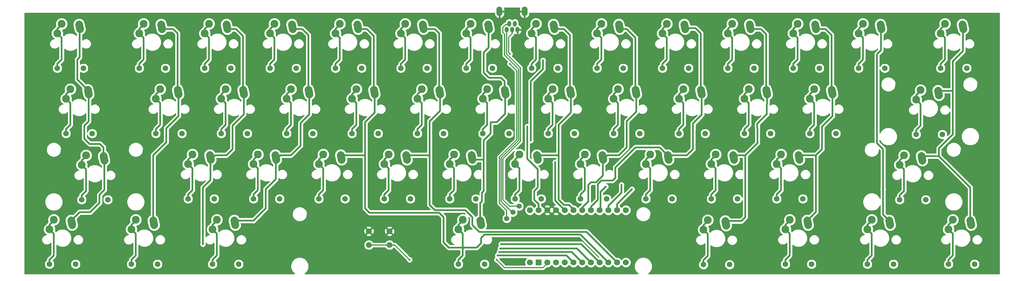
<source format=gbr>
G04 #@! TF.FileFunction,Copper,L2,Bot,Signal*
%FSLAX46Y46*%
G04 Gerber Fmt 4.6, Leading zero omitted, Abs format (unit mm)*
G04 Created by KiCad (PCBNEW 4.0.2+dfsg1-stable) date zo 09 apr 2017 16:36:01 CEST*
%MOMM*%
G01*
G04 APERTURE LIST*
%ADD10C,0.100000*%
%ADD11C,0.500000*%
%ADD12C,0.600000*%
%ADD13C,1.752600*%
%ADD14R,1.752600X1.752600*%
%ADD15O,1.143000X1.651000*%
%ADD16O,1.701800X2.794000*%
%ADD17C,1.524000*%
%ADD18C,1.700000*%
%ADD19C,1.651000*%
%ADD20C,2.286000*%
%ADD21C,2.286000*%
%ADD22C,0.300000*%
%ADD23C,0.254000*%
G04 APERTURE END LIST*
D10*
D11*
X102362000Y58166000D02*
X103632000Y56896000D01*
X103632000Y56896000D02*
X103632000Y50546000D01*
X103632000Y50546000D02*
X102362000Y49276000D01*
X102362000Y49276000D02*
X102362000Y48006000D01*
X102362000Y58166000D02*
X102362000Y59436000D01*
X102362000Y59436000D02*
X103632000Y60706000D01*
X204724000Y19939000D02*
X205994000Y18669000D01*
X205994000Y18669000D02*
X205994000Y12319000D01*
X205994000Y12319000D02*
X204724000Y11049000D01*
X204724000Y11049000D02*
X204724000Y9779000D01*
X204724000Y19939000D02*
X204724000Y21209000D01*
X204724000Y21209000D02*
X205994000Y22479000D01*
X16510000Y77216000D02*
X17780000Y75946000D01*
X17780000Y75946000D02*
X17780000Y69596000D01*
X17780000Y69596000D02*
X16510000Y68326000D01*
X16510000Y68326000D02*
X16510000Y67056000D01*
X16510000Y77216000D02*
X16510000Y78486000D01*
X16510000Y78486000D02*
X17780000Y79756000D01*
X276098000Y20066000D02*
X277368000Y18796000D01*
X277368000Y18796000D02*
X277368000Y12446000D01*
X277368000Y12446000D02*
X276098000Y11176000D01*
X276098000Y11176000D02*
X276098000Y9906000D01*
X276098000Y20066000D02*
X276098000Y21336000D01*
X276098000Y21336000D02*
X277368000Y22606000D01*
X252476000Y20066000D02*
X253746000Y18796000D01*
X253746000Y18796000D02*
X253746000Y12446000D01*
X253746000Y12446000D02*
X252476000Y11176000D01*
X252476000Y11176000D02*
X252476000Y9906000D01*
X252476000Y20066000D02*
X252476000Y21336000D01*
X252476000Y21336000D02*
X253746000Y22606000D01*
X228600000Y20066000D02*
X229870000Y18796000D01*
X229870000Y18796000D02*
X229870000Y12446000D01*
X229870000Y12446000D02*
X228600000Y11176000D01*
X228600000Y11176000D02*
X228600000Y9906000D01*
X228600000Y20066000D02*
X228600000Y21336000D01*
X228600000Y21336000D02*
X229870000Y22606000D01*
X133350000Y20066000D02*
X134620000Y18796000D01*
X134620000Y18796000D02*
X134620000Y12446000D01*
X134620000Y12446000D02*
X133350000Y11176000D01*
X133350000Y11176000D02*
X133350000Y9906000D01*
X133350000Y20066000D02*
X133350000Y21336000D01*
X133350000Y21336000D02*
X134620000Y22606000D01*
X61722000Y20066000D02*
X62992000Y18796000D01*
X62992000Y18796000D02*
X62992000Y12446000D01*
X62992000Y12446000D02*
X61722000Y11176000D01*
X61722000Y11176000D02*
X61722000Y9906000D01*
X61722000Y20066000D02*
X61722000Y21336000D01*
X61722000Y21336000D02*
X62992000Y22606000D01*
X38100000Y20066000D02*
X39370000Y18796000D01*
X39370000Y18796000D02*
X39370000Y12446000D01*
X39370000Y12446000D02*
X38100000Y11176000D01*
X38100000Y11176000D02*
X38100000Y9906000D01*
X38100000Y20066000D02*
X38100000Y21336000D01*
X38100000Y21336000D02*
X39370000Y22606000D01*
X14224000Y20066000D02*
X15494000Y18796000D01*
X15494000Y18796000D02*
X15494000Y12446000D01*
X15494000Y12446000D02*
X14224000Y11176000D01*
X14224000Y11176000D02*
X14224000Y9906000D01*
X14224000Y20066000D02*
X14224000Y21336000D01*
X14224000Y21336000D02*
X15494000Y22606000D01*
X261874000Y38862000D02*
X263144000Y37592000D01*
X263144000Y37592000D02*
X263144000Y31242000D01*
X263144000Y31242000D02*
X261874000Y29972000D01*
X261874000Y29972000D02*
X261874000Y28702000D01*
X261874000Y38862000D02*
X261874000Y40132000D01*
X261874000Y40132000D02*
X263144000Y41402000D01*
X226060000Y39116000D02*
X227330000Y37846000D01*
X227330000Y37846000D02*
X227330000Y31496000D01*
X227330000Y31496000D02*
X226060000Y30226000D01*
X226060000Y30226000D02*
X226060000Y28956000D01*
X226060000Y39116000D02*
X226060000Y40386000D01*
X226060000Y40386000D02*
X227330000Y41656000D01*
X207010000Y39116000D02*
X208280000Y37846000D01*
X208280000Y37846000D02*
X208280000Y31496000D01*
X208280000Y31496000D02*
X207010000Y30226000D01*
X207010000Y30226000D02*
X207010000Y28956000D01*
X207010000Y39116000D02*
X207010000Y40386000D01*
X207010000Y40386000D02*
X208280000Y41656000D01*
X187960000Y39116000D02*
X189230000Y37846000D01*
X189230000Y37846000D02*
X189230000Y31496000D01*
X189230000Y31496000D02*
X187960000Y30226000D01*
X187960000Y30226000D02*
X187960000Y28956000D01*
X187960000Y39116000D02*
X187960000Y40386000D01*
X187960000Y40386000D02*
X189230000Y41656000D01*
X149860000Y39116000D02*
X151130000Y37846000D01*
X151130000Y37846000D02*
X151130000Y31496000D01*
X151130000Y31496000D02*
X149860000Y30226000D01*
X149860000Y30226000D02*
X149860000Y28956000D01*
X149860000Y39116000D02*
X149860000Y40386000D01*
X149860000Y40386000D02*
X151130000Y41656000D01*
X130810000Y39116000D02*
X132080000Y37846000D01*
X132080000Y37846000D02*
X132080000Y31496000D01*
X132080000Y31496000D02*
X130810000Y30226000D01*
X130810000Y30226000D02*
X130810000Y28956000D01*
X130810000Y39116000D02*
X130810000Y40386000D01*
X130810000Y40386000D02*
X132080000Y41656000D01*
X111760000Y39116000D02*
X113030000Y37846000D01*
X113030000Y37846000D02*
X113030000Y31496000D01*
X113030000Y31496000D02*
X111760000Y30226000D01*
X111760000Y30226000D02*
X111760000Y28956000D01*
X111760000Y39116000D02*
X111760000Y40386000D01*
X111760000Y40386000D02*
X113030000Y41656000D01*
X92710000Y39116000D02*
X93980000Y37846000D01*
X93980000Y37846000D02*
X93980000Y31496000D01*
X93980000Y31496000D02*
X92710000Y30226000D01*
X92710000Y30226000D02*
X92710000Y28956000D01*
X92710000Y39116000D02*
X92710000Y40386000D01*
X92710000Y40386000D02*
X93980000Y41656000D01*
X73660000Y39116000D02*
X74930000Y37846000D01*
X74930000Y37846000D02*
X74930000Y31496000D01*
X74930000Y31496000D02*
X73660000Y30226000D01*
X73660000Y30226000D02*
X73660000Y28956000D01*
X73660000Y39116000D02*
X73660000Y40386000D01*
X73660000Y40386000D02*
X74930000Y41656000D01*
X54610000Y39116000D02*
X55880000Y37846000D01*
X55880000Y37846000D02*
X55880000Y31496000D01*
X55880000Y31496000D02*
X54610000Y30226000D01*
X54610000Y30226000D02*
X54610000Y28956000D01*
X54610000Y39116000D02*
X54610000Y40386000D01*
X54610000Y40386000D02*
X55880000Y41656000D01*
X23622000Y38862000D02*
X24892000Y37592000D01*
X24892000Y37592000D02*
X24892000Y31242000D01*
X24892000Y31242000D02*
X23622000Y29972000D01*
X23622000Y29972000D02*
X23622000Y28702000D01*
X23622000Y38862000D02*
X23622000Y40132000D01*
X23622000Y40132000D02*
X24892000Y41402000D01*
X266700000Y57912000D02*
X267970000Y56642000D01*
X267970000Y56642000D02*
X267970000Y50292000D01*
X267970000Y50292000D02*
X266700000Y49022000D01*
X266700000Y49022000D02*
X266700000Y47752000D01*
X266700000Y57912000D02*
X266700000Y59182000D01*
X266700000Y59182000D02*
X267970000Y60452000D01*
X235712000Y58166000D02*
X236982000Y56896000D01*
X236982000Y56896000D02*
X236982000Y50546000D01*
X236982000Y50546000D02*
X235712000Y49276000D01*
X235712000Y49276000D02*
X235712000Y48006000D01*
X235712000Y58166000D02*
X235712000Y59436000D01*
X235712000Y59436000D02*
X236982000Y60706000D01*
X216662000Y58166000D02*
X217932000Y56896000D01*
X217932000Y56896000D02*
X217932000Y50546000D01*
X217932000Y50546000D02*
X216662000Y49276000D01*
X216662000Y49276000D02*
X216662000Y48006000D01*
X216662000Y58166000D02*
X216662000Y59436000D01*
X216662000Y59436000D02*
X217932000Y60706000D01*
X197612000Y58166000D02*
X198882000Y56896000D01*
X198882000Y56896000D02*
X198882000Y50546000D01*
X198882000Y50546000D02*
X197612000Y49276000D01*
X197612000Y49276000D02*
X197612000Y48006000D01*
X197612000Y58166000D02*
X197612000Y59436000D01*
X197612000Y59436000D02*
X198882000Y60706000D01*
X178562000Y58166000D02*
X179832000Y56896000D01*
X179832000Y56896000D02*
X179832000Y50546000D01*
X179832000Y50546000D02*
X178562000Y49276000D01*
X178562000Y49276000D02*
X178562000Y48006000D01*
X178562000Y58166000D02*
X178562000Y59436000D01*
X178562000Y59436000D02*
X179832000Y60706000D01*
X159512000Y58166000D02*
X160782000Y56896000D01*
X160782000Y56896000D02*
X160782000Y50546000D01*
X160782000Y50546000D02*
X159512000Y49276000D01*
X159512000Y49276000D02*
X159512000Y48006000D01*
X159512000Y58166000D02*
X159512000Y59436000D01*
X159512000Y59436000D02*
X160782000Y60706000D01*
X140462000Y58166000D02*
X141732000Y56896000D01*
X141732000Y56896000D02*
X141732000Y50546000D01*
X141732000Y50546000D02*
X140462000Y49276000D01*
X140462000Y49276000D02*
X140462000Y48006000D01*
X140462000Y58166000D02*
X140462000Y59436000D01*
X140462000Y59436000D02*
X141732000Y60706000D01*
X121412000Y58166000D02*
X122682000Y56896000D01*
X122682000Y56896000D02*
X122682000Y50546000D01*
X122682000Y50546000D02*
X121412000Y49276000D01*
X121412000Y49276000D02*
X121412000Y48006000D01*
X121412000Y58166000D02*
X121412000Y59436000D01*
X121412000Y59436000D02*
X122682000Y60706000D01*
X83312000Y58166000D02*
X84582000Y56896000D01*
X84582000Y56896000D02*
X84582000Y50546000D01*
X84582000Y50546000D02*
X83312000Y49276000D01*
X83312000Y49276000D02*
X83312000Y48006000D01*
X83312000Y58166000D02*
X83312000Y59436000D01*
X83312000Y59436000D02*
X84582000Y60706000D01*
X64262000Y58166000D02*
X65532000Y56896000D01*
X65532000Y56896000D02*
X65532000Y50546000D01*
X65532000Y50546000D02*
X64262000Y49276000D01*
X64262000Y49276000D02*
X64262000Y48006000D01*
X64262000Y58166000D02*
X64262000Y59436000D01*
X64262000Y59436000D02*
X65532000Y60706000D01*
X45212000Y58166000D02*
X46482000Y56896000D01*
X46482000Y56896000D02*
X46482000Y50546000D01*
X46482000Y50546000D02*
X45212000Y49276000D01*
X45212000Y49276000D02*
X45212000Y48006000D01*
X45212000Y58166000D02*
X45212000Y59436000D01*
X45212000Y59436000D02*
X46482000Y60706000D01*
X19050000Y58166000D02*
X20320000Y56896000D01*
X20320000Y56896000D02*
X20320000Y50546000D01*
X20320000Y50546000D02*
X19050000Y49276000D01*
X19050000Y49276000D02*
X19050000Y48006000D01*
X19050000Y58166000D02*
X19050000Y59436000D01*
X19050000Y59436000D02*
X20320000Y60706000D01*
X273812000Y77216000D02*
X275082000Y75946000D01*
X275082000Y75946000D02*
X275082000Y69596000D01*
X275082000Y69596000D02*
X273812000Y68326000D01*
X273812000Y68326000D02*
X273812000Y67056000D01*
X273812000Y77216000D02*
X273812000Y78486000D01*
X273812000Y78486000D02*
X275082000Y79756000D01*
X249936000Y77216000D02*
X251206000Y75946000D01*
X251206000Y75946000D02*
X251206000Y69596000D01*
X251206000Y69596000D02*
X249936000Y68326000D01*
X249936000Y68326000D02*
X249936000Y67056000D01*
X249936000Y77216000D02*
X249936000Y78486000D01*
X249936000Y78486000D02*
X251206000Y79756000D01*
X230886000Y77216000D02*
X232156000Y75946000D01*
X232156000Y75946000D02*
X232156000Y69596000D01*
X232156000Y69596000D02*
X230886000Y68326000D01*
X230886000Y68326000D02*
X230886000Y67056000D01*
X230886000Y77216000D02*
X230886000Y78486000D01*
X230886000Y78486000D02*
X232156000Y79756000D01*
X211836000Y77216000D02*
X213106000Y75946000D01*
X213106000Y75946000D02*
X213106000Y69596000D01*
X213106000Y69596000D02*
X211836000Y68326000D01*
X211836000Y68326000D02*
X211836000Y67056000D01*
X211836000Y77216000D02*
X211836000Y78486000D01*
X211836000Y78486000D02*
X213106000Y79756000D01*
X192786000Y77216000D02*
X194056000Y75946000D01*
X194056000Y75946000D02*
X194056000Y69596000D01*
X194056000Y69596000D02*
X192786000Y68326000D01*
X192786000Y68326000D02*
X192786000Y67056000D01*
X192786000Y77216000D02*
X192786000Y78486000D01*
X192786000Y78486000D02*
X194056000Y79756000D01*
X173736000Y77216000D02*
X175006000Y75946000D01*
X175006000Y75946000D02*
X175006000Y69596000D01*
X175006000Y69596000D02*
X173736000Y68326000D01*
X173736000Y68326000D02*
X173736000Y67056000D01*
X173736000Y77216000D02*
X173736000Y78486000D01*
X173736000Y78486000D02*
X175006000Y79756000D01*
X154686000Y77216000D02*
X155956000Y75946000D01*
X155956000Y75946000D02*
X155956000Y69596000D01*
X155956000Y69596000D02*
X154686000Y68326000D01*
X154686000Y68326000D02*
X154686000Y67056000D01*
X154686000Y77216000D02*
X154686000Y78486000D01*
X154686000Y78486000D02*
X155956000Y79756000D01*
X135636000Y77216000D02*
X136906000Y75946000D01*
X136906000Y75946000D02*
X136906000Y69596000D01*
X136906000Y69596000D02*
X135636000Y68326000D01*
X135636000Y68326000D02*
X135636000Y67056000D01*
X135636000Y77216000D02*
X135636000Y78486000D01*
X135636000Y78486000D02*
X136906000Y79756000D01*
X116586000Y77216000D02*
X117856000Y75946000D01*
X117856000Y75946000D02*
X117856000Y69596000D01*
X117856000Y69596000D02*
X116586000Y68326000D01*
X116586000Y68326000D02*
X116586000Y67056000D01*
X116586000Y77216000D02*
X116586000Y78486000D01*
X116586000Y78486000D02*
X117856000Y79756000D01*
X97536000Y77216000D02*
X98806000Y75946000D01*
X98806000Y75946000D02*
X98806000Y69596000D01*
X98806000Y69596000D02*
X97536000Y68326000D01*
X97536000Y68326000D02*
X97536000Y67056000D01*
X97536000Y77216000D02*
X97536000Y78486000D01*
X97536000Y78486000D02*
X98806000Y79756000D01*
X78486000Y77216000D02*
X79756000Y75946000D01*
X79756000Y75946000D02*
X79756000Y69596000D01*
X79756000Y69596000D02*
X78486000Y68326000D01*
X78486000Y68326000D02*
X78486000Y67056000D01*
X78486000Y77216000D02*
X78486000Y78486000D01*
X78486000Y78486000D02*
X79756000Y79756000D01*
X59436000Y77216000D02*
X60706000Y75946000D01*
X60706000Y75946000D02*
X60706000Y69596000D01*
X60706000Y69596000D02*
X59436000Y68326000D01*
X59436000Y68326000D02*
X59436000Y67056000D01*
X59436000Y77216000D02*
X59436000Y78486000D01*
X59436000Y78486000D02*
X60706000Y79756000D01*
X40386000Y77216000D02*
X41656000Y75946000D01*
X41656000Y75946000D02*
X41656000Y69596000D01*
X41656000Y69596000D02*
X40386000Y68326000D01*
X40386000Y68326000D02*
X40386000Y67056000D01*
X40386000Y77216000D02*
X40386000Y78486000D01*
X40386000Y78486000D02*
X41656000Y79756000D01*
X168910000Y39116000D02*
X170180000Y37846000D01*
X170180000Y37846000D02*
X170180000Y31496000D01*
X170180000Y31496000D02*
X168910000Y30226000D01*
X168910000Y30226000D02*
X168910000Y28956000D01*
X168910000Y39116000D02*
X168910000Y40386000D01*
X168910000Y40386000D02*
X170180000Y41656000D01*
D12*
X172720000Y32512000D03*
X114046000Y9906000D03*
X130556000Y77216000D03*
X137160000Y9906000D03*
D13*
X156718000Y25654000D03*
X159258000Y25654000D03*
X161798000Y25654000D03*
X164338000Y25654000D03*
X166878000Y25654000D03*
X169418000Y25654000D03*
X171958000Y25654000D03*
X174498000Y25654000D03*
X177038000Y25654000D03*
X179578000Y25654000D03*
X182118000Y25654000D03*
X182118000Y10414000D03*
X179578000Y10414000D03*
X177038000Y10414000D03*
X174498000Y10414000D03*
X171958000Y10414000D03*
X169418000Y10414000D03*
X166878000Y10414000D03*
X164338000Y10414000D03*
X161798000Y10414000D03*
X159258000Y10414000D03*
D14*
X156718000Y10414000D03*
D13*
X154178000Y10414000D03*
X154178000Y25654000D03*
D12*
X148844000Y41402000D03*
X191262000Y40132000D03*
X197104000Y39878000D03*
X164846000Y39624000D03*
X181356000Y36068000D03*
X144780000Y23876000D03*
X280162000Y9652000D03*
X256286000Y9652000D03*
X267462000Y10160000D03*
X220726000Y10160000D03*
X244602000Y10160000D03*
X208534000Y9906000D03*
X232410000Y9906000D03*
X266192000Y77978000D03*
X120142000Y19304000D03*
X180086000Y21590000D03*
X136144000Y20828000D03*
X73660000Y9906000D03*
X30480000Y9906000D03*
X65532000Y9906000D03*
X42164000Y9906000D03*
X52324000Y9906000D03*
D15*
X147370800Y78270100D03*
X148170900Y80017620D03*
X148971000Y78270100D03*
X149771100Y80017620D03*
X150571200Y78270100D03*
D16*
X152618440Y83593940D03*
X145323560Y83593940D03*
D17*
X147437974Y23213923D03*
X149234026Y25009974D03*
X151030077Y26806026D03*
D18*
X107284000Y19494000D03*
X113284000Y19494000D03*
X107284000Y15494000D03*
X113284000Y15494000D03*
D12*
X32004000Y76454000D03*
X149860000Y10922000D03*
X131572000Y22606000D03*
D19*
X109982000Y48006000D03*
D20*
X102362000Y58166000D03*
X103632000Y60960000D03*
D19*
X102362000Y48006000D03*
D21*
X108709536Y60737034D02*
X108968464Y59404966D01*
D19*
X212344000Y9779000D03*
D20*
X204724000Y19939000D03*
X205994000Y22733000D03*
D19*
X204724000Y9779000D03*
D21*
X211071536Y22510034D02*
X211330464Y21177966D01*
D19*
X24130000Y67056000D03*
D20*
X16510000Y77216000D03*
X17780000Y80010000D03*
D19*
X16510000Y67056000D03*
D21*
X22857536Y79787034D02*
X23116464Y78454966D01*
D19*
X283718000Y9906000D03*
D20*
X276098000Y20066000D03*
X277368000Y22860000D03*
D19*
X276098000Y9906000D03*
D21*
X282445536Y22637034D02*
X282704464Y21304966D01*
D19*
X260096000Y9906000D03*
D20*
X252476000Y20066000D03*
X253746000Y22860000D03*
D19*
X252476000Y9906000D03*
D21*
X258823536Y22637034D02*
X259082464Y21304966D01*
D19*
X236220000Y9906000D03*
D20*
X228600000Y20066000D03*
X229870000Y22860000D03*
D19*
X228600000Y9906000D03*
D21*
X234947536Y22637034D02*
X235206464Y21304966D01*
D19*
X140970000Y9906000D03*
D20*
X133350000Y20066000D03*
X134620000Y22860000D03*
D19*
X133350000Y9906000D03*
D21*
X139697536Y22637034D02*
X139956464Y21304966D01*
D19*
X69342000Y9906000D03*
D20*
X61722000Y20066000D03*
X62992000Y22860000D03*
D19*
X61722000Y9906000D03*
D21*
X68069536Y22637034D02*
X68328464Y21304966D01*
D19*
X45720000Y9906000D03*
D20*
X38100000Y20066000D03*
X39370000Y22860000D03*
D19*
X38100000Y9906000D03*
D21*
X44447536Y22637034D02*
X44706464Y21304966D01*
D19*
X21844000Y9906000D03*
D20*
X14224000Y20066000D03*
X15494000Y22860000D03*
D19*
X14224000Y9906000D03*
D21*
X20571536Y22637034D02*
X20830464Y21304966D01*
D19*
X269494000Y28702000D03*
D20*
X261874000Y38862000D03*
X263144000Y41656000D03*
D19*
X261874000Y28702000D03*
D21*
X268221536Y41433034D02*
X268480464Y40100966D01*
D19*
X233680000Y28956000D03*
D20*
X226060000Y39116000D03*
X227330000Y41910000D03*
D19*
X226060000Y28956000D03*
D21*
X232407536Y41687034D02*
X232666464Y40354966D01*
D19*
X214630000Y28956000D03*
D20*
X207010000Y39116000D03*
X208280000Y41910000D03*
D19*
X207010000Y28956000D03*
D21*
X213357536Y41687034D02*
X213616464Y40354966D01*
D19*
X195580000Y28956000D03*
D20*
X187960000Y39116000D03*
X189230000Y41910000D03*
D19*
X187960000Y28956000D03*
D21*
X194307536Y41687034D02*
X194566464Y40354966D01*
D19*
X157480000Y28956000D03*
D20*
X149860000Y39116000D03*
X151130000Y41910000D03*
D19*
X149860000Y28956000D03*
D21*
X156207536Y41687034D02*
X156466464Y40354966D01*
D19*
X138430000Y28956000D03*
D20*
X130810000Y39116000D03*
X132080000Y41910000D03*
D19*
X130810000Y28956000D03*
D21*
X137157536Y41687034D02*
X137416464Y40354966D01*
D19*
X119380000Y28956000D03*
D20*
X111760000Y39116000D03*
X113030000Y41910000D03*
D19*
X111760000Y28956000D03*
D21*
X118107536Y41687034D02*
X118366464Y40354966D01*
D19*
X100330000Y28956000D03*
D20*
X92710000Y39116000D03*
X93980000Y41910000D03*
D19*
X92710000Y28956000D03*
D21*
X99057536Y41687034D02*
X99316464Y40354966D01*
D19*
X81280000Y28956000D03*
D20*
X73660000Y39116000D03*
X74930000Y41910000D03*
D19*
X73660000Y28956000D03*
D21*
X80007536Y41687034D02*
X80266464Y40354966D01*
D19*
X62230000Y28956000D03*
D20*
X54610000Y39116000D03*
X55880000Y41910000D03*
D19*
X54610000Y28956000D03*
D21*
X60957536Y41687034D02*
X61216464Y40354966D01*
D19*
X31242000Y28702000D03*
D20*
X23622000Y38862000D03*
X24892000Y41656000D03*
D19*
X23622000Y28702000D03*
D21*
X29969536Y41433034D02*
X30228464Y40100966D01*
D19*
X274320000Y47752000D03*
D20*
X266700000Y57912000D03*
X267970000Y60706000D03*
D19*
X266700000Y47752000D03*
D21*
X273047536Y60483034D02*
X273306464Y59150966D01*
D19*
X243332000Y48006000D03*
D20*
X235712000Y58166000D03*
X236982000Y60960000D03*
D19*
X235712000Y48006000D03*
D21*
X242059536Y60737034D02*
X242318464Y59404966D01*
D19*
X224282000Y48006000D03*
D20*
X216662000Y58166000D03*
X217932000Y60960000D03*
D19*
X216662000Y48006000D03*
D21*
X223009536Y60737034D02*
X223268464Y59404966D01*
D19*
X205232000Y48006000D03*
D20*
X197612000Y58166000D03*
X198882000Y60960000D03*
D19*
X197612000Y48006000D03*
D21*
X203959536Y60737034D02*
X204218464Y59404966D01*
D19*
X186182000Y48006000D03*
D20*
X178562000Y58166000D03*
X179832000Y60960000D03*
D19*
X178562000Y48006000D03*
D21*
X184909536Y60737034D02*
X185168464Y59404966D01*
D19*
X167132000Y48006000D03*
D20*
X159512000Y58166000D03*
X160782000Y60960000D03*
D19*
X159512000Y48006000D03*
D21*
X165859536Y60737034D02*
X166118464Y59404966D01*
D19*
X148082000Y48006000D03*
D20*
X140462000Y58166000D03*
X141732000Y60960000D03*
D19*
X140462000Y48006000D03*
D21*
X146809536Y60737034D02*
X147068464Y59404966D01*
D19*
X129032000Y48006000D03*
D20*
X121412000Y58166000D03*
X122682000Y60960000D03*
D19*
X121412000Y48006000D03*
D21*
X127759536Y60737034D02*
X128018464Y59404966D01*
D19*
X90932000Y48006000D03*
D20*
X83312000Y58166000D03*
X84582000Y60960000D03*
D19*
X83312000Y48006000D03*
D21*
X89659536Y60737034D02*
X89918464Y59404966D01*
D19*
X71882000Y48006000D03*
D20*
X64262000Y58166000D03*
X65532000Y60960000D03*
D19*
X64262000Y48006000D03*
D21*
X70609536Y60737034D02*
X70868464Y59404966D01*
D19*
X52832000Y48006000D03*
D20*
X45212000Y58166000D03*
X46482000Y60960000D03*
D19*
X45212000Y48006000D03*
D21*
X51559536Y60737034D02*
X51818464Y59404966D01*
D19*
X26670000Y48006000D03*
D20*
X19050000Y58166000D03*
X20320000Y60960000D03*
D19*
X19050000Y48006000D03*
D21*
X25397536Y60737034D02*
X25656464Y59404966D01*
D19*
X281432000Y67056000D03*
D20*
X273812000Y77216000D03*
X275082000Y80010000D03*
D19*
X273812000Y67056000D03*
D21*
X280159536Y79787034D02*
X280418464Y78454966D01*
D19*
X257556000Y67056000D03*
D20*
X249936000Y77216000D03*
X251206000Y80010000D03*
D19*
X249936000Y67056000D03*
D21*
X256283536Y79787034D02*
X256542464Y78454966D01*
D19*
X238506000Y67056000D03*
D20*
X230886000Y77216000D03*
X232156000Y80010000D03*
D19*
X230886000Y67056000D03*
D21*
X237233536Y79787034D02*
X237492464Y78454966D01*
D19*
X219456000Y67056000D03*
D20*
X211836000Y77216000D03*
X213106000Y80010000D03*
D19*
X211836000Y67056000D03*
D21*
X218183536Y79787034D02*
X218442464Y78454966D01*
D19*
X200406000Y67056000D03*
D20*
X192786000Y77216000D03*
X194056000Y80010000D03*
D19*
X192786000Y67056000D03*
D21*
X199133536Y79787034D02*
X199392464Y78454966D01*
D19*
X181356000Y67056000D03*
D20*
X173736000Y77216000D03*
X175006000Y80010000D03*
D19*
X173736000Y67056000D03*
D21*
X180083536Y79787034D02*
X180342464Y78454966D01*
D19*
X162306000Y67056000D03*
D20*
X154686000Y77216000D03*
X155956000Y80010000D03*
D19*
X154686000Y67056000D03*
D21*
X161033536Y79787034D02*
X161292464Y78454966D01*
D19*
X143256000Y67056000D03*
D20*
X135636000Y77216000D03*
X136906000Y80010000D03*
D19*
X135636000Y67056000D03*
D21*
X141983536Y79787034D02*
X142242464Y78454966D01*
D19*
X124206000Y67056000D03*
D20*
X116586000Y77216000D03*
X117856000Y80010000D03*
D19*
X116586000Y67056000D03*
D21*
X122933536Y79787034D02*
X123192464Y78454966D01*
D19*
X105156000Y67056000D03*
D20*
X97536000Y77216000D03*
X98806000Y80010000D03*
D19*
X97536000Y67056000D03*
D21*
X103883536Y79787034D02*
X104142464Y78454966D01*
D19*
X86106000Y67056000D03*
D20*
X78486000Y77216000D03*
X79756000Y80010000D03*
D19*
X78486000Y67056000D03*
D21*
X84833536Y79787034D02*
X85092464Y78454966D01*
D19*
X67056000Y67056000D03*
D20*
X59436000Y77216000D03*
X60706000Y80010000D03*
D19*
X59436000Y67056000D03*
D21*
X65783536Y79787034D02*
X66042464Y78454966D01*
D19*
X48006000Y67056000D03*
D20*
X40386000Y77216000D03*
X41656000Y80010000D03*
D19*
X40386000Y67056000D03*
D21*
X46733536Y79787034D02*
X46992464Y78454966D01*
D19*
X176530000Y28956000D03*
D20*
X168910000Y39116000D03*
X170180000Y41910000D03*
D19*
X168910000Y28956000D03*
D21*
X175257536Y41687034D02*
X175516464Y40354966D01*
D12*
X145288000Y13462000D03*
X58928000Y15748000D03*
X145542000Y14478000D03*
X73660000Y22606000D03*
X145796000Y15748000D03*
X176276000Y32512000D03*
X180848000Y33020000D03*
X257048000Y31750000D03*
X183896000Y31750000D03*
X153416000Y50038000D03*
X154432000Y45974000D03*
X161544000Y39624000D03*
X157988000Y69342000D03*
X144526000Y11176000D03*
X119126000Y11176000D03*
X144780000Y12446000D03*
X148336000Y71247000D03*
X148336000Y68326000D03*
D11*
X169418000Y10414000D02*
X166370000Y13462000D01*
X166370000Y13462000D02*
X145288000Y13462000D01*
X44704000Y21336000D02*
X44704000Y22352000D01*
X44704000Y22352000D02*
X44450000Y22606000D01*
X51816000Y59436000D02*
X51816000Y53086000D01*
X44450000Y41656000D02*
X44450000Y26162000D01*
X44450000Y26162000D02*
X44450000Y22606000D01*
X48260000Y45466000D02*
X44450000Y41656000D01*
X48260000Y49530000D02*
X48260000Y45466000D01*
X51816000Y53086000D02*
X48260000Y49530000D01*
X51816000Y59436000D02*
X51816000Y60452000D01*
X51816000Y60452000D02*
X51562000Y60706000D01*
X46990000Y78486000D02*
X50292000Y78486000D01*
X51562000Y77216000D02*
X51562000Y60706000D01*
X50292000Y78486000D02*
X51562000Y77216000D01*
X46990000Y78486000D02*
X46990000Y79502000D01*
X46990000Y79502000D02*
X46736000Y79756000D01*
X58928000Y32258000D02*
X61087000Y34417000D01*
X61087000Y34417000D02*
X61087000Y41021000D01*
X58928000Y15748000D02*
X58928000Y24638000D01*
X58928000Y24638000D02*
X58928000Y32258000D01*
X171958000Y10414000D02*
X167894000Y14478000D01*
X167894000Y14478000D02*
X145542000Y14478000D01*
X61214000Y40386000D02*
X61214000Y41402000D01*
X61214000Y41402000D02*
X60960000Y41656000D01*
X70866000Y59436000D02*
X70866000Y53594000D01*
X62484000Y41656000D02*
X61214000Y40386000D01*
X65786000Y41656000D02*
X62484000Y41656000D01*
X67564000Y43434000D02*
X65786000Y41656000D01*
X67564000Y50292000D02*
X67564000Y43434000D01*
X70866000Y53594000D02*
X67564000Y50292000D01*
X70866000Y59436000D02*
X70866000Y60452000D01*
X70866000Y60452000D02*
X70612000Y60706000D01*
X66040000Y78486000D02*
X68580000Y78486000D01*
X70612000Y76454000D02*
X70612000Y60706000D01*
X68580000Y78486000D02*
X70612000Y76454000D01*
X66040000Y78486000D02*
X66040000Y79502000D01*
X66040000Y79502000D02*
X65786000Y79756000D01*
X77216000Y31750000D02*
X80137000Y34671000D01*
X80137000Y34671000D02*
X80137000Y41021000D01*
X174498000Y10414000D02*
X169164000Y15748000D01*
X169164000Y15748000D02*
X145796000Y15748000D01*
X68326000Y21336000D02*
X68326000Y22352000D01*
X68326000Y22352000D02*
X68072000Y22606000D01*
X80264000Y40386000D02*
X80264000Y39370000D01*
X77216000Y31750000D02*
X77216000Y27432000D01*
X69596000Y22606000D02*
X68072000Y22606000D01*
X73660000Y22606000D02*
X69596000Y22606000D01*
X77216000Y26162000D02*
X73660000Y22606000D01*
X77216000Y27432000D02*
X77216000Y26162000D01*
X80264000Y40386000D02*
X80264000Y41402000D01*
X80264000Y41402000D02*
X80010000Y41656000D01*
X89916000Y59436000D02*
X89916000Y53594000D01*
X81534000Y41656000D02*
X80264000Y40386000D01*
X84582000Y41656000D02*
X81534000Y41656000D01*
X87376000Y44450000D02*
X84582000Y41656000D01*
X87376000Y51054000D02*
X87376000Y44450000D01*
X89916000Y53594000D02*
X87376000Y51054000D01*
X84836000Y79756000D02*
X84836000Y78740000D01*
X84836000Y78740000D02*
X85090000Y78486000D01*
X85090000Y78486000D02*
X87884000Y78486000D01*
X87884000Y78486000D02*
X89662000Y76708000D01*
X89662000Y76708000D02*
X89662000Y59690000D01*
X89662000Y59690000D02*
X89916000Y59436000D01*
D22*
X175006000Y10922000D02*
X175006000Y10414000D01*
D11*
X140970000Y18542000D02*
X139954000Y17526000D01*
X129032000Y23622000D02*
X127762000Y24892000D01*
X129032000Y16256000D02*
X129032000Y23622000D01*
X130556000Y14732000D02*
X129032000Y16256000D01*
X138684000Y14732000D02*
X130556000Y14732000D01*
X139954000Y16002000D02*
X138684000Y14732000D01*
X139954000Y17526000D02*
X139954000Y16002000D01*
X103378000Y41656000D02*
X106172000Y41656000D01*
X106172000Y44450000D02*
X106172000Y41656000D01*
X106172000Y41656000D02*
X106172000Y26162000D01*
X107442000Y24892000D02*
X127762000Y24892000D01*
X106172000Y26162000D02*
X107442000Y24892000D01*
X140970000Y18542000D02*
X143002000Y18542000D01*
X168910000Y18542000D02*
X177038000Y10414000D01*
X143002000Y18542000D02*
X168910000Y18542000D01*
X143002000Y18542000D02*
X143002000Y18542000D01*
X99314000Y40386000D02*
X99314000Y41402000D01*
X99314000Y41402000D02*
X99060000Y41656000D01*
X108966000Y59436000D02*
X108966000Y54102000D01*
X100584000Y41656000D02*
X99060000Y41656000D01*
X103378000Y41656000D02*
X100584000Y41656000D01*
X106172000Y51308000D02*
X106172000Y44450000D01*
X108966000Y54102000D02*
X106172000Y51308000D01*
X104140000Y78486000D02*
X106680000Y78486000D01*
X108712000Y76454000D02*
X108712000Y59690000D01*
X106680000Y78486000D02*
X108712000Y76454000D01*
X108712000Y59690000D02*
X108966000Y59436000D01*
X103886000Y79756000D02*
X103886000Y78740000D01*
X103886000Y78740000D02*
X104140000Y78486000D01*
X124968000Y41656000D02*
X124968000Y27178000D01*
X139446000Y19304000D02*
X143510000Y19304000D01*
X137414000Y21336000D02*
X139446000Y19304000D01*
X137414000Y23622000D02*
X137414000Y21336000D01*
X143510000Y19304000D02*
X170688000Y19304000D01*
X128016000Y25654000D02*
X135382000Y25654000D01*
X126492000Y25654000D02*
X128016000Y25654000D01*
X135382000Y25654000D02*
X137414000Y23622000D01*
X170688000Y19304000D02*
X179578000Y10414000D01*
X126492000Y25654000D02*
X124968000Y27178000D01*
X123190000Y41656000D02*
X124968000Y41656000D01*
X124968000Y43434000D02*
X124968000Y41656000D01*
X179324000Y10414000D02*
X179578000Y10414000D01*
X118364000Y40386000D02*
X118364000Y41402000D01*
X118364000Y41402000D02*
X118110000Y41656000D01*
X128016000Y59436000D02*
X128016000Y54610000D01*
X123190000Y41656000D02*
X118110000Y41656000D01*
X124968000Y51562000D02*
X124968000Y43434000D01*
X128016000Y54610000D02*
X124968000Y51562000D01*
X123190000Y78486000D02*
X126492000Y78486000D01*
X127762000Y77216000D02*
X127762000Y59690000D01*
X126492000Y78486000D02*
X127762000Y77216000D01*
X127762000Y59690000D02*
X128016000Y59436000D01*
X123190000Y78486000D02*
X123190000Y79502000D01*
X123190000Y79502000D02*
X122936000Y79756000D01*
X140716000Y71628000D02*
X142113000Y73025000D01*
X142113000Y73025000D02*
X142113000Y79121000D01*
X142748000Y51308000D02*
X144526000Y51308000D01*
X146939000Y53721000D02*
X146939000Y60071000D01*
X144526000Y51308000D02*
X146939000Y53721000D01*
X140716000Y40386000D02*
X137414000Y40386000D01*
X140716000Y41402000D02*
X140716000Y45974000D01*
X139700000Y27686000D02*
X140208000Y28194000D01*
X140208000Y28194000D02*
X140208000Y30734000D01*
X140208000Y30734000D02*
X140716000Y31242000D01*
X140716000Y31242000D02*
X140716000Y40386000D01*
X140716000Y40386000D02*
X140716000Y41402000D01*
X139700000Y22606000D02*
X139700000Y27686000D01*
X140716000Y45974000D02*
X142748000Y48006000D01*
X142748000Y51308000D02*
X142748000Y48006000D01*
X147066000Y58674000D02*
X147066000Y59436000D01*
X139954000Y21336000D02*
X139954000Y22352000D01*
X139954000Y22352000D02*
X139700000Y22606000D01*
X137414000Y40386000D02*
X137414000Y41402000D01*
X137414000Y41402000D02*
X137160000Y41656000D01*
X141986000Y79756000D02*
X141986000Y78740000D01*
X140716000Y71628000D02*
X140716000Y65786000D01*
X140716000Y65786000D02*
X142240000Y64262000D01*
X142240000Y64262000D02*
X145796000Y64262000D01*
X145796000Y64262000D02*
X146812000Y63246000D01*
X146812000Y63246000D02*
X146812000Y59690000D01*
X146812000Y59690000D02*
X147066000Y59436000D01*
X160782000Y41656000D02*
X162560000Y41656000D01*
X162560000Y41656000D02*
X162560000Y41402000D01*
X166878000Y25654000D02*
X166878000Y25908000D01*
X166878000Y25908000D02*
X165608000Y27178000D01*
X162560000Y28702000D02*
X162560000Y41402000D01*
X164084000Y27178000D02*
X162560000Y28702000D01*
X165608000Y27178000D02*
X164084000Y27178000D01*
X162560000Y41402000D02*
X162560000Y43434000D01*
X160782000Y41656000D02*
X156210000Y41656000D01*
X156464000Y40386000D02*
X156464000Y41402000D01*
X156464000Y41402000D02*
X156210000Y41656000D01*
X166116000Y59436000D02*
X166116000Y54102000D01*
X162560000Y50546000D02*
X162560000Y43434000D01*
X166116000Y54102000D02*
X162560000Y50546000D01*
X161036000Y79756000D02*
X161036000Y78740000D01*
X161036000Y78740000D02*
X161290000Y78486000D01*
X161290000Y78486000D02*
X164084000Y78486000D01*
X164084000Y78486000D02*
X165862000Y76708000D01*
X165862000Y76708000D02*
X165862000Y59690000D01*
X165862000Y59690000D02*
X166116000Y59436000D01*
X171196000Y31496000D02*
X171196000Y33020000D01*
X171958000Y33782000D02*
X173482000Y33782000D01*
X171196000Y33020000D02*
X171958000Y33782000D01*
X171196000Y28194000D02*
X171196000Y31496000D01*
X175387000Y41021000D02*
X175387000Y35687000D01*
X173482000Y33782000D02*
X175387000Y35687000D01*
X171196000Y28194000D02*
X169418000Y26416000D01*
X169418000Y25654000D02*
X169418000Y26416000D01*
X175514000Y40386000D02*
X175514000Y41402000D01*
X175514000Y41402000D02*
X175260000Y41656000D01*
X185166000Y59436000D02*
X185166000Y54356000D01*
X176784000Y41656000D02*
X175514000Y40386000D01*
X177292000Y41656000D02*
X176784000Y41656000D01*
X180086000Y41656000D02*
X177292000Y41656000D01*
X182372000Y43942000D02*
X180086000Y41656000D01*
X182372000Y51562000D02*
X182372000Y43942000D01*
X185166000Y54356000D02*
X182372000Y51562000D01*
X185166000Y59436000D02*
X185166000Y60452000D01*
X185166000Y60452000D02*
X184912000Y60706000D01*
X180340000Y78486000D02*
X182372000Y78486000D01*
X184912000Y75946000D02*
X184912000Y60706000D01*
X182372000Y78486000D02*
X184912000Y75946000D01*
X171958000Y25654000D02*
X171958000Y26670000D01*
X179070000Y38100000D02*
X179832000Y38862000D01*
X179070000Y35052000D02*
X179070000Y38100000D01*
X178308000Y34290000D02*
X179070000Y35052000D01*
X175006000Y34290000D02*
X178308000Y34290000D01*
X173990000Y33274000D02*
X175006000Y34290000D01*
X173990000Y28702000D02*
X173990000Y33274000D01*
X171958000Y26670000D02*
X173990000Y28702000D01*
X194564000Y40386000D02*
X194564000Y41402000D01*
X194564000Y41402000D02*
X194310000Y41656000D01*
X179832000Y38862000D02*
X184912000Y43942000D01*
X184912000Y43942000D02*
X192024000Y43942000D01*
X192024000Y43942000D02*
X194310000Y41656000D01*
X204216000Y59436000D02*
X204222248Y53460753D01*
X195834000Y41656000D02*
X194310000Y41656000D01*
X199898000Y41656000D02*
X195834000Y41656000D01*
X201676000Y43434000D02*
X199898000Y41656000D01*
X201682248Y50920753D02*
X201676000Y43434000D01*
X204222248Y53460753D02*
X201682248Y50920753D01*
X199136000Y79756000D02*
X199136000Y78740000D01*
X199136000Y78740000D02*
X202438000Y78740000D01*
X202438000Y78740000D02*
X203962000Y77216000D01*
X203962000Y77216000D02*
X203962000Y59690000D01*
X203962000Y59690000D02*
X204216000Y59436000D01*
X174752000Y30988000D02*
X176276000Y32512000D01*
X216916000Y41656000D02*
X220472000Y45212000D01*
X220472000Y45212000D02*
X220472000Y48260000D01*
X216916000Y23622000D02*
X216916000Y41656000D01*
X174498000Y25654000D02*
X174752000Y25908000D01*
X174752000Y25908000D02*
X174752000Y30988000D01*
X215773000Y22479000D02*
X211074000Y22479000D01*
X216916000Y23622000D02*
X215773000Y22479000D01*
X213614000Y40386000D02*
X213614000Y41402000D01*
X213614000Y41402000D02*
X213360000Y41656000D01*
X223266000Y59436000D02*
X223202500Y53657500D01*
X223202500Y53657500D02*
X220408500Y50863500D01*
X220408500Y50863500D02*
X220472000Y48260000D01*
X216916000Y41656000D02*
X213360000Y41656000D01*
X223266000Y59436000D02*
X223266000Y60452000D01*
X223266000Y60452000D02*
X223012000Y60706000D01*
X218186000Y79756000D02*
X218186000Y78740000D01*
X218186000Y78740000D02*
X218440000Y78486000D01*
X218440000Y78486000D02*
X221488000Y78486000D01*
X221488000Y78486000D02*
X223012000Y76962000D01*
X223012000Y76962000D02*
X223012000Y60706000D01*
X177038000Y26924000D02*
X180848000Y30734000D01*
X180848000Y30734000D02*
X180848000Y33020000D01*
X177038000Y25654000D02*
X177038000Y26924000D01*
X235204000Y21336000D02*
X235204000Y22352000D01*
X235204000Y22352000D02*
X234950000Y22606000D01*
X237490000Y41656000D02*
X237490000Y25146000D01*
X237490000Y25146000D02*
X234950000Y22606000D01*
X242316000Y59436000D02*
X242316000Y53086000D01*
X237490000Y41656000D02*
X232410000Y41656000D01*
X239268000Y43434000D02*
X237490000Y41656000D01*
X239268000Y50038000D02*
X239268000Y43434000D01*
X242316000Y53086000D02*
X239268000Y50038000D01*
X237236000Y79756000D02*
X237236000Y78740000D01*
X237236000Y78740000D02*
X237490000Y78486000D01*
X237490000Y78486000D02*
X240284000Y78486000D01*
X240284000Y78486000D02*
X242062000Y76708000D01*
X242062000Y76708000D02*
X242062000Y60706000D01*
X242062000Y60706000D02*
X242316000Y60452000D01*
X242316000Y60452000D02*
X242316000Y59436000D01*
X255270000Y71120000D02*
X256413000Y72263000D01*
X256413000Y72263000D02*
X256413000Y79121000D01*
X255270000Y45212000D02*
X257048000Y43434000D01*
X257048000Y43434000D02*
X257048000Y33274000D01*
X255270000Y45212000D02*
X255270000Y71120000D01*
X256413000Y78867000D02*
X256413000Y79121000D01*
X179578000Y27432000D02*
X179578000Y25654000D01*
X183896000Y31750000D02*
X179578000Y27432000D01*
X256286000Y79756000D02*
X256286000Y78740000D01*
X257048000Y33274000D02*
X257048000Y33274000D01*
X257048000Y33274000D02*
X257048000Y31750000D01*
X257048000Y31750000D02*
X257048000Y24384000D01*
X257048000Y24384000D02*
X259080000Y22352000D01*
X259080000Y22352000D02*
X259080000Y21336000D01*
X277368000Y69088000D02*
X280289000Y72009000D01*
X280289000Y72009000D02*
X280289000Y79121000D01*
X275844000Y46228000D02*
X273304000Y43688000D01*
X273304000Y43688000D02*
X273304000Y41402000D01*
X275844000Y46228000D02*
X277368000Y47752000D01*
X273304000Y41402000D02*
X282448000Y32258000D01*
X282448000Y26162000D02*
X282448000Y21590000D01*
X282448000Y32258000D02*
X282448000Y26162000D01*
X282448000Y21590000D02*
X282702000Y21336000D01*
X268478000Y40132000D02*
X268478000Y41148000D01*
X268478000Y41148000D02*
X268224000Y41402000D01*
X273304000Y59182000D02*
X273304000Y60198000D01*
X273304000Y60198000D02*
X273050000Y60452000D01*
X273050000Y60452000D02*
X277368000Y60452000D01*
X277368000Y60452000D02*
X277368000Y60198000D01*
X280162000Y79756000D02*
X280162000Y78740000D01*
X277368000Y69088000D02*
X277368000Y60198000D01*
X277368000Y60198000D02*
X277368000Y47752000D01*
X273304000Y41402000D02*
X268224000Y41402000D01*
X153416000Y41402000D02*
X153416000Y40640000D01*
X156464000Y32258000D02*
X155448000Y31242000D01*
X156464000Y37592000D02*
X156464000Y32258000D01*
X153416000Y40640000D02*
X156464000Y37592000D01*
X156718000Y25654000D02*
X156718000Y27432000D01*
X156718000Y27432000D02*
X155448000Y28702000D01*
X155448000Y28702000D02*
X155448000Y31242000D01*
X153416000Y41402000D02*
X153416000Y50038000D01*
X161544000Y28448000D02*
X161544000Y39624000D01*
X157988000Y69342000D02*
X157988000Y67818000D01*
X154940000Y63754000D02*
X154432000Y63246000D01*
X154432000Y63246000D02*
X154432000Y62738000D01*
X154432000Y45974000D02*
X154432000Y62738000D01*
X157988000Y66802000D02*
X157988000Y67818000D01*
X154940000Y63754000D02*
X157988000Y66802000D01*
X161544000Y28448000D02*
X164338000Y25654000D01*
X24130000Y67056000D02*
X24130000Y66802000D01*
D22*
X113284000Y15494000D02*
X107284000Y15494000D01*
X113284000Y15494000D02*
X114808000Y15494000D01*
X157988000Y8890000D02*
X159258000Y10160000D01*
X157988000Y8890000D02*
X146812000Y8890000D01*
X146812000Y8890000D02*
X144526000Y11176000D01*
X119126000Y11176000D02*
X114808000Y15494000D01*
X159258000Y10414000D02*
X159258000Y10160000D01*
D11*
X23025100Y25057100D02*
X26098500Y25057100D01*
X30226000Y31546800D02*
X30226000Y34290000D01*
X28803600Y30124400D02*
X30226000Y31546800D01*
X28803600Y27762200D02*
X28803600Y30124400D01*
X26098500Y25057100D02*
X28803600Y27762200D01*
X22987000Y79121000D02*
X22987000Y70231000D01*
X22987000Y70231000D02*
X22352000Y69596000D01*
X25527000Y60071000D02*
X25654000Y59944000D01*
X25654000Y59944000D02*
X25654000Y51562000D01*
X25654000Y51562000D02*
X24384000Y50292000D01*
X166878000Y10414000D02*
X164846000Y12446000D01*
X164846000Y12446000D02*
X144780000Y12446000D01*
X20828000Y21336000D02*
X20828000Y22352000D01*
X20828000Y22352000D02*
X20574000Y22606000D01*
X30226000Y40132000D02*
X30226000Y34290000D01*
X23025100Y25057100D02*
X20574000Y22606000D01*
X29972000Y43942000D02*
X29972000Y41402000D01*
X28956000Y44958000D02*
X29972000Y43942000D01*
X25908000Y44958000D02*
X28956000Y44958000D01*
X24384000Y46482000D02*
X25908000Y44958000D01*
X24384000Y50292000D02*
X24384000Y46482000D01*
X25400000Y60706000D02*
X25654000Y60452000D01*
X25654000Y60452000D02*
X25654000Y59436000D01*
X22352000Y69596000D02*
X22352000Y63754000D01*
X22352000Y63754000D02*
X25400000Y60706000D01*
X23114000Y78486000D02*
X22860000Y78740000D01*
X22860000Y78740000D02*
X22860000Y79756000D01*
D22*
X146304000Y28702000D02*
X148199974Y26806026D01*
X146304000Y40005000D02*
X146304000Y28702000D01*
X146304000Y40640000D02*
X146304000Y40005000D01*
X151384000Y45720000D02*
X151384000Y67183000D01*
X151384000Y67183000D02*
X147370800Y71196200D01*
X147370800Y78544420D02*
X147370800Y71196200D01*
X146304000Y40640000D02*
X147193000Y41529000D01*
X151384000Y45720000D02*
X147193000Y41529000D01*
X148199974Y26806026D02*
X151030077Y26806026D01*
X148980026Y25009974D02*
X145796000Y28194000D01*
X148844000Y68834000D02*
X146812000Y70866000D01*
X150876000Y66802000D02*
X148844000Y68834000D01*
X147574000Y42672000D02*
X150876000Y45974000D01*
X150876000Y45974000D02*
X150876000Y66802000D01*
X147053300Y79743300D02*
X148170900Y79743300D01*
X146304000Y78994000D02*
X147053300Y79743300D01*
X146304000Y77470000D02*
X146304000Y78994000D01*
X146812000Y76962000D02*
X146304000Y77470000D01*
X146812000Y70866000D02*
X146812000Y76962000D01*
X147574000Y42672000D02*
X145796000Y40894000D01*
X145796000Y40894000D02*
X145796000Y28194000D01*
X148980026Y25009974D02*
X149234026Y25009974D01*
X147437974Y23213923D02*
X147437974Y25536026D01*
X148336000Y71247000D02*
X147955000Y71628000D01*
X147955000Y71628000D02*
X147955000Y72644000D01*
X147955000Y76073000D02*
X148971000Y77089000D01*
X147955000Y72644000D02*
X147955000Y76073000D01*
X145288000Y40894000D02*
X145288000Y41093110D01*
X150368000Y46173110D02*
X150368000Y47244000D01*
X145288000Y41093110D02*
X150368000Y46173110D01*
X145288000Y40894000D02*
X145288000Y27686000D01*
X148971000Y77089000D02*
X148971000Y78544420D01*
X150368000Y47244000D02*
X150368000Y66294000D01*
X150368000Y66294000D02*
X148336000Y68326000D01*
X147437974Y25536026D02*
X145288000Y27686000D01*
D23*
G36*
X151132540Y84267040D02*
X151132540Y83720940D01*
X152491440Y83720940D01*
X152491440Y83740940D01*
X152745440Y83740940D01*
X152745440Y83720940D01*
X152765440Y83720940D01*
X152765440Y83466940D01*
X152745440Y83466940D01*
X152745440Y81726781D01*
X152975472Y81605471D01*
X153069737Y81626446D01*
X153579328Y81907347D01*
X153942632Y82361878D01*
X154104340Y82920840D01*
X154104340Y83110000D01*
X290882000Y83110000D01*
X290882000Y7060000D01*
X188704212Y7060000D01*
X189425373Y7779904D01*
X189826442Y8745785D01*
X189827355Y9791626D01*
X189427972Y10758207D01*
X188689096Y11498373D01*
X187723215Y11899442D01*
X186677374Y11900355D01*
X185710793Y11500972D01*
X184970627Y10762096D01*
X184569558Y9796215D01*
X184568645Y8750374D01*
X184968028Y7783793D01*
X185690560Y7060000D01*
X88628212Y7060000D01*
X89349373Y7779904D01*
X89750442Y8745785D01*
X89751355Y9791626D01*
X89351972Y10758207D01*
X88613096Y11498373D01*
X87647215Y11899442D01*
X86601374Y11900355D01*
X85634793Y11500972D01*
X84894627Y10762096D01*
X84493558Y9796215D01*
X84492645Y8750374D01*
X84892028Y7783793D01*
X85614560Y7060000D01*
X7060000Y7060000D01*
X7060000Y16723733D01*
X11975842Y16723733D01*
X12201580Y16177405D01*
X12619206Y15759049D01*
X13165139Y15532358D01*
X13756267Y15531842D01*
X14302595Y15757580D01*
X14609000Y16063450D01*
X14609000Y12812579D01*
X13598210Y11801790D01*
X13406367Y11514675D01*
X13406367Y11514674D01*
X13338999Y11176000D01*
X13339000Y11175995D01*
X13339000Y11086202D01*
X12986570Y10734387D01*
X12763754Y10197786D01*
X12763247Y9616763D01*
X12985126Y9079774D01*
X13395613Y8668570D01*
X13932214Y8445754D01*
X14513237Y8445247D01*
X15050226Y8667126D01*
X15461430Y9077613D01*
X15684246Y9614214D01*
X15684248Y9616763D01*
X20383247Y9616763D01*
X20605126Y9079774D01*
X21015613Y8668570D01*
X21552214Y8445754D01*
X22133237Y8445247D01*
X22670226Y8667126D01*
X23081430Y9077613D01*
X23304246Y9614214D01*
X23304753Y10195237D01*
X23082874Y10732226D01*
X22672387Y11143430D01*
X22135786Y11366246D01*
X21554763Y11366753D01*
X21017774Y11144874D01*
X20606570Y10734387D01*
X20383754Y10197786D01*
X20383247Y9616763D01*
X15684248Y9616763D01*
X15684753Y10195237D01*
X15462874Y10732226D01*
X15247528Y10947948D01*
X16119787Y11820208D01*
X16119790Y11820210D01*
X16311633Y12107325D01*
X16312396Y12111162D01*
X16379001Y12446000D01*
X16379000Y12446005D01*
X16379000Y15462817D01*
X16542904Y15298627D01*
X17508785Y14897558D01*
X18554626Y14896645D01*
X19521207Y15296028D01*
X20261373Y16034904D01*
X20547399Y16723733D01*
X21119842Y16723733D01*
X21345580Y16177405D01*
X21763206Y15759049D01*
X22309139Y15532358D01*
X22900267Y15531842D01*
X23446595Y15757580D01*
X23864951Y16175206D01*
X24091642Y16721139D01*
X24091644Y16723733D01*
X35851842Y16723733D01*
X36077580Y16177405D01*
X36495206Y15759049D01*
X37041139Y15532358D01*
X37632267Y15531842D01*
X38178595Y15757580D01*
X38485000Y16063450D01*
X38485000Y12812579D01*
X37474210Y11801790D01*
X37282367Y11514675D01*
X37282367Y11514674D01*
X37214999Y11176000D01*
X37215000Y11175995D01*
X37215000Y11086202D01*
X36862570Y10734387D01*
X36639754Y10197786D01*
X36639247Y9616763D01*
X36861126Y9079774D01*
X37271613Y8668570D01*
X37808214Y8445754D01*
X38389237Y8445247D01*
X38926226Y8667126D01*
X39337430Y9077613D01*
X39560246Y9614214D01*
X39560248Y9616763D01*
X44259247Y9616763D01*
X44481126Y9079774D01*
X44891613Y8668570D01*
X45428214Y8445754D01*
X46009237Y8445247D01*
X46546226Y8667126D01*
X46957430Y9077613D01*
X47180246Y9614214D01*
X47180753Y10195237D01*
X46958874Y10732226D01*
X46548387Y11143430D01*
X46011786Y11366246D01*
X45430763Y11366753D01*
X44893774Y11144874D01*
X44482570Y10734387D01*
X44259754Y10197786D01*
X44259247Y9616763D01*
X39560248Y9616763D01*
X39560753Y10195237D01*
X39338874Y10732226D01*
X39123528Y10947948D01*
X39995787Y11820208D01*
X39995790Y11820210D01*
X40187633Y12107325D01*
X40188396Y12111162D01*
X40255001Y12446000D01*
X40255000Y12446005D01*
X40255000Y15462817D01*
X40418904Y15298627D01*
X41384785Y14897558D01*
X42430626Y14896645D01*
X43397207Y15296028D01*
X44137373Y16034904D01*
X44423399Y16723733D01*
X44995842Y16723733D01*
X45221580Y16177405D01*
X45639206Y15759049D01*
X46185139Y15532358D01*
X46776267Y15531842D01*
X47322595Y15757580D01*
X47740951Y16175206D01*
X47967642Y16721139D01*
X47968158Y17312267D01*
X47742420Y17858595D01*
X47324794Y18276951D01*
X46778861Y18503642D01*
X46187733Y18504158D01*
X45641405Y18278420D01*
X45223049Y17860794D01*
X44996358Y17314861D01*
X44995842Y16723733D01*
X44423399Y16723733D01*
X44538442Y17000785D01*
X44539355Y18046626D01*
X44139972Y19013207D01*
X43401096Y19753373D01*
X42435215Y20154442D01*
X41389374Y20155355D01*
X40422793Y19755972D01*
X40032696Y19366555D01*
X39995790Y19421790D01*
X39995787Y19421792D01*
X39827550Y19590029D01*
X39877691Y19710782D01*
X39878308Y20418114D01*
X39608194Y21071840D01*
X39598251Y21081800D01*
X39722114Y21081692D01*
X40375840Y21351806D01*
X40876436Y21851529D01*
X41081350Y22345017D01*
X42693020Y22345017D01*
X42970314Y20918466D01*
X43232998Y20276380D01*
X43721402Y19783695D01*
X44361171Y19515418D01*
X45054906Y19512391D01*
X45696991Y19775075D01*
X46189676Y20263480D01*
X46457953Y20903249D01*
X46460980Y21596983D01*
X46183686Y23023535D01*
X45921002Y23665620D01*
X45432598Y24158305D01*
X45335000Y24199231D01*
X45335000Y35773733D01*
X52361842Y35773733D01*
X52587580Y35227405D01*
X53005206Y34809049D01*
X53551139Y34582358D01*
X54142267Y34581842D01*
X54688595Y34807580D01*
X54995000Y35113450D01*
X54995000Y31862579D01*
X53984210Y30851790D01*
X53792367Y30564675D01*
X53792367Y30564674D01*
X53724999Y30226000D01*
X53725000Y30225995D01*
X53725000Y30136202D01*
X53372570Y29784387D01*
X53149754Y29247786D01*
X53149247Y28666763D01*
X53371126Y28129774D01*
X53781613Y27718570D01*
X54318214Y27495754D01*
X54899237Y27495247D01*
X55436226Y27717126D01*
X55847430Y28127613D01*
X56070246Y28664214D01*
X56070753Y29245237D01*
X55848874Y29782226D01*
X55633528Y29997948D01*
X56505787Y30870208D01*
X56505790Y30870210D01*
X56697633Y31157325D01*
X56731319Y31326675D01*
X56765001Y31496000D01*
X56765000Y31496005D01*
X56765000Y34512817D01*
X56928904Y34348627D01*
X57894785Y33947558D01*
X58940626Y33946645D01*
X59663928Y34245507D01*
X58302210Y32883790D01*
X58110367Y32596675D01*
X58110367Y32596674D01*
X58042999Y32258000D01*
X58043000Y32257995D01*
X58043000Y16054822D01*
X57993162Y15934799D01*
X57992838Y15562833D01*
X58134883Y15219057D01*
X58397673Y14955808D01*
X58741201Y14813162D01*
X59113167Y14812838D01*
X59456943Y14954883D01*
X59720192Y15217673D01*
X59862838Y15561201D01*
X59863162Y15933167D01*
X59813000Y16054569D01*
X59813000Y16063787D01*
X60117206Y15759049D01*
X60663139Y15532358D01*
X61254267Y15531842D01*
X61800595Y15757580D01*
X62107000Y16063450D01*
X62107000Y12812579D01*
X61096210Y11801790D01*
X60904367Y11514675D01*
X60904367Y11514674D01*
X60836999Y11176000D01*
X60837000Y11175995D01*
X60837000Y11086202D01*
X60484570Y10734387D01*
X60261754Y10197786D01*
X60261247Y9616763D01*
X60483126Y9079774D01*
X60893613Y8668570D01*
X61430214Y8445754D01*
X62011237Y8445247D01*
X62548226Y8667126D01*
X62959430Y9077613D01*
X63182246Y9614214D01*
X63182248Y9616763D01*
X67881247Y9616763D01*
X68103126Y9079774D01*
X68513613Y8668570D01*
X69050214Y8445754D01*
X69631237Y8445247D01*
X70168226Y8667126D01*
X70579430Y9077613D01*
X70802246Y9614214D01*
X70802753Y10195237D01*
X70580874Y10732226D01*
X70170387Y11143430D01*
X69633786Y11366246D01*
X69052763Y11366753D01*
X68515774Y11144874D01*
X68104570Y10734387D01*
X67881754Y10197786D01*
X67881247Y9616763D01*
X63182248Y9616763D01*
X63182753Y10195237D01*
X62960874Y10732226D01*
X62745528Y10947948D01*
X63617787Y11820208D01*
X63617790Y11820210D01*
X63809633Y12107325D01*
X63810396Y12111162D01*
X63877001Y12446000D01*
X63877000Y12446005D01*
X63877000Y15462817D01*
X64040904Y15298627D01*
X65006785Y14897558D01*
X66052626Y14896645D01*
X66786586Y15199911D01*
X105798743Y15199911D01*
X106024344Y14653914D01*
X106441717Y14235812D01*
X106987319Y14009258D01*
X107578089Y14008743D01*
X108124086Y14234344D01*
X108542188Y14651717D01*
X108565974Y14709000D01*
X112001583Y14709000D01*
X112024344Y14653914D01*
X112441717Y14235812D01*
X112987319Y14009258D01*
X113578089Y14008743D01*
X114124086Y14234344D01*
X114541156Y14650686D01*
X118190847Y11000995D01*
X118190838Y10990833D01*
X118332883Y10647057D01*
X118595673Y10383808D01*
X118939201Y10241162D01*
X119311167Y10240838D01*
X119654943Y10382883D01*
X119918192Y10645673D01*
X120060838Y10989201D01*
X120061162Y11361167D01*
X119919117Y11704943D01*
X119656327Y11968192D01*
X119312799Y12110838D01*
X119301310Y12110848D01*
X115363079Y16049079D01*
X115108407Y16219245D01*
X114808000Y16279000D01*
X114566417Y16279000D01*
X114543656Y16334086D01*
X114126283Y16752188D01*
X113580681Y16978742D01*
X112989911Y16979257D01*
X112443914Y16753656D01*
X112025812Y16336283D01*
X112002026Y16279000D01*
X108566417Y16279000D01*
X108543656Y16334086D01*
X108126283Y16752188D01*
X107580681Y16978742D01*
X106989911Y16979257D01*
X106443914Y16753656D01*
X106025812Y16336283D01*
X105799258Y15790681D01*
X105798743Y15199911D01*
X66786586Y15199911D01*
X67019207Y15296028D01*
X67759373Y16034904D01*
X68045399Y16723733D01*
X68617842Y16723733D01*
X68843580Y16177405D01*
X69261206Y15759049D01*
X69807139Y15532358D01*
X70398267Y15531842D01*
X70944595Y15757580D01*
X71362951Y16175206D01*
X71589642Y16721139D01*
X71590158Y17312267D01*
X71364420Y17858595D01*
X70946794Y18276951D01*
X70529945Y18450042D01*
X106419647Y18450042D01*
X106499920Y18198741D01*
X107055279Y17997282D01*
X107645458Y18023685D01*
X108068080Y18198741D01*
X108148353Y18450042D01*
X112419647Y18450042D01*
X112499920Y18198741D01*
X113055279Y17997282D01*
X113645458Y18023685D01*
X114068080Y18198741D01*
X114148353Y18450042D01*
X113284000Y19314395D01*
X112419647Y18450042D01*
X108148353Y18450042D01*
X107284000Y19314395D01*
X106419647Y18450042D01*
X70529945Y18450042D01*
X70400861Y18503642D01*
X69809733Y18504158D01*
X69263405Y18278420D01*
X68845049Y17860794D01*
X68618358Y17314861D01*
X68617842Y16723733D01*
X68045399Y16723733D01*
X68160442Y17000785D01*
X68161355Y18046626D01*
X67761972Y19013207D01*
X67023096Y19753373D01*
X66057215Y20154442D01*
X65011374Y20155355D01*
X64044793Y19755972D01*
X63654696Y19366555D01*
X63617790Y19421790D01*
X63617787Y19421792D01*
X63449550Y19590029D01*
X63499691Y19710782D01*
X63500308Y20418114D01*
X63230194Y21071840D01*
X63220251Y21081800D01*
X63344114Y21081692D01*
X63997840Y21351806D01*
X64498436Y21851529D01*
X64703350Y22345017D01*
X66315020Y22345017D01*
X66592314Y20918466D01*
X66854998Y20276380D01*
X67343402Y19783695D01*
X67983171Y19515418D01*
X68676906Y19512391D01*
X69191020Y19722721D01*
X105787282Y19722721D01*
X105813685Y19132542D01*
X105988741Y18709920D01*
X106240042Y18629647D01*
X107104395Y19494000D01*
X107463605Y19494000D01*
X108327958Y18629647D01*
X108579259Y18709920D01*
X108780718Y19265279D01*
X108760254Y19722721D01*
X111787282Y19722721D01*
X111813685Y19132542D01*
X111988741Y18709920D01*
X112240042Y18629647D01*
X113104395Y19494000D01*
X113463605Y19494000D01*
X114327958Y18629647D01*
X114579259Y18709920D01*
X114780718Y19265279D01*
X114754315Y19855458D01*
X114579259Y20278080D01*
X114327958Y20358353D01*
X113463605Y19494000D01*
X113104395Y19494000D01*
X112240042Y20358353D01*
X111988741Y20278080D01*
X111787282Y19722721D01*
X108760254Y19722721D01*
X108754315Y19855458D01*
X108579259Y20278080D01*
X108327958Y20358353D01*
X107463605Y19494000D01*
X107104395Y19494000D01*
X106240042Y20358353D01*
X105988741Y20278080D01*
X105787282Y19722721D01*
X69191020Y19722721D01*
X69318991Y19775075D01*
X69811676Y20263480D01*
X69926774Y20537958D01*
X106419647Y20537958D01*
X107284000Y19673605D01*
X108148353Y20537958D01*
X112419647Y20537958D01*
X113284000Y19673605D01*
X114148353Y20537958D01*
X114068080Y20789259D01*
X113512721Y20990718D01*
X112922542Y20964315D01*
X112499920Y20789259D01*
X112419647Y20537958D01*
X108148353Y20537958D01*
X108068080Y20789259D01*
X107512721Y20990718D01*
X106922542Y20964315D01*
X106499920Y20789259D01*
X106419647Y20537958D01*
X69926774Y20537958D01*
X70079953Y20903249D01*
X70082980Y21596983D01*
X70058874Y21721000D01*
X73353178Y21721000D01*
X73473201Y21671162D01*
X73845167Y21670838D01*
X74188943Y21812883D01*
X74452192Y22075673D01*
X74502566Y22196986D01*
X76389012Y24083433D01*
X84962626Y24083433D01*
X85290622Y23289623D01*
X85897428Y22681756D01*
X86690664Y22352376D01*
X87549567Y22351626D01*
X88343377Y22679622D01*
X88951244Y23286428D01*
X89280624Y24079664D01*
X89281374Y24938567D01*
X88953378Y25732377D01*
X88346572Y26340244D01*
X87553336Y26669624D01*
X86694433Y26670374D01*
X85900623Y26342378D01*
X85292756Y25735572D01*
X84963376Y24942336D01*
X84962626Y24083433D01*
X76389012Y24083433D01*
X77841787Y25536208D01*
X77841790Y25536210D01*
X78033633Y25823325D01*
X78101000Y26162000D01*
X78101000Y28666763D01*
X79819247Y28666763D01*
X80041126Y28129774D01*
X80451613Y27718570D01*
X80988214Y27495754D01*
X81569237Y27495247D01*
X82106226Y27717126D01*
X82517430Y28127613D01*
X82740246Y28664214D01*
X82740753Y29245237D01*
X82518874Y29782226D01*
X82108387Y30193430D01*
X81571786Y30416246D01*
X80990763Y30416753D01*
X80453774Y30194874D01*
X80042570Y29784387D01*
X79819754Y29247786D01*
X79819247Y28666763D01*
X78101000Y28666763D01*
X78101000Y31383420D01*
X80762787Y34045208D01*
X80762790Y34045210D01*
X80954633Y34332325D01*
X80998936Y34555049D01*
X81022001Y34671000D01*
X81022000Y34671005D01*
X81022000Y34986565D01*
X81199206Y34809049D01*
X81745139Y34582358D01*
X82336267Y34581842D01*
X82882595Y34807580D01*
X83300951Y35225206D01*
X83527642Y35771139D01*
X83527644Y35773733D01*
X90461842Y35773733D01*
X90687580Y35227405D01*
X91105206Y34809049D01*
X91651139Y34582358D01*
X92242267Y34581842D01*
X92788595Y34807580D01*
X93095000Y35113450D01*
X93095000Y31862579D01*
X92084210Y30851790D01*
X91892367Y30564675D01*
X91892367Y30564674D01*
X91824999Y30226000D01*
X91825000Y30225995D01*
X91825000Y30136202D01*
X91472570Y29784387D01*
X91249754Y29247786D01*
X91249247Y28666763D01*
X91471126Y28129774D01*
X91881613Y27718570D01*
X92418214Y27495754D01*
X92999237Y27495247D01*
X93536226Y27717126D01*
X93947430Y28127613D01*
X94170246Y28664214D01*
X94170248Y28666763D01*
X98869247Y28666763D01*
X99091126Y28129774D01*
X99501613Y27718570D01*
X100038214Y27495754D01*
X100619237Y27495247D01*
X101156226Y27717126D01*
X101567430Y28127613D01*
X101790246Y28664214D01*
X101790753Y29245237D01*
X101568874Y29782226D01*
X101158387Y30193430D01*
X100621786Y30416246D01*
X100040763Y30416753D01*
X99503774Y30194874D01*
X99092570Y29784387D01*
X98869754Y29247786D01*
X98869247Y28666763D01*
X94170248Y28666763D01*
X94170753Y29245237D01*
X93948874Y29782226D01*
X93733528Y29997948D01*
X94605787Y30870208D01*
X94605790Y30870210D01*
X94797633Y31157325D01*
X94831319Y31326675D01*
X94865001Y31496000D01*
X94865000Y31496005D01*
X94865000Y34512817D01*
X95028904Y34348627D01*
X95994785Y33947558D01*
X97040626Y33946645D01*
X98007207Y34346028D01*
X98747373Y35084904D01*
X99033399Y35773733D01*
X99605842Y35773733D01*
X99831580Y35227405D01*
X100249206Y34809049D01*
X100795139Y34582358D01*
X101386267Y34581842D01*
X101932595Y34807580D01*
X102350951Y35225206D01*
X102577642Y35771139D01*
X102578158Y36362267D01*
X102352420Y36908595D01*
X101934794Y37326951D01*
X101388861Y37553642D01*
X100797733Y37554158D01*
X100251405Y37328420D01*
X99833049Y36910794D01*
X99606358Y36364861D01*
X99605842Y35773733D01*
X99033399Y35773733D01*
X99148442Y36050785D01*
X99149355Y37096626D01*
X98749972Y38063207D01*
X98011096Y38803373D01*
X97045215Y39204442D01*
X95999374Y39205355D01*
X95032793Y38805972D01*
X94642696Y38416555D01*
X94605790Y38471790D01*
X94605787Y38471792D01*
X94437550Y38640029D01*
X94487691Y38760782D01*
X94488308Y39468114D01*
X94218194Y40121840D01*
X94208251Y40131800D01*
X94332114Y40131692D01*
X94985840Y40401806D01*
X95486436Y40901529D01*
X95691350Y41395017D01*
X97303020Y41395017D01*
X97580314Y39968466D01*
X97842998Y39326380D01*
X98331402Y38833695D01*
X98971171Y38565418D01*
X99664906Y38562391D01*
X100306991Y38825075D01*
X100799676Y39313480D01*
X101067953Y39953249D01*
X101070980Y40646983D01*
X101046874Y40771000D01*
X105287000Y40771000D01*
X105287000Y26162005D01*
X105286999Y26162000D01*
X105320681Y25992675D01*
X105354367Y25823325D01*
X105448202Y25682890D01*
X105546210Y25536210D01*
X106816208Y24266213D01*
X106816210Y24266210D01*
X107001449Y24142438D01*
X107103325Y24074367D01*
X107442000Y24006999D01*
X107442005Y24007000D01*
X127395420Y24007000D01*
X128147000Y23255421D01*
X128147000Y16256005D01*
X128146999Y16256000D01*
X128188159Y16049079D01*
X128214367Y15917325D01*
X128320123Y15759049D01*
X128406210Y15630210D01*
X129930208Y14106213D01*
X129930210Y14106210D01*
X130217325Y13914367D01*
X130556000Y13847000D01*
X133735000Y13847000D01*
X133735000Y12812579D01*
X132724210Y11801790D01*
X132532367Y11514675D01*
X132532367Y11514674D01*
X132464999Y11176000D01*
X132465000Y11175995D01*
X132465000Y11086202D01*
X132112570Y10734387D01*
X131889754Y10197786D01*
X131889247Y9616763D01*
X132111126Y9079774D01*
X132521613Y8668570D01*
X133058214Y8445754D01*
X133639237Y8445247D01*
X134176226Y8667126D01*
X134587430Y9077613D01*
X134810246Y9614214D01*
X134810248Y9616763D01*
X139509247Y9616763D01*
X139731126Y9079774D01*
X140141613Y8668570D01*
X140678214Y8445754D01*
X141259237Y8445247D01*
X141796226Y8667126D01*
X142207430Y9077613D01*
X142430246Y9614214D01*
X142430753Y10195237D01*
X142208874Y10732226D01*
X141798387Y11143430D01*
X141261786Y11366246D01*
X140680763Y11366753D01*
X140143774Y11144874D01*
X139732570Y10734387D01*
X139509754Y10197786D01*
X139509247Y9616763D01*
X134810248Y9616763D01*
X134810753Y10195237D01*
X134588874Y10732226D01*
X134373528Y10947948D01*
X135245787Y11820208D01*
X135245790Y11820210D01*
X135437633Y12107325D01*
X135438396Y12111162D01*
X135505001Y12446000D01*
X135505000Y12446005D01*
X135505000Y13847000D01*
X138683995Y13847000D01*
X138684000Y13846999D01*
X138966484Y13903190D01*
X139022675Y13914367D01*
X139309790Y14106210D01*
X139309791Y14106211D01*
X140579787Y15376208D01*
X140579790Y15376210D01*
X140771633Y15663325D01*
X140790674Y15759049D01*
X140807046Y15841353D01*
X140889206Y15759049D01*
X141435139Y15532358D01*
X142026267Y15531842D01*
X142572595Y15757580D01*
X142990951Y16175206D01*
X143217642Y16721139D01*
X143218158Y17312267D01*
X143075717Y17657000D01*
X168543420Y17657000D01*
X174274925Y11925495D01*
X174238052Y11925528D01*
X169789790Y16373790D01*
X169540750Y16540192D01*
X169502675Y16565633D01*
X169446484Y16576810D01*
X169164000Y16633001D01*
X169163995Y16633000D01*
X146102822Y16633000D01*
X145982799Y16682838D01*
X145610833Y16683162D01*
X145267057Y16541117D01*
X145003808Y16278327D01*
X144861162Y15934799D01*
X144860838Y15562833D01*
X144990625Y15248724D01*
X144749808Y15008327D01*
X144607162Y14664799D01*
X144606838Y14292833D01*
X144662322Y14158551D01*
X144495808Y13992327D01*
X144353162Y13648799D01*
X144352842Y13281174D01*
X144251057Y13239117D01*
X143987808Y12976327D01*
X143845162Y12632799D01*
X143844838Y12260833D01*
X143974625Y11946724D01*
X143733808Y11706327D01*
X143591162Y11362799D01*
X143590838Y10990833D01*
X143732883Y10647057D01*
X143995673Y10383808D01*
X144339201Y10241162D01*
X144350690Y10241152D01*
X146256921Y8334921D01*
X146511593Y8164755D01*
X146812000Y8105000D01*
X157988000Y8105000D01*
X158288407Y8164755D01*
X158543079Y8334921D01*
X159110986Y8902828D01*
X159557297Y8902438D01*
X160112964Y9132035D01*
X160528351Y9546698D01*
X160940800Y9133529D01*
X161496065Y8902963D01*
X162097297Y8902438D01*
X162652964Y9132035D01*
X163068351Y9546698D01*
X163480800Y9133529D01*
X164036065Y8902963D01*
X164637297Y8902438D01*
X165192964Y9132035D01*
X165608351Y9546698D01*
X166020800Y9133529D01*
X166576065Y8902963D01*
X167177297Y8902438D01*
X167732964Y9132035D01*
X168148351Y9546698D01*
X168560800Y9133529D01*
X169116065Y8902963D01*
X169717297Y8902438D01*
X170272964Y9132035D01*
X170688351Y9546698D01*
X171100800Y9133529D01*
X171656065Y8902963D01*
X172257297Y8902438D01*
X172812964Y9132035D01*
X173228351Y9546698D01*
X173640800Y9133529D01*
X174196065Y8902963D01*
X174797297Y8902438D01*
X175352964Y9132035D01*
X175768351Y9546698D01*
X176180800Y9133529D01*
X176736065Y8902963D01*
X177337297Y8902438D01*
X177892964Y9132035D01*
X178308351Y9546698D01*
X178720800Y9133529D01*
X179276065Y8902963D01*
X179877297Y8902438D01*
X180432964Y9132035D01*
X180848351Y9546698D01*
X181260800Y9133529D01*
X181816065Y8902963D01*
X182417297Y8902438D01*
X182972964Y9132035D01*
X183398471Y9556800D01*
X183629037Y10112065D01*
X183629562Y10713297D01*
X183399965Y11268964D01*
X182975200Y11694471D01*
X182419935Y11925037D01*
X181818703Y11925562D01*
X181263036Y11695965D01*
X180847649Y11281302D01*
X180435200Y11694471D01*
X179879935Y11925037D01*
X179318051Y11925528D01*
X174646847Y16596733D01*
X202475842Y16596733D01*
X202701580Y16050405D01*
X203119206Y15632049D01*
X203665139Y15405358D01*
X204256267Y15404842D01*
X204802595Y15630580D01*
X205109000Y15936450D01*
X205109000Y12685579D01*
X204098210Y11674790D01*
X203906367Y11387675D01*
X203901419Y11362799D01*
X203838999Y11049000D01*
X203839000Y11048995D01*
X203839000Y10959202D01*
X203486570Y10607387D01*
X203263754Y10070786D01*
X203263247Y9489763D01*
X203485126Y8952774D01*
X203895613Y8541570D01*
X204432214Y8318754D01*
X205013237Y8318247D01*
X205550226Y8540126D01*
X205961430Y8950613D01*
X206184246Y9487214D01*
X206184248Y9489763D01*
X210883247Y9489763D01*
X211105126Y8952774D01*
X211515613Y8541570D01*
X212052214Y8318754D01*
X212633237Y8318247D01*
X213170226Y8540126D01*
X213581430Y8950613D01*
X213804246Y9487214D01*
X213804753Y10068237D01*
X213582874Y10605226D01*
X213172387Y11016430D01*
X212635786Y11239246D01*
X212054763Y11239753D01*
X211517774Y11017874D01*
X211106570Y10607387D01*
X210883754Y10070786D01*
X210883247Y9489763D01*
X206184248Y9489763D01*
X206184753Y10068237D01*
X205962874Y10605226D01*
X205747528Y10820948D01*
X206619787Y11693208D01*
X206619790Y11693210D01*
X206811633Y11980325D01*
X206814280Y11993633D01*
X206879001Y12319000D01*
X206879000Y12319005D01*
X206879000Y15335817D01*
X207042904Y15171627D01*
X208008785Y14770558D01*
X209054626Y14769645D01*
X210021207Y15169028D01*
X210761373Y15907904D01*
X211047399Y16596733D01*
X211619842Y16596733D01*
X211845580Y16050405D01*
X212263206Y15632049D01*
X212809139Y15405358D01*
X213400267Y15404842D01*
X213946595Y15630580D01*
X214364951Y16048206D01*
X214591642Y16594139D01*
X214591755Y16723733D01*
X226351842Y16723733D01*
X226577580Y16177405D01*
X226995206Y15759049D01*
X227541139Y15532358D01*
X228132267Y15531842D01*
X228678595Y15757580D01*
X228985000Y16063450D01*
X228985000Y12812579D01*
X227974210Y11801790D01*
X227782367Y11514675D01*
X227782367Y11514674D01*
X227714999Y11176000D01*
X227715000Y11175995D01*
X227715000Y11086202D01*
X227362570Y10734387D01*
X227139754Y10197786D01*
X227139247Y9616763D01*
X227361126Y9079774D01*
X227771613Y8668570D01*
X228308214Y8445754D01*
X228889237Y8445247D01*
X229426226Y8667126D01*
X229837430Y9077613D01*
X230060246Y9614214D01*
X230060248Y9616763D01*
X234759247Y9616763D01*
X234981126Y9079774D01*
X235391613Y8668570D01*
X235928214Y8445754D01*
X236509237Y8445247D01*
X237046226Y8667126D01*
X237457430Y9077613D01*
X237680246Y9614214D01*
X237680753Y10195237D01*
X237458874Y10732226D01*
X237048387Y11143430D01*
X236511786Y11366246D01*
X235930763Y11366753D01*
X235393774Y11144874D01*
X234982570Y10734387D01*
X234759754Y10197786D01*
X234759247Y9616763D01*
X230060248Y9616763D01*
X230060753Y10195237D01*
X229838874Y10732226D01*
X229623528Y10947948D01*
X230495787Y11820208D01*
X230495790Y11820210D01*
X230687633Y12107325D01*
X230688396Y12111162D01*
X230755001Y12446000D01*
X230755000Y12446005D01*
X230755000Y15462817D01*
X230918904Y15298627D01*
X231884785Y14897558D01*
X232930626Y14896645D01*
X233897207Y15296028D01*
X234637373Y16034904D01*
X234923399Y16723733D01*
X235495842Y16723733D01*
X235721580Y16177405D01*
X236139206Y15759049D01*
X236685139Y15532358D01*
X237276267Y15531842D01*
X237822595Y15757580D01*
X238240951Y16175206D01*
X238467642Y16721139D01*
X238467644Y16723733D01*
X250227842Y16723733D01*
X250453580Y16177405D01*
X250871206Y15759049D01*
X251417139Y15532358D01*
X252008267Y15531842D01*
X252554595Y15757580D01*
X252861000Y16063450D01*
X252861000Y12812579D01*
X251850210Y11801790D01*
X251658367Y11514675D01*
X251658367Y11514674D01*
X251590999Y11176000D01*
X251591000Y11175995D01*
X251591000Y11086202D01*
X251238570Y10734387D01*
X251015754Y10197786D01*
X251015247Y9616763D01*
X251237126Y9079774D01*
X251647613Y8668570D01*
X252184214Y8445754D01*
X252765237Y8445247D01*
X253302226Y8667126D01*
X253713430Y9077613D01*
X253936246Y9614214D01*
X253936248Y9616763D01*
X258635247Y9616763D01*
X258857126Y9079774D01*
X259267613Y8668570D01*
X259804214Y8445754D01*
X260385237Y8445247D01*
X260922226Y8667126D01*
X261333430Y9077613D01*
X261556246Y9614214D01*
X261556753Y10195237D01*
X261334874Y10732226D01*
X260924387Y11143430D01*
X260387786Y11366246D01*
X259806763Y11366753D01*
X259269774Y11144874D01*
X258858570Y10734387D01*
X258635754Y10197786D01*
X258635247Y9616763D01*
X253936248Y9616763D01*
X253936753Y10195237D01*
X253714874Y10732226D01*
X253499528Y10947948D01*
X254371787Y11820208D01*
X254371790Y11820210D01*
X254563633Y12107325D01*
X254564396Y12111162D01*
X254631001Y12446000D01*
X254631000Y12446005D01*
X254631000Y15462817D01*
X254794904Y15298627D01*
X255760785Y14897558D01*
X256806626Y14896645D01*
X257773207Y15296028D01*
X258513373Y16034904D01*
X258799399Y16723733D01*
X259371842Y16723733D01*
X259597580Y16177405D01*
X260015206Y15759049D01*
X260561139Y15532358D01*
X261152267Y15531842D01*
X261698595Y15757580D01*
X262116951Y16175206D01*
X262343642Y16721139D01*
X262343644Y16723733D01*
X273849842Y16723733D01*
X274075580Y16177405D01*
X274493206Y15759049D01*
X275039139Y15532358D01*
X275630267Y15531842D01*
X276176595Y15757580D01*
X276483000Y16063450D01*
X276483000Y12812579D01*
X275472210Y11801790D01*
X275280367Y11514675D01*
X275280367Y11514674D01*
X275212999Y11176000D01*
X275213000Y11175995D01*
X275213000Y11086202D01*
X274860570Y10734387D01*
X274637754Y10197786D01*
X274637247Y9616763D01*
X274859126Y9079774D01*
X275269613Y8668570D01*
X275806214Y8445754D01*
X276387237Y8445247D01*
X276924226Y8667126D01*
X277335430Y9077613D01*
X277558246Y9614214D01*
X277558248Y9616763D01*
X282257247Y9616763D01*
X282479126Y9079774D01*
X282889613Y8668570D01*
X283426214Y8445754D01*
X284007237Y8445247D01*
X284544226Y8667126D01*
X284955430Y9077613D01*
X285178246Y9614214D01*
X285178753Y10195237D01*
X284956874Y10732226D01*
X284546387Y11143430D01*
X284009786Y11366246D01*
X283428763Y11366753D01*
X282891774Y11144874D01*
X282480570Y10734387D01*
X282257754Y10197786D01*
X282257247Y9616763D01*
X277558248Y9616763D01*
X277558753Y10195237D01*
X277336874Y10732226D01*
X277121528Y10947948D01*
X277993787Y11820208D01*
X277993790Y11820210D01*
X278185633Y12107325D01*
X278186396Y12111162D01*
X278253001Y12446000D01*
X278253000Y12446005D01*
X278253000Y15462817D01*
X278416904Y15298627D01*
X279382785Y14897558D01*
X280428626Y14896645D01*
X281395207Y15296028D01*
X282135373Y16034904D01*
X282421399Y16723733D01*
X282993842Y16723733D01*
X283219580Y16177405D01*
X283637206Y15759049D01*
X284183139Y15532358D01*
X284774267Y15531842D01*
X285320595Y15757580D01*
X285738951Y16175206D01*
X285965642Y16721139D01*
X285966158Y17312267D01*
X285740420Y17858595D01*
X285322794Y18276951D01*
X284776861Y18503642D01*
X284185733Y18504158D01*
X283639405Y18278420D01*
X283221049Y17860794D01*
X282994358Y17314861D01*
X282993842Y16723733D01*
X282421399Y16723733D01*
X282536442Y17000785D01*
X282537355Y18046626D01*
X282137972Y19013207D01*
X281399096Y19753373D01*
X280433215Y20154442D01*
X279387374Y20155355D01*
X278420793Y19755972D01*
X278030696Y19366555D01*
X277993790Y19421790D01*
X277993787Y19421792D01*
X277825550Y19590029D01*
X277875691Y19710782D01*
X277876308Y20418114D01*
X277606194Y21071840D01*
X277596251Y21081800D01*
X277720114Y21081692D01*
X278373840Y21351806D01*
X278874436Y21851529D01*
X279145691Y22504782D01*
X279146308Y23212114D01*
X278876194Y23865840D01*
X278376471Y24366436D01*
X277723218Y24637691D01*
X277015886Y24638308D01*
X276362160Y24368194D01*
X275861564Y23868471D01*
X275590309Y23215218D01*
X275589692Y22507886D01*
X275715011Y22204591D01*
X275472210Y21961790D01*
X275280367Y21674675D01*
X275280367Y21674674D01*
X275275444Y21649925D01*
X275092160Y21574194D01*
X274591564Y21074471D01*
X274320309Y20421218D01*
X274319692Y19713886D01*
X274589806Y19060160D01*
X275089529Y18559564D01*
X275223343Y18503999D01*
X275041733Y18504158D01*
X274495405Y18278420D01*
X274077049Y17860794D01*
X273850358Y17314861D01*
X273849842Y16723733D01*
X262343644Y16723733D01*
X262344158Y17312267D01*
X262118420Y17858595D01*
X261700794Y18276951D01*
X261154861Y18503642D01*
X260563733Y18504158D01*
X260017405Y18278420D01*
X259599049Y17860794D01*
X259372358Y17314861D01*
X259371842Y16723733D01*
X258799399Y16723733D01*
X258914442Y17000785D01*
X258915355Y18046626D01*
X258515972Y19013207D01*
X257777096Y19753373D01*
X256811215Y20154442D01*
X255765374Y20155355D01*
X254798793Y19755972D01*
X254408696Y19366555D01*
X254371790Y19421790D01*
X254371787Y19421792D01*
X254203550Y19590029D01*
X254253691Y19710782D01*
X254254308Y20418114D01*
X253984194Y21071840D01*
X253974251Y21081800D01*
X254098114Y21081692D01*
X254751840Y21351806D01*
X255252436Y21851529D01*
X255523691Y22504782D01*
X255524308Y23212114D01*
X255254194Y23865840D01*
X254754471Y24366436D01*
X254101218Y24637691D01*
X253393886Y24638308D01*
X252740160Y24368194D01*
X252239564Y23868471D01*
X251968309Y23215218D01*
X251967692Y22507886D01*
X252093011Y22204591D01*
X251850210Y21961790D01*
X251658367Y21674675D01*
X251658367Y21674674D01*
X251653444Y21649925D01*
X251470160Y21574194D01*
X250969564Y21074471D01*
X250698309Y20421218D01*
X250697692Y19713886D01*
X250967806Y19060160D01*
X251467529Y18559564D01*
X251601343Y18503999D01*
X251419733Y18504158D01*
X250873405Y18278420D01*
X250455049Y17860794D01*
X250228358Y17314861D01*
X250227842Y16723733D01*
X238467644Y16723733D01*
X238468158Y17312267D01*
X238242420Y17858595D01*
X237824794Y18276951D01*
X237278861Y18503642D01*
X236687733Y18504158D01*
X236141405Y18278420D01*
X235723049Y17860794D01*
X235496358Y17314861D01*
X235495842Y16723733D01*
X234923399Y16723733D01*
X235038442Y17000785D01*
X235039355Y18046626D01*
X234639972Y19013207D01*
X233901096Y19753373D01*
X232935215Y20154442D01*
X231889374Y20155355D01*
X230922793Y19755972D01*
X230532696Y19366555D01*
X230495790Y19421790D01*
X230495787Y19421792D01*
X230327550Y19590029D01*
X230377691Y19710782D01*
X230378308Y20418114D01*
X230108194Y21071840D01*
X230098251Y21081800D01*
X230222114Y21081692D01*
X230875840Y21351806D01*
X231376436Y21851529D01*
X231647691Y22504782D01*
X231648308Y23212114D01*
X231378194Y23865840D01*
X230878471Y24366436D01*
X230225218Y24637691D01*
X229517886Y24638308D01*
X228864160Y24368194D01*
X228363564Y23868471D01*
X228092309Y23215218D01*
X228091692Y22507886D01*
X228217011Y22204591D01*
X227974210Y21961790D01*
X227782367Y21674675D01*
X227782367Y21674674D01*
X227777444Y21649925D01*
X227594160Y21574194D01*
X227093564Y21074471D01*
X226822309Y20421218D01*
X226821692Y19713886D01*
X227091806Y19060160D01*
X227591529Y18559564D01*
X227725343Y18503999D01*
X227543733Y18504158D01*
X226997405Y18278420D01*
X226579049Y17860794D01*
X226352358Y17314861D01*
X226351842Y16723733D01*
X214591755Y16723733D01*
X214592158Y17185267D01*
X214366420Y17731595D01*
X213948794Y18149951D01*
X213402861Y18376642D01*
X212811733Y18377158D01*
X212265405Y18151420D01*
X211847049Y17733794D01*
X211620358Y17187861D01*
X211619842Y16596733D01*
X211047399Y16596733D01*
X211162442Y16873785D01*
X211163355Y17919626D01*
X210763972Y18886207D01*
X210025096Y19626373D01*
X209059215Y20027442D01*
X208013374Y20028355D01*
X207046793Y19628972D01*
X206656696Y19239555D01*
X206619790Y19294790D01*
X206619787Y19294792D01*
X206451550Y19463029D01*
X206501691Y19583782D01*
X206502308Y20291114D01*
X206232194Y20944840D01*
X206222251Y20954800D01*
X206346114Y20954692D01*
X206999840Y21224806D01*
X207500436Y21724529D01*
X207705350Y22218017D01*
X209317020Y22218017D01*
X209594314Y20791466D01*
X209856998Y20149380D01*
X210345402Y19656695D01*
X210985171Y19388418D01*
X211678906Y19385391D01*
X212320991Y19648075D01*
X212813676Y20136480D01*
X213081953Y20776249D01*
X213084980Y21469983D01*
X213060874Y21594000D01*
X215772995Y21594000D01*
X215773000Y21593999D01*
X216055484Y21650190D01*
X216111675Y21661367D01*
X216398790Y21853210D01*
X217541787Y22996208D01*
X217541790Y22996210D01*
X217733633Y23283325D01*
X217736280Y23296633D01*
X217801001Y23622000D01*
X217801000Y23622005D01*
X217801000Y35773733D01*
X223811842Y35773733D01*
X224037580Y35227405D01*
X224455206Y34809049D01*
X225001139Y34582358D01*
X225592267Y34581842D01*
X226138595Y34807580D01*
X226445000Y35113450D01*
X226445000Y31862579D01*
X225434210Y30851790D01*
X225242367Y30564675D01*
X225242367Y30564674D01*
X225174999Y30226000D01*
X225175000Y30225995D01*
X225175000Y30136202D01*
X224822570Y29784387D01*
X224599754Y29247786D01*
X224599247Y28666763D01*
X224821126Y28129774D01*
X225231613Y27718570D01*
X225768214Y27495754D01*
X226349237Y27495247D01*
X226886226Y27717126D01*
X227297430Y28127613D01*
X227520246Y28664214D01*
X227520248Y28666763D01*
X232219247Y28666763D01*
X232441126Y28129774D01*
X232851613Y27718570D01*
X233388214Y27495754D01*
X233969237Y27495247D01*
X234506226Y27717126D01*
X234917430Y28127613D01*
X235140246Y28664214D01*
X235140753Y29245237D01*
X234918874Y29782226D01*
X234508387Y30193430D01*
X233971786Y30416246D01*
X233390763Y30416753D01*
X232853774Y30194874D01*
X232442570Y29784387D01*
X232219754Y29247786D01*
X232219247Y28666763D01*
X227520248Y28666763D01*
X227520753Y29245237D01*
X227298874Y29782226D01*
X227083528Y29997948D01*
X227955787Y30870208D01*
X227955790Y30870210D01*
X228147633Y31157325D01*
X228181319Y31326675D01*
X228215001Y31496000D01*
X228215000Y31496005D01*
X228215000Y34512817D01*
X228378904Y34348627D01*
X229344785Y33947558D01*
X230390626Y33946645D01*
X231357207Y34346028D01*
X232097373Y35084904D01*
X232383399Y35773733D01*
X232955842Y35773733D01*
X233181580Y35227405D01*
X233599206Y34809049D01*
X234145139Y34582358D01*
X234736267Y34581842D01*
X235282595Y34807580D01*
X235700951Y35225206D01*
X235927642Y35771139D01*
X235928158Y36362267D01*
X235702420Y36908595D01*
X235284794Y37326951D01*
X234738861Y37553642D01*
X234147733Y37554158D01*
X233601405Y37328420D01*
X233183049Y36910794D01*
X232956358Y36364861D01*
X232955842Y35773733D01*
X232383399Y35773733D01*
X232498442Y36050785D01*
X232499355Y37096626D01*
X232099972Y38063207D01*
X231361096Y38803373D01*
X230395215Y39204442D01*
X229349374Y39205355D01*
X228382793Y38805972D01*
X227992696Y38416555D01*
X227955790Y38471790D01*
X227955787Y38471792D01*
X227787550Y38640029D01*
X227837691Y38760782D01*
X227838308Y39468114D01*
X227568194Y40121840D01*
X227558251Y40131800D01*
X227682114Y40131692D01*
X228335840Y40401806D01*
X228836436Y40901529D01*
X229041350Y41395017D01*
X230653020Y41395017D01*
X230930314Y39968466D01*
X231192998Y39326380D01*
X231681402Y38833695D01*
X232321171Y38565418D01*
X233014906Y38562391D01*
X233656991Y38825075D01*
X234149676Y39313480D01*
X234417953Y39953249D01*
X234420980Y40646983D01*
X234396874Y40771000D01*
X236605000Y40771000D01*
X236605000Y25512579D01*
X235452181Y24359760D01*
X235292829Y24426582D01*
X234599094Y24429609D01*
X233957009Y24166925D01*
X233464324Y23678521D01*
X233196047Y23038752D01*
X233193020Y22345017D01*
X233470314Y20918466D01*
X233732998Y20276380D01*
X234221402Y19783695D01*
X234861171Y19515418D01*
X235554906Y19512391D01*
X236196991Y19775075D01*
X236689676Y20263480D01*
X236957953Y20903249D01*
X236960980Y21596983D01*
X236683686Y23023535D01*
X236664939Y23069359D01*
X238115787Y24520208D01*
X238115790Y24520210D01*
X238307633Y24807325D01*
X238375000Y25146000D01*
X238375000Y41289420D01*
X239893787Y42808208D01*
X239893790Y42808210D01*
X240085633Y43095325D01*
X240111841Y43227079D01*
X240153001Y43434000D01*
X240153000Y43434005D01*
X240153000Y47716763D01*
X241871247Y47716763D01*
X242093126Y47179774D01*
X242503613Y46768570D01*
X243040214Y46545754D01*
X243621237Y46545247D01*
X244158226Y46767126D01*
X244569430Y47177613D01*
X244792246Y47714214D01*
X244792753Y48295237D01*
X244570874Y48832226D01*
X244160387Y49243430D01*
X243623786Y49466246D01*
X243042763Y49466753D01*
X242505774Y49244874D01*
X242094570Y48834387D01*
X241871754Y48297786D01*
X241871247Y47716763D01*
X240153000Y47716763D01*
X240153000Y49671420D01*
X242941787Y52460208D01*
X242941790Y52460210D01*
X243133633Y52747325D01*
X243151272Y52836000D01*
X243201001Y53086000D01*
X243201000Y53086005D01*
X243201000Y53909343D01*
X243251206Y53859049D01*
X243797139Y53632358D01*
X244388267Y53631842D01*
X244934595Y53857580D01*
X245352951Y54275206D01*
X245579642Y54821139D01*
X245580158Y55412267D01*
X245354420Y55958595D01*
X244936794Y56376951D01*
X244390861Y56603642D01*
X243799733Y56604158D01*
X243253405Y56378420D01*
X243201000Y56326106D01*
X243201000Y57830895D01*
X243308991Y57875075D01*
X243801676Y58363480D01*
X244069953Y59003249D01*
X244072980Y59696983D01*
X243795686Y61123535D01*
X243533002Y61765620D01*
X243044598Y62258305D01*
X242947000Y62299231D01*
X242947000Y73873733D01*
X247687842Y73873733D01*
X247913580Y73327405D01*
X248331206Y72909049D01*
X248877139Y72682358D01*
X249468267Y72681842D01*
X250014595Y72907580D01*
X250321000Y73213450D01*
X250321000Y69962579D01*
X249310210Y68951790D01*
X249118367Y68664675D01*
X249118367Y68664674D01*
X249050999Y68326000D01*
X249051000Y68325995D01*
X249051000Y68236202D01*
X248698570Y67884387D01*
X248475754Y67347786D01*
X248475247Y66766763D01*
X248697126Y66229774D01*
X249107613Y65818570D01*
X249644214Y65595754D01*
X250225237Y65595247D01*
X250762226Y65817126D01*
X251173430Y66227613D01*
X251396246Y66764214D01*
X251396753Y67345237D01*
X251174874Y67882226D01*
X250959528Y68097948D01*
X251831787Y68970208D01*
X251831790Y68970210D01*
X252023633Y69257325D01*
X252057319Y69426675D01*
X252091001Y69596000D01*
X252091000Y69596005D01*
X252091000Y72612817D01*
X252254904Y72448627D01*
X253220785Y72047558D01*
X254266626Y72046645D01*
X255233207Y72446028D01*
X255528000Y72740307D01*
X255528000Y72629579D01*
X254644210Y71745790D01*
X254452367Y71458675D01*
X254452367Y71458674D01*
X254384999Y71120000D01*
X254385000Y71119995D01*
X254385000Y45379394D01*
X254177336Y45465624D01*
X253318433Y45466374D01*
X252524623Y45138378D01*
X251916756Y44531572D01*
X251587376Y43738336D01*
X251586626Y42879433D01*
X251914622Y42085623D01*
X252521428Y41477756D01*
X253314664Y41148376D01*
X254173567Y41147626D01*
X254967377Y41475622D01*
X255575244Y42082428D01*
X255904624Y42875664D01*
X255905017Y43325404D01*
X256163000Y43067421D01*
X256163000Y32056822D01*
X256113162Y31936799D01*
X256112838Y31564833D01*
X256163000Y31443431D01*
X256163000Y29101565D01*
X255975972Y29554207D01*
X255237096Y30294373D01*
X254271215Y30695442D01*
X253225374Y30696355D01*
X252258793Y30296972D01*
X251518627Y29558096D01*
X251117558Y28592215D01*
X251116645Y27546374D01*
X251516028Y26579793D01*
X252254904Y25839627D01*
X253220785Y25438558D01*
X254266626Y25437645D01*
X255233207Y25837028D01*
X255973373Y26575904D01*
X256163000Y27032576D01*
X256163000Y24384005D01*
X256162999Y24384000D01*
X256210945Y24142963D01*
X256230367Y24045325D01*
X256376684Y23826345D01*
X256422210Y23758210D01*
X257092616Y23087804D01*
X257072047Y23038752D01*
X257069020Y22345017D01*
X257346314Y20918466D01*
X257608998Y20276380D01*
X258097402Y19783695D01*
X258737171Y19515418D01*
X259430906Y19512391D01*
X260072991Y19775075D01*
X260565676Y20263480D01*
X260833953Y20903249D01*
X260836980Y21596983D01*
X260559686Y23023535D01*
X260297002Y23665620D01*
X259808598Y24158305D01*
X259168829Y24426582D01*
X258475094Y24429609D01*
X258318170Y24365410D01*
X257933000Y24750580D01*
X257933000Y31443178D01*
X257982838Y31563201D01*
X257983162Y31935167D01*
X257933000Y32056569D01*
X257933000Y35519733D01*
X259625842Y35519733D01*
X259851580Y34973405D01*
X260269206Y34555049D01*
X260815139Y34328358D01*
X261406267Y34327842D01*
X261952595Y34553580D01*
X262259000Y34859450D01*
X262259000Y31608579D01*
X261248210Y30597790D01*
X261056367Y30310675D01*
X261056367Y30310674D01*
X260988999Y29972000D01*
X260989000Y29971995D01*
X260989000Y29882202D01*
X260636570Y29530387D01*
X260413754Y28993786D01*
X260413247Y28412763D01*
X260635126Y27875774D01*
X261045613Y27464570D01*
X261582214Y27241754D01*
X262163237Y27241247D01*
X262700226Y27463126D01*
X263111430Y27873613D01*
X263334246Y28410214D01*
X263334248Y28412763D01*
X268033247Y28412763D01*
X268255126Y27875774D01*
X268665613Y27464570D01*
X269202214Y27241754D01*
X269783237Y27241247D01*
X270320226Y27463126D01*
X270403619Y27546374D01*
X274992645Y27546374D01*
X275392028Y26579793D01*
X276130904Y25839627D01*
X277096785Y25438558D01*
X278142626Y25437645D01*
X279109207Y25837028D01*
X279849373Y26575904D01*
X280250442Y27541785D01*
X280251355Y28587626D01*
X279851972Y29554207D01*
X279113096Y30294373D01*
X278147215Y30695442D01*
X277101374Y30696355D01*
X276134793Y30296972D01*
X275394627Y29558096D01*
X274993558Y28592215D01*
X274992645Y27546374D01*
X270403619Y27546374D01*
X270731430Y27873613D01*
X270954246Y28410214D01*
X270954753Y28991237D01*
X270732874Y29528226D01*
X270322387Y29939430D01*
X269785786Y30162246D01*
X269204763Y30162753D01*
X268667774Y29940874D01*
X268256570Y29530387D01*
X268033754Y28993786D01*
X268033247Y28412763D01*
X263334248Y28412763D01*
X263334753Y28991237D01*
X263112874Y29528226D01*
X262897528Y29743948D01*
X263769787Y30616208D01*
X263769790Y30616210D01*
X263961633Y30903325D01*
X263969333Y30942033D01*
X264029001Y31242000D01*
X264029000Y31242005D01*
X264029000Y34258817D01*
X264192904Y34094627D01*
X265158785Y33693558D01*
X266204626Y33692645D01*
X267171207Y34092028D01*
X267911373Y34830904D01*
X268197399Y35519733D01*
X268769842Y35519733D01*
X268995580Y34973405D01*
X269413206Y34555049D01*
X269959139Y34328358D01*
X270550267Y34327842D01*
X271096595Y34553580D01*
X271514951Y34971206D01*
X271741642Y35517139D01*
X271742158Y36108267D01*
X271516420Y36654595D01*
X271098794Y37072951D01*
X270552861Y37299642D01*
X269961733Y37300158D01*
X269415405Y37074420D01*
X268997049Y36656794D01*
X268770358Y36110861D01*
X268769842Y35519733D01*
X268197399Y35519733D01*
X268312442Y35796785D01*
X268313355Y36842626D01*
X267913972Y37809207D01*
X267175096Y38549373D01*
X266209215Y38950442D01*
X265163374Y38951355D01*
X264196793Y38551972D01*
X263806696Y38162555D01*
X263769790Y38217790D01*
X263769787Y38217792D01*
X263601550Y38386029D01*
X263651691Y38506782D01*
X263652308Y39214114D01*
X263382194Y39867840D01*
X263372251Y39877800D01*
X263496114Y39877692D01*
X264149840Y40147806D01*
X264650436Y40647529D01*
X264855350Y41141017D01*
X266467020Y41141017D01*
X266744314Y39714466D01*
X267006998Y39072380D01*
X267495402Y38579695D01*
X268135171Y38311418D01*
X268828906Y38308391D01*
X269470991Y38571075D01*
X269963676Y39059480D01*
X270231953Y39699249D01*
X270234980Y40392983D01*
X270210874Y40517000D01*
X272937420Y40517000D01*
X281563000Y31891421D01*
X281563000Y24211105D01*
X281455009Y24166925D01*
X280962324Y23678521D01*
X280694047Y23038752D01*
X280691020Y22345017D01*
X280968314Y20918466D01*
X281230998Y20276380D01*
X281719402Y19783695D01*
X282359171Y19515418D01*
X283052906Y19512391D01*
X283694991Y19775075D01*
X284187676Y20263480D01*
X284455953Y20903249D01*
X284458980Y21596983D01*
X284181686Y23023535D01*
X283919002Y23665620D01*
X283430598Y24158305D01*
X283333000Y24199231D01*
X283333000Y32257995D01*
X283333001Y32258000D01*
X283265633Y32596674D01*
X283265633Y32596675D01*
X283073790Y32883790D01*
X283073787Y32883792D01*
X274189000Y41768580D01*
X274189000Y42879433D01*
X275462626Y42879433D01*
X275790622Y42085623D01*
X276397428Y41477756D01*
X277190664Y41148376D01*
X278049567Y41147626D01*
X278843377Y41475622D01*
X279451244Y42082428D01*
X279780624Y42875664D01*
X279781374Y43734567D01*
X279453378Y44528377D01*
X278846572Y45136244D01*
X278053336Y45465624D01*
X277194433Y45466374D01*
X276400623Y45138378D01*
X275792756Y44531572D01*
X275463376Y43738336D01*
X275462626Y42879433D01*
X274189000Y42879433D01*
X274189000Y43321420D01*
X276469787Y45602208D01*
X276469790Y45602210D01*
X277463953Y46596374D01*
X279818645Y46596374D01*
X280218028Y45629793D01*
X280956904Y44889627D01*
X281922785Y44488558D01*
X282968626Y44487645D01*
X283935207Y44887028D01*
X284675373Y45625904D01*
X285076442Y46591785D01*
X285077355Y47637626D01*
X284677972Y48604207D01*
X283939096Y49344373D01*
X282973215Y49745442D01*
X281927374Y49746355D01*
X280960793Y49346972D01*
X280220627Y48608096D01*
X279819558Y47642215D01*
X279818645Y46596374D01*
X277463953Y46596374D01*
X277993787Y47126208D01*
X277993790Y47126210D01*
X278185633Y47413325D01*
X278253000Y47752000D01*
X278253000Y61929433D01*
X280288626Y61929433D01*
X280616622Y61135623D01*
X281223428Y60527756D01*
X282016664Y60198376D01*
X282875567Y60197626D01*
X283669377Y60525622D01*
X284277244Y61132428D01*
X284606624Y61925664D01*
X284607374Y62784567D01*
X284279378Y63578377D01*
X283672572Y64186244D01*
X282879336Y64515624D01*
X282020433Y64516374D01*
X281226623Y64188378D01*
X280618756Y63581572D01*
X280289376Y62788336D01*
X280288626Y61929433D01*
X278253000Y61929433D01*
X278253000Y66766763D01*
X279971247Y66766763D01*
X280193126Y66229774D01*
X280603613Y65818570D01*
X281140214Y65595754D01*
X281721237Y65595247D01*
X282258226Y65817126D01*
X282669430Y66227613D01*
X282892246Y66764214D01*
X282892753Y67345237D01*
X282670874Y67882226D01*
X282260387Y68293430D01*
X281723786Y68516246D01*
X281142763Y68516753D01*
X280605774Y68294874D01*
X280194570Y67884387D01*
X279971754Y67347786D01*
X279971247Y66766763D01*
X278253000Y66766763D01*
X278253000Y68721420D01*
X280914787Y71383208D01*
X280914790Y71383210D01*
X281106633Y71670325D01*
X281144163Y71859000D01*
X281174001Y72009000D01*
X281174000Y72009005D01*
X281174000Y73086565D01*
X281351206Y72909049D01*
X281897139Y72682358D01*
X282488267Y72681842D01*
X283034595Y72907580D01*
X283452951Y73325206D01*
X283679642Y73871139D01*
X283680158Y74462267D01*
X283454420Y75008595D01*
X283036794Y75426951D01*
X282490861Y75653642D01*
X281899733Y75654158D01*
X281353405Y75428420D01*
X281174000Y75249328D01*
X281174000Y76828938D01*
X281408991Y76925075D01*
X281901676Y77413480D01*
X282169953Y78053249D01*
X282172980Y78746983D01*
X281895686Y80173535D01*
X281633002Y80815620D01*
X281144598Y81308305D01*
X280504829Y81576582D01*
X279811094Y81579609D01*
X279169009Y81316925D01*
X278676324Y80828521D01*
X278408047Y80188752D01*
X278405020Y79495017D01*
X278682314Y78068466D01*
X278944998Y77426380D01*
X279404000Y76963355D01*
X279404000Y76611961D01*
X279113096Y76903373D01*
X278147215Y77304442D01*
X277101374Y77305355D01*
X276134793Y76905972D01*
X275744696Y76516555D01*
X275707790Y76571790D01*
X275707787Y76571792D01*
X275539550Y76740029D01*
X275589691Y76860782D01*
X275590308Y77568114D01*
X275320194Y78221840D01*
X275310251Y78231800D01*
X275434114Y78231692D01*
X276087840Y78501806D01*
X276588436Y79001529D01*
X276859691Y79654782D01*
X276860308Y80362114D01*
X276590194Y81015840D01*
X276090471Y81516436D01*
X275437218Y81787691D01*
X274729886Y81788308D01*
X274076160Y81518194D01*
X273575564Y81018471D01*
X273304309Y80365218D01*
X273303692Y79657886D01*
X273429011Y79354591D01*
X273186210Y79111790D01*
X272994367Y78824675D01*
X272994367Y78824674D01*
X272989444Y78799925D01*
X272806160Y78724194D01*
X272305564Y78224471D01*
X272034309Y77571218D01*
X272033692Y76863886D01*
X272303806Y76210160D01*
X272803529Y75709564D01*
X272937343Y75653999D01*
X272755733Y75654158D01*
X272209405Y75428420D01*
X271791049Y75010794D01*
X271564358Y74464861D01*
X271563842Y73873733D01*
X271789580Y73327405D01*
X272207206Y72909049D01*
X272753139Y72682358D01*
X273344267Y72681842D01*
X273890595Y72907580D01*
X274197000Y73213450D01*
X274197000Y69962579D01*
X273186210Y68951790D01*
X272994367Y68664675D01*
X272994367Y68664674D01*
X272926999Y68326000D01*
X272927000Y68325995D01*
X272927000Y68236202D01*
X272574570Y67884387D01*
X272351754Y67347786D01*
X272351247Y66766763D01*
X272573126Y66229774D01*
X272983613Y65818570D01*
X273520214Y65595754D01*
X274101237Y65595247D01*
X274638226Y65817126D01*
X275049430Y66227613D01*
X275272246Y66764214D01*
X275272753Y67345237D01*
X275050874Y67882226D01*
X274835528Y68097948D01*
X275707787Y68970208D01*
X275707790Y68970210D01*
X275899633Y69257325D01*
X275933319Y69426675D01*
X275967001Y69596000D01*
X275967000Y69596005D01*
X275967000Y72612817D01*
X276130904Y72448627D01*
X277096785Y72047558D01*
X278142626Y72046645D01*
X279109207Y72446028D01*
X279404000Y72740307D01*
X279404000Y72375579D01*
X276742210Y69713790D01*
X276550367Y69426675D01*
X276550367Y69426674D01*
X276482999Y69088000D01*
X276483000Y69087995D01*
X276483000Y61337000D01*
X274592441Y61337000D01*
X274521002Y61511620D01*
X274032598Y62004305D01*
X273392829Y62272582D01*
X272699094Y62275609D01*
X272057009Y62012925D01*
X271564324Y61524521D01*
X271296047Y60884752D01*
X271293020Y60191017D01*
X271570314Y58764466D01*
X271832998Y58122380D01*
X272321402Y57629695D01*
X272961171Y57361418D01*
X273654906Y57358391D01*
X274296991Y57621075D01*
X274789676Y58109480D01*
X275057953Y58749249D01*
X275060980Y59442983D01*
X275036874Y59567000D01*
X276483000Y59567000D01*
X276483000Y55364365D01*
X276342420Y55704595D01*
X275924794Y56122951D01*
X275378861Y56349642D01*
X274787733Y56350158D01*
X274241405Y56124420D01*
X273823049Y55706794D01*
X273596358Y55160861D01*
X273595842Y54569733D01*
X273821580Y54023405D01*
X274239206Y53605049D01*
X274785139Y53378358D01*
X275376267Y53377842D01*
X275922595Y53603580D01*
X276340951Y54021206D01*
X276483000Y54363298D01*
X276483000Y48118579D01*
X275748726Y47384306D01*
X275780246Y47460214D01*
X275780753Y48041237D01*
X275558874Y48578226D01*
X275148387Y48989430D01*
X274611786Y49212246D01*
X274030763Y49212753D01*
X273493774Y48990874D01*
X273082570Y48580387D01*
X272859754Y48043786D01*
X272859247Y47462763D01*
X273081126Y46925774D01*
X273491613Y46514570D01*
X274028214Y46291754D01*
X274609237Y46291247D01*
X274688361Y46323940D01*
X272678210Y44313790D01*
X272486367Y44026675D01*
X272486367Y44026674D01*
X272418999Y43688000D01*
X272419000Y43687995D01*
X272419000Y42287000D01*
X269766441Y42287000D01*
X269695002Y42461620D01*
X269206598Y42954305D01*
X268566829Y43222582D01*
X267873094Y43225609D01*
X267231009Y42962925D01*
X266738324Y42474521D01*
X266470047Y41834752D01*
X266467020Y41141017D01*
X264855350Y41141017D01*
X264921691Y41300782D01*
X264922308Y42008114D01*
X264652194Y42661840D01*
X264152471Y43162436D01*
X263499218Y43433691D01*
X262791886Y43434308D01*
X262138160Y43164194D01*
X261637564Y42664471D01*
X261366309Y42011218D01*
X261365692Y41303886D01*
X261491011Y41000591D01*
X261248210Y40757790D01*
X261056367Y40470675D01*
X261056367Y40470674D01*
X261051444Y40445925D01*
X260868160Y40370194D01*
X260367564Y39870471D01*
X260096309Y39217218D01*
X260095692Y38509886D01*
X260365806Y37856160D01*
X260865529Y37355564D01*
X260999343Y37299999D01*
X260817733Y37300158D01*
X260271405Y37074420D01*
X259853049Y36656794D01*
X259626358Y36110861D01*
X259625842Y35519733D01*
X257933000Y35519733D01*
X257933000Y43433995D01*
X257933001Y43434000D01*
X257865633Y43772674D01*
X257865633Y43772675D01*
X257673790Y44059790D01*
X257673787Y44059792D01*
X256155000Y45578580D01*
X256155000Y46082435D01*
X256342028Y45629793D01*
X257080904Y44889627D01*
X258046785Y44488558D01*
X259092626Y44487645D01*
X260059207Y44887028D01*
X260799373Y45625904D01*
X261200442Y46591785D01*
X261201355Y47637626D01*
X260801972Y48604207D01*
X260063096Y49344373D01*
X259097215Y49745442D01*
X258051374Y49746355D01*
X257084793Y49346972D01*
X256344627Y48608096D01*
X256155000Y48151424D01*
X256155000Y54569733D01*
X264451842Y54569733D01*
X264677580Y54023405D01*
X265095206Y53605049D01*
X265641139Y53378358D01*
X266232267Y53377842D01*
X266778595Y53603580D01*
X267085000Y53909450D01*
X267085000Y50658579D01*
X266074210Y49647790D01*
X265882367Y49360675D01*
X265882367Y49360674D01*
X265814999Y49022000D01*
X265815000Y49021995D01*
X265815000Y48932202D01*
X265462570Y48580387D01*
X265239754Y48043786D01*
X265239247Y47462763D01*
X265461126Y46925774D01*
X265871613Y46514570D01*
X266408214Y46291754D01*
X266989237Y46291247D01*
X267526226Y46513126D01*
X267937430Y46923613D01*
X268160246Y47460214D01*
X268160753Y48041237D01*
X267938874Y48578226D01*
X267723528Y48793948D01*
X268595787Y49666208D01*
X268595790Y49666210D01*
X268787633Y49953325D01*
X268787633Y49953326D01*
X268855001Y50292000D01*
X268855000Y50292005D01*
X268855000Y53308817D01*
X269018904Y53144627D01*
X269984785Y52743558D01*
X271030626Y52742645D01*
X271997207Y53142028D01*
X272737373Y53880904D01*
X273138442Y54846785D01*
X273139355Y55892626D01*
X272739972Y56859207D01*
X272001096Y57599373D01*
X271035215Y58000442D01*
X269989374Y58001355D01*
X269022793Y57601972D01*
X268632696Y57212555D01*
X268595790Y57267790D01*
X268595787Y57267792D01*
X268427550Y57436029D01*
X268477691Y57556782D01*
X268478308Y58264114D01*
X268208194Y58917840D01*
X268198251Y58927800D01*
X268322114Y58927692D01*
X268975840Y59197806D01*
X269476436Y59697529D01*
X269747691Y60350782D01*
X269748308Y61058114D01*
X269478194Y61711840D01*
X268978471Y62212436D01*
X268325218Y62483691D01*
X267617886Y62484308D01*
X266964160Y62214194D01*
X266463564Y61714471D01*
X266192309Y61061218D01*
X266191692Y60353886D01*
X266317011Y60050591D01*
X266074210Y59807790D01*
X265882367Y59520675D01*
X265882367Y59520674D01*
X265877444Y59495925D01*
X265694160Y59420194D01*
X265193564Y58920471D01*
X264922309Y58267218D01*
X264921692Y57559886D01*
X265191806Y56906160D01*
X265691529Y56405564D01*
X265825343Y56349999D01*
X265643733Y56350158D01*
X265097405Y56124420D01*
X264679049Y55706794D01*
X264452358Y55160861D01*
X264451842Y54569733D01*
X256155000Y54569733D01*
X256155000Y61929433D01*
X256412626Y61929433D01*
X256740622Y61135623D01*
X257347428Y60527756D01*
X258140664Y60198376D01*
X258999567Y60197626D01*
X259793377Y60525622D01*
X260401244Y61132428D01*
X260730624Y61925664D01*
X260731374Y62784567D01*
X260403378Y63578377D01*
X259796572Y64186244D01*
X259003336Y64515624D01*
X258144433Y64516374D01*
X257350623Y64188378D01*
X256742756Y63581572D01*
X256413376Y62788336D01*
X256412626Y61929433D01*
X256155000Y61929433D01*
X256155000Y66622149D01*
X256317126Y66229774D01*
X256727613Y65818570D01*
X257264214Y65595754D01*
X257845237Y65595247D01*
X258382226Y65817126D01*
X258793430Y66227613D01*
X259016246Y66764214D01*
X259016753Y67345237D01*
X258794874Y67882226D01*
X258384387Y68293430D01*
X257847786Y68516246D01*
X257266763Y68516753D01*
X256729774Y68294874D01*
X256318570Y67884387D01*
X256155000Y67490466D01*
X256155000Y70753420D01*
X257038787Y71637208D01*
X257038790Y71637210D01*
X257230633Y71924325D01*
X257241946Y71981200D01*
X257298001Y72263000D01*
X257298000Y72263005D01*
X257298000Y73086565D01*
X257475206Y72909049D01*
X258021139Y72682358D01*
X258612267Y72681842D01*
X259158595Y72907580D01*
X259576951Y73325206D01*
X259803642Y73871139D01*
X259804158Y74462267D01*
X259578420Y75008595D01*
X259160794Y75426951D01*
X258614861Y75653642D01*
X258023733Y75654158D01*
X257477405Y75428420D01*
X257298000Y75249328D01*
X257298000Y76828938D01*
X257532991Y76925075D01*
X258025676Y77413480D01*
X258293953Y78053249D01*
X258296980Y78746983D01*
X258019686Y80173535D01*
X257757002Y80815620D01*
X257268598Y81308305D01*
X256628829Y81576582D01*
X255935094Y81579609D01*
X255293009Y81316925D01*
X254800324Y80828521D01*
X254532047Y80188752D01*
X254529020Y79495017D01*
X254806314Y78068466D01*
X255068998Y77426380D01*
X255528000Y76963355D01*
X255528000Y76611961D01*
X255237096Y76903373D01*
X254271215Y77304442D01*
X253225374Y77305355D01*
X252258793Y76905972D01*
X251868696Y76516555D01*
X251831790Y76571790D01*
X251831787Y76571792D01*
X251663550Y76740029D01*
X251713691Y76860782D01*
X251714308Y77568114D01*
X251444194Y78221840D01*
X251434251Y78231800D01*
X251558114Y78231692D01*
X252211840Y78501806D01*
X252712436Y79001529D01*
X252983691Y79654782D01*
X252984308Y80362114D01*
X252714194Y81015840D01*
X252214471Y81516436D01*
X251561218Y81787691D01*
X250853886Y81788308D01*
X250200160Y81518194D01*
X249699564Y81018471D01*
X249428309Y80365218D01*
X249427692Y79657886D01*
X249553011Y79354591D01*
X249310210Y79111790D01*
X249118367Y78824675D01*
X249118367Y78824674D01*
X249113444Y78799925D01*
X248930160Y78724194D01*
X248429564Y78224471D01*
X248158309Y77571218D01*
X248157692Y76863886D01*
X248427806Y76210160D01*
X248927529Y75709564D01*
X249061343Y75653999D01*
X248879733Y75654158D01*
X248333405Y75428420D01*
X247915049Y75010794D01*
X247688358Y74464861D01*
X247687842Y73873733D01*
X242947000Y73873733D01*
X242947000Y76707995D01*
X242947001Y76708000D01*
X242879633Y77046674D01*
X242879633Y77046675D01*
X242687790Y77333790D01*
X242687787Y77333792D01*
X240909790Y79111790D01*
X240795402Y79188221D01*
X240622675Y79303633D01*
X240566484Y79314810D01*
X240284000Y79371001D01*
X240283995Y79371000D01*
X239125683Y79371000D01*
X238969686Y80173535D01*
X238707002Y80815620D01*
X238218598Y81308305D01*
X237578829Y81576582D01*
X236885094Y81579609D01*
X236243009Y81316925D01*
X235750324Y80828521D01*
X235482047Y80188752D01*
X235479020Y79495017D01*
X235756314Y78068466D01*
X236018998Y77426380D01*
X236507402Y76933695D01*
X237147171Y76665418D01*
X237840906Y76662391D01*
X238482991Y76925075D01*
X238975676Y77413480D01*
X239054310Y77601000D01*
X239917420Y77601000D01*
X241177000Y76341421D01*
X241177000Y62311105D01*
X241069009Y62266925D01*
X240576324Y61778521D01*
X240308047Y61138752D01*
X240305020Y60445017D01*
X240582314Y59018466D01*
X240844998Y58376380D01*
X241333402Y57883695D01*
X241431000Y57842769D01*
X241431000Y57434739D01*
X241013096Y57853373D01*
X240047215Y58254442D01*
X239001374Y58255355D01*
X238034793Y57855972D01*
X237644696Y57466555D01*
X237607790Y57521790D01*
X237607787Y57521792D01*
X237439550Y57690029D01*
X237489691Y57810782D01*
X237490308Y58518114D01*
X237220194Y59171840D01*
X237210251Y59181800D01*
X237334114Y59181692D01*
X237987840Y59451806D01*
X238488436Y59951529D01*
X238759691Y60604782D01*
X238760308Y61312114D01*
X238490194Y61965840D01*
X237990471Y62466436D01*
X237337218Y62737691D01*
X236629886Y62738308D01*
X235976160Y62468194D01*
X235475564Y61968471D01*
X235204309Y61315218D01*
X235203692Y60607886D01*
X235329011Y60304591D01*
X235086210Y60061790D01*
X234894367Y59774675D01*
X234894367Y59774674D01*
X234889444Y59749925D01*
X234706160Y59674194D01*
X234205564Y59174471D01*
X233934309Y58521218D01*
X233933692Y57813886D01*
X234203806Y57160160D01*
X234703529Y56659564D01*
X234837343Y56603999D01*
X234655733Y56604158D01*
X234109405Y56378420D01*
X233691049Y55960794D01*
X233464358Y55414861D01*
X233463842Y54823733D01*
X233689580Y54277405D01*
X234107206Y53859049D01*
X234653139Y53632358D01*
X235244267Y53631842D01*
X235790595Y53857580D01*
X236097000Y54163450D01*
X236097000Y50912579D01*
X235086210Y49901790D01*
X234894367Y49614675D01*
X234894367Y49614674D01*
X234826999Y49276000D01*
X234827000Y49275995D01*
X234827000Y49186202D01*
X234474570Y48834387D01*
X234251754Y48297786D01*
X234251247Y47716763D01*
X234473126Y47179774D01*
X234883613Y46768570D01*
X235420214Y46545754D01*
X236001237Y46545247D01*
X236538226Y46767126D01*
X236949430Y47177613D01*
X237172246Y47714214D01*
X237172753Y48295237D01*
X236950874Y48832226D01*
X236735528Y49047948D01*
X237607787Y49920208D01*
X237607790Y49920210D01*
X237799633Y50207325D01*
X237816476Y50292000D01*
X237867001Y50546000D01*
X237867000Y50546005D01*
X237867000Y53562817D01*
X238030904Y53398627D01*
X238996785Y52997558D01*
X240042626Y52996645D01*
X241009207Y53396028D01*
X241431000Y53817086D01*
X241431000Y53452579D01*
X238642210Y50663790D01*
X238450367Y50376675D01*
X238450367Y50376674D01*
X238382999Y50038000D01*
X238383000Y50037995D01*
X238383000Y43800579D01*
X237123420Y42541000D01*
X233952441Y42541000D01*
X233881002Y42715620D01*
X233392598Y43208305D01*
X232752829Y43476582D01*
X232059094Y43479609D01*
X231417009Y43216925D01*
X230924324Y42728521D01*
X230656047Y42088752D01*
X230653020Y41395017D01*
X229041350Y41395017D01*
X229107691Y41554782D01*
X229108308Y42262114D01*
X228838194Y42915840D01*
X228338471Y43416436D01*
X227685218Y43687691D01*
X226977886Y43688308D01*
X226324160Y43418194D01*
X225823564Y42918471D01*
X225552309Y42265218D01*
X225551692Y41557886D01*
X225677011Y41254591D01*
X225434210Y41011790D01*
X225242367Y40724675D01*
X225242367Y40724674D01*
X225237444Y40699925D01*
X225054160Y40624194D01*
X224553564Y40124471D01*
X224282309Y39471218D01*
X224281692Y38763886D01*
X224551806Y38110160D01*
X225051529Y37609564D01*
X225185343Y37553999D01*
X225003733Y37554158D01*
X224457405Y37328420D01*
X224039049Y36910794D01*
X223812358Y36364861D01*
X223811842Y35773733D01*
X217801000Y35773733D01*
X217801000Y41289420D01*
X221097787Y44586208D01*
X221097790Y44586210D01*
X221289633Y44873325D01*
X221357000Y45212000D01*
X221357000Y47716763D01*
X222821247Y47716763D01*
X223043126Y47179774D01*
X223453613Y46768570D01*
X223990214Y46545754D01*
X224571237Y46545247D01*
X225108226Y46767126D01*
X225519430Y47177613D01*
X225742246Y47714214D01*
X225742753Y48295237D01*
X225520874Y48832226D01*
X225110387Y49243430D01*
X224573786Y49466246D01*
X223992763Y49466753D01*
X223455774Y49244874D01*
X223044570Y48834387D01*
X222821754Y48297786D01*
X222821247Y47716763D01*
X221357000Y47716763D01*
X221357000Y48260000D01*
X221354859Y48270765D01*
X221356737Y48281579D01*
X221302485Y50505905D01*
X223828290Y53031711D01*
X223921529Y53171254D01*
X224016362Y53309861D01*
X224017382Y53314708D01*
X224020133Y53318826D01*
X224052890Y53483502D01*
X224087447Y53647775D01*
X224090982Y53969466D01*
X224201206Y53859049D01*
X224747139Y53632358D01*
X225338267Y53631842D01*
X225884595Y53857580D01*
X226302951Y54275206D01*
X226529642Y54821139D01*
X226530158Y55412267D01*
X226304420Y55958595D01*
X225886794Y56376951D01*
X225340861Y56603642D01*
X224749733Y56604158D01*
X224203405Y56378420D01*
X224116501Y56291667D01*
X224133336Y57823668D01*
X224258991Y57875075D01*
X224751676Y58363480D01*
X225019953Y59003249D01*
X225022980Y59696983D01*
X224745686Y61123535D01*
X224483002Y61765620D01*
X223994598Y62258305D01*
X223897000Y62299231D01*
X223897000Y73873733D01*
X228637842Y73873733D01*
X228863580Y73327405D01*
X229281206Y72909049D01*
X229827139Y72682358D01*
X230418267Y72681842D01*
X230964595Y72907580D01*
X231271000Y73213450D01*
X231271000Y69962579D01*
X230260210Y68951790D01*
X230068367Y68664675D01*
X230068367Y68664674D01*
X230000999Y68326000D01*
X230001000Y68325995D01*
X230001000Y68236202D01*
X229648570Y67884387D01*
X229425754Y67347786D01*
X229425247Y66766763D01*
X229647126Y66229774D01*
X230057613Y65818570D01*
X230594214Y65595754D01*
X231175237Y65595247D01*
X231712226Y65817126D01*
X232123430Y66227613D01*
X232346246Y66764214D01*
X232346248Y66766763D01*
X237045247Y66766763D01*
X237267126Y66229774D01*
X237677613Y65818570D01*
X238214214Y65595754D01*
X238795237Y65595247D01*
X239332226Y65817126D01*
X239743430Y66227613D01*
X239966246Y66764214D01*
X239966753Y67345237D01*
X239744874Y67882226D01*
X239334387Y68293430D01*
X238797786Y68516246D01*
X238216763Y68516753D01*
X237679774Y68294874D01*
X237268570Y67884387D01*
X237045754Y67347786D01*
X237045247Y66766763D01*
X232346248Y66766763D01*
X232346753Y67345237D01*
X232124874Y67882226D01*
X231909528Y68097948D01*
X232781787Y68970208D01*
X232781790Y68970210D01*
X232973633Y69257325D01*
X233007319Y69426675D01*
X233041001Y69596000D01*
X233041000Y69596005D01*
X233041000Y72612817D01*
X233204904Y72448627D01*
X234170785Y72047558D01*
X235216626Y72046645D01*
X236183207Y72446028D01*
X236923373Y73184904D01*
X237209399Y73873733D01*
X237781842Y73873733D01*
X238007580Y73327405D01*
X238425206Y72909049D01*
X238971139Y72682358D01*
X239562267Y72681842D01*
X240108595Y72907580D01*
X240526951Y73325206D01*
X240753642Y73871139D01*
X240754158Y74462267D01*
X240528420Y75008595D01*
X240110794Y75426951D01*
X239564861Y75653642D01*
X238973733Y75654158D01*
X238427405Y75428420D01*
X238009049Y75010794D01*
X237782358Y74464861D01*
X237781842Y73873733D01*
X237209399Y73873733D01*
X237324442Y74150785D01*
X237325355Y75196626D01*
X236925972Y76163207D01*
X236187096Y76903373D01*
X235221215Y77304442D01*
X234175374Y77305355D01*
X233208793Y76905972D01*
X232818696Y76516555D01*
X232781790Y76571790D01*
X232781787Y76571792D01*
X232613550Y76740029D01*
X232663691Y76860782D01*
X232664308Y77568114D01*
X232394194Y78221840D01*
X232384251Y78231800D01*
X232508114Y78231692D01*
X233161840Y78501806D01*
X233662436Y79001529D01*
X233933691Y79654782D01*
X233934308Y80362114D01*
X233664194Y81015840D01*
X233164471Y81516436D01*
X232511218Y81787691D01*
X231803886Y81788308D01*
X231150160Y81518194D01*
X230649564Y81018471D01*
X230378309Y80365218D01*
X230377692Y79657886D01*
X230503011Y79354591D01*
X230260210Y79111790D01*
X230068367Y78824675D01*
X230068367Y78824674D01*
X230063444Y78799925D01*
X229880160Y78724194D01*
X229379564Y78224471D01*
X229108309Y77571218D01*
X229107692Y76863886D01*
X229377806Y76210160D01*
X229877529Y75709564D01*
X230011343Y75653999D01*
X229829733Y75654158D01*
X229283405Y75428420D01*
X228865049Y75010794D01*
X228638358Y74464861D01*
X228637842Y73873733D01*
X223897000Y73873733D01*
X223897000Y76962000D01*
X223829633Y77300675D01*
X223637790Y77587790D01*
X223637787Y77587792D01*
X222113790Y79111790D01*
X221999402Y79188221D01*
X221826675Y79303633D01*
X221770484Y79314810D01*
X221488000Y79371001D01*
X221487995Y79371000D01*
X220075683Y79371000D01*
X219919686Y80173535D01*
X219657002Y80815620D01*
X219168598Y81308305D01*
X218528829Y81576582D01*
X217835094Y81579609D01*
X217193009Y81316925D01*
X216700324Y80828521D01*
X216432047Y80188752D01*
X216429020Y79495017D01*
X216706314Y78068466D01*
X216968998Y77426380D01*
X217457402Y76933695D01*
X218097171Y76665418D01*
X218790906Y76662391D01*
X219432991Y76925075D01*
X219925676Y77413480D01*
X220004310Y77601000D01*
X221121420Y77601000D01*
X222127000Y76595421D01*
X222127000Y62311105D01*
X222019009Y62266925D01*
X221526324Y61778521D01*
X221258047Y61138752D01*
X221255020Y60445017D01*
X221532314Y59018466D01*
X221794998Y58376380D01*
X222283402Y57883695D01*
X222363519Y57850099D01*
X222359194Y57456583D01*
X221963096Y57853373D01*
X220997215Y58254442D01*
X219951374Y58255355D01*
X218984793Y57855972D01*
X218594696Y57466555D01*
X218557790Y57521790D01*
X218557787Y57521792D01*
X218389550Y57690029D01*
X218439691Y57810782D01*
X218440308Y58518114D01*
X218170194Y59171840D01*
X218160251Y59181800D01*
X218284114Y59181692D01*
X218937840Y59451806D01*
X219438436Y59951529D01*
X219709691Y60604782D01*
X219710308Y61312114D01*
X219440194Y61965840D01*
X218940471Y62466436D01*
X218287218Y62737691D01*
X217579886Y62738308D01*
X216926160Y62468194D01*
X216425564Y61968471D01*
X216154309Y61315218D01*
X216153692Y60607886D01*
X216279011Y60304591D01*
X216036210Y60061790D01*
X215844367Y59774675D01*
X215844367Y59774674D01*
X215839444Y59749925D01*
X215656160Y59674194D01*
X215155564Y59174471D01*
X214884309Y58521218D01*
X214883692Y57813886D01*
X215153806Y57160160D01*
X215653529Y56659564D01*
X215787343Y56603999D01*
X215605733Y56604158D01*
X215059405Y56378420D01*
X214641049Y55960794D01*
X214414358Y55414861D01*
X214413842Y54823733D01*
X214639580Y54277405D01*
X215057206Y53859049D01*
X215603139Y53632358D01*
X216194267Y53631842D01*
X216740595Y53857580D01*
X217047000Y54163450D01*
X217047000Y50912579D01*
X216036210Y49901790D01*
X215844367Y49614675D01*
X215844367Y49614674D01*
X215776999Y49276000D01*
X215777000Y49275995D01*
X215777000Y49186202D01*
X215424570Y48834387D01*
X215201754Y48297786D01*
X215201247Y47716763D01*
X215423126Y47179774D01*
X215833613Y46768570D01*
X216370214Y46545754D01*
X216951237Y46545247D01*
X217488226Y46767126D01*
X217899430Y47177613D01*
X218122246Y47714214D01*
X218122753Y48295237D01*
X217900874Y48832226D01*
X217685528Y49047948D01*
X218557787Y49920208D01*
X218557790Y49920210D01*
X218749633Y50207325D01*
X218766476Y50292000D01*
X218817001Y50546000D01*
X218817000Y50546005D01*
X218817000Y53562817D01*
X218980904Y53398627D01*
X219946785Y52997558D01*
X220992626Y52996645D01*
X221499503Y53206082D01*
X219782710Y51489290D01*
X219776612Y51480164D01*
X219767637Y51473845D01*
X219680897Y51336914D01*
X219590867Y51202174D01*
X219588726Y51191411D01*
X219582852Y51182138D01*
X219555121Y51022469D01*
X219523499Y50863500D01*
X219525641Y50852733D01*
X219523763Y50841921D01*
X219587000Y48249204D01*
X219587000Y45578579D01*
X216549420Y42541000D01*
X214902441Y42541000D01*
X214831002Y42715620D01*
X214342598Y43208305D01*
X213702829Y43476582D01*
X213009094Y43479609D01*
X212367009Y43216925D01*
X211874324Y42728521D01*
X211606047Y42088752D01*
X211603020Y41395017D01*
X211880314Y39968466D01*
X212142998Y39326380D01*
X212631402Y38833695D01*
X213271171Y38565418D01*
X213964906Y38562391D01*
X214606991Y38825075D01*
X215099676Y39313480D01*
X215367953Y39953249D01*
X215370980Y40646983D01*
X215346874Y40771000D01*
X216031000Y40771000D01*
X216031000Y37411574D01*
X215688861Y37553642D01*
X215097733Y37554158D01*
X214551405Y37328420D01*
X214133049Y36910794D01*
X213906358Y36364861D01*
X213905842Y35773733D01*
X214131580Y35227405D01*
X214549206Y34809049D01*
X215095139Y34582358D01*
X215686267Y34581842D01*
X216031000Y34724283D01*
X216031000Y29389851D01*
X215868874Y29782226D01*
X215458387Y30193430D01*
X214921786Y30416246D01*
X214340763Y30416753D01*
X213803774Y30194874D01*
X213392570Y29784387D01*
X213169754Y29247786D01*
X213169247Y28666763D01*
X213391126Y28129774D01*
X213801613Y27718570D01*
X214338214Y27495754D01*
X214919237Y27495247D01*
X215456226Y27717126D01*
X215867430Y28127613D01*
X216031000Y28521534D01*
X216031000Y23988579D01*
X215406420Y23364000D01*
X212616441Y23364000D01*
X212545002Y23538620D01*
X212056598Y24031305D01*
X211416829Y24299582D01*
X210723094Y24302609D01*
X210081009Y24039925D01*
X209588324Y23551521D01*
X209320047Y22911752D01*
X209317020Y22218017D01*
X207705350Y22218017D01*
X207771691Y22377782D01*
X207772308Y23085114D01*
X207502194Y23738840D01*
X207002471Y24239436D01*
X206349218Y24510691D01*
X205641886Y24511308D01*
X204988160Y24241194D01*
X204487564Y23741471D01*
X204216309Y23088218D01*
X204215692Y22380886D01*
X204341011Y22077591D01*
X204098210Y21834790D01*
X203906367Y21547675D01*
X203906367Y21547674D01*
X203901444Y21522925D01*
X203718160Y21447194D01*
X203217564Y20947471D01*
X202946309Y20294218D01*
X202945692Y19586886D01*
X203215806Y18933160D01*
X203715529Y18432564D01*
X203849343Y18376999D01*
X203667733Y18377158D01*
X203121405Y18151420D01*
X202703049Y17733794D01*
X202476358Y17187861D01*
X202475842Y16596733D01*
X174646847Y16596733D01*
X171313790Y19929790D01*
X171300006Y19939000D01*
X171026675Y20121633D01*
X170970484Y20132810D01*
X170688000Y20189001D01*
X170687995Y20189000D01*
X141364543Y20189000D01*
X141439676Y20263480D01*
X141707953Y20903249D01*
X141710980Y21596983D01*
X141433686Y23023535D01*
X141171002Y23665620D01*
X140682598Y24158305D01*
X140585000Y24199231D01*
X140585000Y27319421D01*
X140833787Y27568208D01*
X140833790Y27568210D01*
X141025633Y27855325D01*
X141093000Y28194000D01*
X141093000Y30367421D01*
X141341787Y30616208D01*
X141341790Y30616210D01*
X141533633Y30903325D01*
X141601000Y31242000D01*
X141601000Y45607420D01*
X143373787Y47380208D01*
X143373790Y47380210D01*
X143565633Y47667325D01*
X143575466Y47716763D01*
X146621247Y47716763D01*
X146843126Y47179774D01*
X147253613Y46768570D01*
X147790214Y46545754D01*
X148371237Y46545247D01*
X148908226Y46767126D01*
X149319430Y47177613D01*
X149542246Y47714214D01*
X149542753Y48295237D01*
X149320874Y48832226D01*
X148910387Y49243430D01*
X148373786Y49466246D01*
X147792763Y49466753D01*
X147255774Y49244874D01*
X146844570Y48834387D01*
X146621754Y48297786D01*
X146621247Y47716763D01*
X143575466Y47716763D01*
X143620143Y47941362D01*
X143633001Y48006000D01*
X143633000Y48006005D01*
X143633000Y50423000D01*
X144525995Y50423000D01*
X144526000Y50422999D01*
X144808484Y50479190D01*
X144864675Y50490367D01*
X145151790Y50682210D01*
X147564787Y53095208D01*
X147564790Y53095210D01*
X147756633Y53382325D01*
X147824000Y53721000D01*
X147824000Y54036565D01*
X148001206Y53859049D01*
X148547139Y53632358D01*
X149138267Y53631842D01*
X149583000Y53815602D01*
X149583000Y46498268D01*
X144732921Y41648189D01*
X144562755Y41393517D01*
X144544926Y41303886D01*
X144503000Y41093110D01*
X144503000Y27686000D01*
X144562755Y27385593D01*
X144732921Y27130921D01*
X146652974Y25210868D01*
X146652974Y24401124D01*
X146647671Y24398933D01*
X146254345Y24006293D01*
X146041217Y23493023D01*
X146040732Y22937262D01*
X146252964Y22423620D01*
X146645604Y22030294D01*
X147158874Y21817166D01*
X147714635Y21816681D01*
X148228277Y22028913D01*
X148621603Y22421553D01*
X148834731Y22934823D01*
X148835216Y23490584D01*
X148749259Y23698617D01*
X148954926Y23613217D01*
X149510687Y23612732D01*
X150024329Y23824964D01*
X150283249Y24083433D01*
X185038626Y24083433D01*
X185366622Y23289623D01*
X185973428Y22681756D01*
X186766664Y22352376D01*
X187625567Y22351626D01*
X188419377Y22679622D01*
X189027244Y23286428D01*
X189356624Y24079664D01*
X189357374Y24938567D01*
X189029378Y25732377D01*
X188422572Y26340244D01*
X187629336Y26669624D01*
X186770433Y26670374D01*
X185976623Y26342378D01*
X185368756Y25735572D01*
X185039376Y24942336D01*
X185038626Y24083433D01*
X150283249Y24083433D01*
X150417655Y24217604D01*
X150630783Y24730874D01*
X150631268Y25286635D01*
X150545310Y25494669D01*
X150750977Y25409269D01*
X151306738Y25408784D01*
X151820380Y25621016D01*
X152213706Y26013656D01*
X152426834Y26526926D01*
X152427319Y27082687D01*
X152215087Y27596329D01*
X151822447Y27989655D01*
X151309177Y28202783D01*
X151128709Y28202940D01*
X151320246Y28664214D01*
X151320753Y29245237D01*
X151098874Y29782226D01*
X150883528Y29997948D01*
X151755787Y30870208D01*
X151755790Y30870210D01*
X151947633Y31157325D01*
X151981319Y31326675D01*
X152015001Y31496000D01*
X152015000Y31496005D01*
X152015000Y34512817D01*
X152178904Y34348627D01*
X153144785Y33947558D01*
X154190626Y33946645D01*
X155157207Y34346028D01*
X155579000Y34767086D01*
X155579000Y32624579D01*
X154822210Y31867790D01*
X154630367Y31580675D01*
X154630367Y31580674D01*
X154562999Y31242000D01*
X154563000Y31241995D01*
X154563000Y28702005D01*
X154562999Y28702000D01*
X154596681Y28532675D01*
X154630367Y28363325D01*
X154712049Y28241079D01*
X154822210Y28076210D01*
X155833000Y27065421D01*
X155833000Y26905981D01*
X155447649Y26521302D01*
X155035200Y26934471D01*
X154479935Y27165037D01*
X153878703Y27165562D01*
X153323036Y26935965D01*
X152897529Y26511200D01*
X152666963Y25955935D01*
X152666438Y25354703D01*
X152896035Y24799036D01*
X153320800Y24373529D01*
X153876065Y24142963D01*
X154477297Y24142438D01*
X155032964Y24372035D01*
X155448351Y24786698D01*
X155860800Y24373529D01*
X156416065Y24142963D01*
X157017297Y24142438D01*
X157572964Y24372035D01*
X157792310Y24590999D01*
X158374604Y24590999D01*
X158458104Y24336973D01*
X159022997Y24131118D01*
X159623668Y24157109D01*
X160057896Y24336973D01*
X160141396Y24590999D01*
X160914604Y24590999D01*
X160998104Y24336973D01*
X161562997Y24131118D01*
X162163668Y24157109D01*
X162597896Y24336973D01*
X162681396Y24590999D01*
X161798000Y25474395D01*
X160914604Y24590999D01*
X160141396Y24590999D01*
X159258000Y25474395D01*
X158374604Y24590999D01*
X157792310Y24590999D01*
X157998471Y24796800D01*
X158012503Y24830592D01*
X158194999Y24770604D01*
X159078395Y25654000D01*
X159437605Y25654000D01*
X160321001Y24770604D01*
X160528000Y24838646D01*
X160734999Y24770604D01*
X161618395Y25654000D01*
X160734999Y26537396D01*
X160528000Y26469354D01*
X160321001Y26537396D01*
X159437605Y25654000D01*
X159078395Y25654000D01*
X158194999Y26537396D01*
X158012944Y26477553D01*
X157999965Y26508964D01*
X157792291Y26717001D01*
X158374604Y26717001D01*
X159258000Y25833605D01*
X160141396Y26717001D01*
X160057896Y26971027D01*
X159493003Y27176882D01*
X158892332Y27150891D01*
X158458104Y26971027D01*
X158374604Y26717001D01*
X157792291Y26717001D01*
X157603000Y26906622D01*
X157603000Y27431995D01*
X157603001Y27432000D01*
X157590389Y27495403D01*
X157769237Y27495247D01*
X158306226Y27717126D01*
X158717430Y28127613D01*
X158940246Y28664214D01*
X158940753Y29245237D01*
X158718874Y29782226D01*
X158308387Y30193430D01*
X157771786Y30416246D01*
X157190763Y30416753D01*
X156653774Y30194874D01*
X156333000Y29874659D01*
X156333000Y30875420D01*
X157089787Y31632208D01*
X157089790Y31632210D01*
X157281633Y31919325D01*
X157314556Y32084838D01*
X157349001Y32258000D01*
X157349000Y32258005D01*
X157349000Y34859343D01*
X157399206Y34809049D01*
X157945139Y34582358D01*
X158536267Y34581842D01*
X159082595Y34807580D01*
X159500951Y35225206D01*
X159727642Y35771139D01*
X159728158Y36362267D01*
X159502420Y36908595D01*
X159084794Y37326951D01*
X158538861Y37553642D01*
X157947733Y37554158D01*
X157401405Y37328420D01*
X157349000Y37276106D01*
X157349000Y37591995D01*
X157349001Y37592000D01*
X157281633Y37930674D01*
X157281633Y37930675D01*
X157089790Y38217790D01*
X157089787Y38217792D01*
X156744883Y38562697D01*
X156814906Y38562391D01*
X157456991Y38825075D01*
X157949676Y39313480D01*
X158217953Y39953249D01*
X158220980Y40646983D01*
X158196874Y40771000D01*
X161675000Y40771000D01*
X161675000Y40558887D01*
X161358833Y40559162D01*
X161015057Y40417117D01*
X160751808Y40154327D01*
X160609162Y39810799D01*
X160608838Y39438833D01*
X160659000Y39317431D01*
X160659000Y28448005D01*
X160658999Y28448000D01*
X160698458Y28249633D01*
X160726367Y28109325D01*
X160808498Y27986407D01*
X160918210Y27822210D01*
X161583009Y27157411D01*
X161432332Y27150891D01*
X160998104Y26971027D01*
X160914604Y26717001D01*
X161798000Y25833605D01*
X161812143Y25847748D01*
X161991748Y25668143D01*
X161977605Y25654000D01*
X162861001Y24770604D01*
X163043056Y24830447D01*
X163056035Y24799036D01*
X163480800Y24373529D01*
X164036065Y24142963D01*
X164637297Y24142438D01*
X165192964Y24372035D01*
X165608351Y24786698D01*
X166020800Y24373529D01*
X166576065Y24142963D01*
X167177297Y24142438D01*
X167732964Y24372035D01*
X168148351Y24786698D01*
X168560800Y24373529D01*
X169116065Y24142963D01*
X169717297Y24142438D01*
X170272964Y24372035D01*
X170688351Y24786698D01*
X171100800Y24373529D01*
X171656065Y24142963D01*
X172257297Y24142438D01*
X172812964Y24372035D01*
X173228351Y24786698D01*
X173640800Y24373529D01*
X174196065Y24142963D01*
X174797297Y24142438D01*
X175352964Y24372035D01*
X175768351Y24786698D01*
X176180800Y24373529D01*
X176736065Y24142963D01*
X177337297Y24142438D01*
X177892964Y24372035D01*
X178308351Y24786698D01*
X178720800Y24373529D01*
X179276065Y24142963D01*
X179877297Y24142438D01*
X180432964Y24372035D01*
X180848351Y24786698D01*
X181260800Y24373529D01*
X181816065Y24142963D01*
X182417297Y24142438D01*
X182972964Y24372035D01*
X183398471Y24796800D01*
X183629037Y25352065D01*
X183629562Y25953297D01*
X183399965Y26508964D01*
X182975200Y26934471D01*
X182419935Y27165037D01*
X181818703Y27165562D01*
X181263036Y26935965D01*
X180847649Y26521302D01*
X180463000Y26906622D01*
X180463000Y27065420D01*
X184304834Y30907255D01*
X184424943Y30956883D01*
X184688192Y31219673D01*
X184830838Y31563201D01*
X184831162Y31935167D01*
X184689117Y32278943D01*
X184426327Y32542192D01*
X184082799Y32684838D01*
X183710833Y32685162D01*
X183367057Y32543117D01*
X183103808Y32280327D01*
X183053434Y32159013D01*
X181733000Y30838579D01*
X181733000Y32713178D01*
X181782838Y32833201D01*
X181783162Y33205167D01*
X181641117Y33548943D01*
X181378327Y33812192D01*
X181034799Y33954838D01*
X180662833Y33955162D01*
X180319057Y33813117D01*
X180055808Y33550327D01*
X179913162Y33206799D01*
X179912838Y32834833D01*
X179963000Y32713431D01*
X179963000Y31100579D01*
X177990651Y29128230D01*
X177990753Y29245237D01*
X177768874Y29782226D01*
X177358387Y30193430D01*
X176821786Y30416246D01*
X176240763Y30416753D01*
X175703774Y30194874D01*
X175637000Y30128216D01*
X175637000Y30621420D01*
X176684834Y31669255D01*
X176804943Y31718883D01*
X177068192Y31981673D01*
X177210838Y32325201D01*
X177211162Y32697167D01*
X177069117Y33040943D01*
X176806327Y33304192D01*
X176563556Y33405000D01*
X178307995Y33405000D01*
X178308000Y33404999D01*
X178590484Y33461190D01*
X178646675Y33472367D01*
X178933790Y33664210D01*
X178933791Y33664211D01*
X179695787Y34426208D01*
X179695790Y34426210D01*
X179887633Y34713325D01*
X179918672Y34869367D01*
X179955001Y35052000D01*
X179955000Y35052005D01*
X179955000Y37733420D01*
X180457787Y38236208D01*
X180457790Y38236210D01*
X185278579Y43057000D01*
X187862335Y43057000D01*
X187723564Y42918471D01*
X187452309Y42265218D01*
X187451692Y41557886D01*
X187577011Y41254591D01*
X187334210Y41011790D01*
X187142367Y40724675D01*
X187142367Y40724674D01*
X187137444Y40699925D01*
X186954160Y40624194D01*
X186453564Y40124471D01*
X186182309Y39471218D01*
X186181692Y38763886D01*
X186451806Y38110160D01*
X186951529Y37609564D01*
X187085343Y37553999D01*
X186903733Y37554158D01*
X186357405Y37328420D01*
X185939049Y36910794D01*
X185712358Y36364861D01*
X185711842Y35773733D01*
X185937580Y35227405D01*
X186355206Y34809049D01*
X186901139Y34582358D01*
X187492267Y34581842D01*
X188038595Y34807580D01*
X188345000Y35113450D01*
X188345000Y31862579D01*
X187334210Y30851790D01*
X187142367Y30564675D01*
X187142367Y30564674D01*
X187074999Y30226000D01*
X187075000Y30225995D01*
X187075000Y30136202D01*
X186722570Y29784387D01*
X186499754Y29247786D01*
X186499247Y28666763D01*
X186721126Y28129774D01*
X187131613Y27718570D01*
X187668214Y27495754D01*
X188249237Y27495247D01*
X188786226Y27717126D01*
X189197430Y28127613D01*
X189420246Y28664214D01*
X189420248Y28666763D01*
X194119247Y28666763D01*
X194341126Y28129774D01*
X194751613Y27718570D01*
X195288214Y27495754D01*
X195869237Y27495247D01*
X196406226Y27717126D01*
X196817430Y28127613D01*
X197040246Y28664214D01*
X197040753Y29245237D01*
X196818874Y29782226D01*
X196408387Y30193430D01*
X195871786Y30416246D01*
X195290763Y30416753D01*
X194753774Y30194874D01*
X194342570Y29784387D01*
X194119754Y29247786D01*
X194119247Y28666763D01*
X189420248Y28666763D01*
X189420753Y29245237D01*
X189198874Y29782226D01*
X188983528Y29997948D01*
X189855787Y30870208D01*
X189855790Y30870210D01*
X190047633Y31157325D01*
X190081319Y31326675D01*
X190115001Y31496000D01*
X190115000Y31496005D01*
X190115000Y34512817D01*
X190278904Y34348627D01*
X191244785Y33947558D01*
X192290626Y33946645D01*
X193257207Y34346028D01*
X193997373Y35084904D01*
X194283399Y35773733D01*
X194855842Y35773733D01*
X195081580Y35227405D01*
X195499206Y34809049D01*
X196045139Y34582358D01*
X196636267Y34581842D01*
X197182595Y34807580D01*
X197600951Y35225206D01*
X197827642Y35771139D01*
X197827644Y35773733D01*
X204761842Y35773733D01*
X204987580Y35227405D01*
X205405206Y34809049D01*
X205951139Y34582358D01*
X206542267Y34581842D01*
X207088595Y34807580D01*
X207395000Y35113450D01*
X207395000Y31862579D01*
X206384210Y30851790D01*
X206192367Y30564675D01*
X206192367Y30564674D01*
X206124999Y30226000D01*
X206125000Y30225995D01*
X206125000Y30136202D01*
X205772570Y29784387D01*
X205549754Y29247786D01*
X205549247Y28666763D01*
X205771126Y28129774D01*
X206181613Y27718570D01*
X206718214Y27495754D01*
X207299237Y27495247D01*
X207836226Y27717126D01*
X208247430Y28127613D01*
X208470246Y28664214D01*
X208470753Y29245237D01*
X208248874Y29782226D01*
X208033528Y29997948D01*
X208905787Y30870208D01*
X208905790Y30870210D01*
X209097633Y31157325D01*
X209131319Y31326675D01*
X209165001Y31496000D01*
X209165000Y31496005D01*
X209165000Y34512817D01*
X209328904Y34348627D01*
X210294785Y33947558D01*
X211340626Y33946645D01*
X212307207Y34346028D01*
X213047373Y35084904D01*
X213448442Y36050785D01*
X213449355Y37096626D01*
X213049972Y38063207D01*
X212311096Y38803373D01*
X211345215Y39204442D01*
X210299374Y39205355D01*
X209332793Y38805972D01*
X208942696Y38416555D01*
X208905790Y38471790D01*
X208905787Y38471792D01*
X208737550Y38640029D01*
X208787691Y38760782D01*
X208788308Y39468114D01*
X208518194Y40121840D01*
X208508251Y40131800D01*
X208632114Y40131692D01*
X209285840Y40401806D01*
X209786436Y40901529D01*
X210057691Y41554782D01*
X210058308Y42262114D01*
X209788194Y42915840D01*
X209288471Y43416436D01*
X208635218Y43687691D01*
X207927886Y43688308D01*
X207274160Y43418194D01*
X206773564Y42918471D01*
X206502309Y42265218D01*
X206501692Y41557886D01*
X206627011Y41254591D01*
X206384210Y41011790D01*
X206192367Y40724675D01*
X206192367Y40724674D01*
X206187444Y40699925D01*
X206004160Y40624194D01*
X205503564Y40124471D01*
X205232309Y39471218D01*
X205231692Y38763886D01*
X205501806Y38110160D01*
X206001529Y37609564D01*
X206135343Y37553999D01*
X205953733Y37554158D01*
X205407405Y37328420D01*
X204989049Y36910794D01*
X204762358Y36364861D01*
X204761842Y35773733D01*
X197827644Y35773733D01*
X197828158Y36362267D01*
X197602420Y36908595D01*
X197184794Y37326951D01*
X196638861Y37553642D01*
X196047733Y37554158D01*
X195501405Y37328420D01*
X195083049Y36910794D01*
X194856358Y36364861D01*
X194855842Y35773733D01*
X194283399Y35773733D01*
X194398442Y36050785D01*
X194399355Y37096626D01*
X193999972Y38063207D01*
X193261096Y38803373D01*
X192295215Y39204442D01*
X191249374Y39205355D01*
X190282793Y38805972D01*
X189892696Y38416555D01*
X189855790Y38471790D01*
X189855787Y38471792D01*
X189687550Y38640029D01*
X189737691Y38760782D01*
X189738308Y39468114D01*
X189468194Y40121840D01*
X189458251Y40131800D01*
X189582114Y40131692D01*
X190235840Y40401806D01*
X190736436Y40901529D01*
X191007691Y41554782D01*
X191008308Y42262114D01*
X190738194Y42915840D01*
X190597280Y43057000D01*
X191657420Y43057000D01*
X192576616Y42137804D01*
X192556047Y42088752D01*
X192553020Y41395017D01*
X192830314Y39968466D01*
X193092998Y39326380D01*
X193581402Y38833695D01*
X194221171Y38565418D01*
X194914906Y38562391D01*
X195556991Y38825075D01*
X196049676Y39313480D01*
X196317953Y39953249D01*
X196320980Y40646983D01*
X196296874Y40771000D01*
X199897995Y40771000D01*
X199898000Y40770999D01*
X200180484Y40827190D01*
X200236675Y40838367D01*
X200523790Y41030210D01*
X200523791Y41030211D01*
X202301265Y42807686D01*
X202301268Y42807688D01*
X202301270Y42807691D01*
X202301790Y42808211D01*
X202397082Y42950826D01*
X202493350Y43094643D01*
X202493424Y43095013D01*
X202493633Y43095326D01*
X202527307Y43264610D01*
X202561000Y43433261D01*
X202564574Y47716763D01*
X203771247Y47716763D01*
X203993126Y47179774D01*
X204403613Y46768570D01*
X204940214Y46545754D01*
X205521237Y46545247D01*
X206058226Y46767126D01*
X206469430Y47177613D01*
X206692246Y47714214D01*
X206692753Y48295237D01*
X206470874Y48832226D01*
X206060387Y49243430D01*
X205523786Y49466246D01*
X204942763Y49466753D01*
X204405774Y49244874D01*
X203994570Y48834387D01*
X203771754Y48297786D01*
X203771247Y47716763D01*
X202564574Y47716763D01*
X202566942Y50553868D01*
X204848037Y52834963D01*
X204848299Y52835355D01*
X204848692Y52835618D01*
X204944475Y52979292D01*
X205039881Y53122078D01*
X205039973Y53122540D01*
X205040235Y53122933D01*
X205073717Y53292184D01*
X205107248Y53460753D01*
X205107156Y53461215D01*
X205107248Y53461679D01*
X205106786Y53903547D01*
X205151206Y53859049D01*
X205697139Y53632358D01*
X206288267Y53631842D01*
X206834595Y53857580D01*
X207252951Y54275206D01*
X207479642Y54821139D01*
X207480158Y55412267D01*
X207254420Y55958595D01*
X206836794Y56376951D01*
X206290861Y56603642D01*
X205699733Y56604158D01*
X205153405Y56378420D01*
X205104249Y56329350D01*
X205102679Y57831581D01*
X205208991Y57875075D01*
X205701676Y58363480D01*
X205969953Y59003249D01*
X205972980Y59696983D01*
X205695686Y61123535D01*
X205433002Y61765620D01*
X204944598Y62258305D01*
X204847000Y62299231D01*
X204847000Y73873733D01*
X209587842Y73873733D01*
X209813580Y73327405D01*
X210231206Y72909049D01*
X210777139Y72682358D01*
X211368267Y72681842D01*
X211914595Y72907580D01*
X212221000Y73213450D01*
X212221000Y69962579D01*
X211210210Y68951790D01*
X211018367Y68664675D01*
X211018367Y68664674D01*
X210950999Y68326000D01*
X210951000Y68325995D01*
X210951000Y68236202D01*
X210598570Y67884387D01*
X210375754Y67347786D01*
X210375247Y66766763D01*
X210597126Y66229774D01*
X211007613Y65818570D01*
X211544214Y65595754D01*
X212125237Y65595247D01*
X212662226Y65817126D01*
X213073430Y66227613D01*
X213296246Y66764214D01*
X213296248Y66766763D01*
X217995247Y66766763D01*
X218217126Y66229774D01*
X218627613Y65818570D01*
X219164214Y65595754D01*
X219745237Y65595247D01*
X220282226Y65817126D01*
X220693430Y66227613D01*
X220916246Y66764214D01*
X220916753Y67345237D01*
X220694874Y67882226D01*
X220284387Y68293430D01*
X219747786Y68516246D01*
X219166763Y68516753D01*
X218629774Y68294874D01*
X218218570Y67884387D01*
X217995754Y67347786D01*
X217995247Y66766763D01*
X213296248Y66766763D01*
X213296753Y67345237D01*
X213074874Y67882226D01*
X212859528Y68097948D01*
X213731787Y68970208D01*
X213731790Y68970210D01*
X213923633Y69257325D01*
X213957319Y69426675D01*
X213991001Y69596000D01*
X213991000Y69596005D01*
X213991000Y72612817D01*
X214154904Y72448627D01*
X215120785Y72047558D01*
X216166626Y72046645D01*
X217133207Y72446028D01*
X217873373Y73184904D01*
X218159399Y73873733D01*
X218731842Y73873733D01*
X218957580Y73327405D01*
X219375206Y72909049D01*
X219921139Y72682358D01*
X220512267Y72681842D01*
X221058595Y72907580D01*
X221476951Y73325206D01*
X221703642Y73871139D01*
X221704158Y74462267D01*
X221478420Y75008595D01*
X221060794Y75426951D01*
X220514861Y75653642D01*
X219923733Y75654158D01*
X219377405Y75428420D01*
X218959049Y75010794D01*
X218732358Y74464861D01*
X218731842Y73873733D01*
X218159399Y73873733D01*
X218274442Y74150785D01*
X218275355Y75196626D01*
X217875972Y76163207D01*
X217137096Y76903373D01*
X216171215Y77304442D01*
X215125374Y77305355D01*
X214158793Y76905972D01*
X213768696Y76516555D01*
X213731790Y76571790D01*
X213731787Y76571792D01*
X213563550Y76740029D01*
X213613691Y76860782D01*
X213614308Y77568114D01*
X213344194Y78221840D01*
X213334251Y78231800D01*
X213458114Y78231692D01*
X214111840Y78501806D01*
X214612436Y79001529D01*
X214883691Y79654782D01*
X214884308Y80362114D01*
X214614194Y81015840D01*
X214114471Y81516436D01*
X213461218Y81787691D01*
X212753886Y81788308D01*
X212100160Y81518194D01*
X211599564Y81018471D01*
X211328309Y80365218D01*
X211327692Y79657886D01*
X211453011Y79354591D01*
X211210210Y79111790D01*
X211018367Y78824675D01*
X211018367Y78824674D01*
X211013444Y78799925D01*
X210830160Y78724194D01*
X210329564Y78224471D01*
X210058309Y77571218D01*
X210057692Y76863886D01*
X210327806Y76210160D01*
X210827529Y75709564D01*
X210961343Y75653999D01*
X210779733Y75654158D01*
X210233405Y75428420D01*
X209815049Y75010794D01*
X209588358Y74464861D01*
X209587842Y73873733D01*
X204847000Y73873733D01*
X204847000Y77216000D01*
X204779633Y77554675D01*
X204587790Y77841790D01*
X204587787Y77841792D01*
X203063790Y79365790D01*
X202986660Y79417326D01*
X202776675Y79557633D01*
X202720484Y79568810D01*
X202438000Y79625001D01*
X202437995Y79625000D01*
X200976311Y79625000D01*
X200869686Y80173535D01*
X200607002Y80815620D01*
X200118598Y81308305D01*
X199478829Y81576582D01*
X198785094Y81579609D01*
X198143009Y81316925D01*
X197650324Y80828521D01*
X197382047Y80188752D01*
X197379020Y79495017D01*
X197656314Y78068466D01*
X197918998Y77426380D01*
X198407402Y76933695D01*
X199047171Y76665418D01*
X199740906Y76662391D01*
X200382991Y76925075D01*
X200875676Y77413480D01*
X201060820Y77855000D01*
X202071420Y77855000D01*
X203077000Y76849421D01*
X203077000Y62311105D01*
X202969009Y62266925D01*
X202476324Y61778521D01*
X202208047Y61138752D01*
X202205020Y60445017D01*
X202482314Y59018466D01*
X202744998Y58376380D01*
X203233402Y57883695D01*
X203332666Y57842070D01*
X203333094Y57432642D01*
X202913096Y57853373D01*
X201947215Y58254442D01*
X200901374Y58255355D01*
X199934793Y57855972D01*
X199544696Y57466555D01*
X199507790Y57521790D01*
X199507787Y57521792D01*
X199339550Y57690029D01*
X199389691Y57810782D01*
X199390308Y58518114D01*
X199120194Y59171840D01*
X199110251Y59181800D01*
X199234114Y59181692D01*
X199887840Y59451806D01*
X200388436Y59951529D01*
X200659691Y60604782D01*
X200660308Y61312114D01*
X200390194Y61965840D01*
X199890471Y62466436D01*
X199237218Y62737691D01*
X198529886Y62738308D01*
X197876160Y62468194D01*
X197375564Y61968471D01*
X197104309Y61315218D01*
X197103692Y60607886D01*
X197229011Y60304591D01*
X196986210Y60061790D01*
X196794367Y59774675D01*
X196794367Y59774674D01*
X196789444Y59749925D01*
X196606160Y59674194D01*
X196105564Y59174471D01*
X195834309Y58521218D01*
X195833692Y57813886D01*
X196103806Y57160160D01*
X196603529Y56659564D01*
X196737343Y56603999D01*
X196555733Y56604158D01*
X196009405Y56378420D01*
X195591049Y55960794D01*
X195364358Y55414861D01*
X195363842Y54823733D01*
X195589580Y54277405D01*
X196007206Y53859049D01*
X196553139Y53632358D01*
X197144267Y53631842D01*
X197690595Y53857580D01*
X197997000Y54163450D01*
X197997000Y50912579D01*
X196986210Y49901790D01*
X196794367Y49614675D01*
X196794367Y49614674D01*
X196726999Y49276000D01*
X196727000Y49275995D01*
X196727000Y49186202D01*
X196374570Y48834387D01*
X196151754Y48297786D01*
X196151247Y47716763D01*
X196373126Y47179774D01*
X196783613Y46768570D01*
X197320214Y46545754D01*
X197901237Y46545247D01*
X198438226Y46767126D01*
X198849430Y47177613D01*
X199072246Y47714214D01*
X199072753Y48295237D01*
X198850874Y48832226D01*
X198635528Y49047948D01*
X199507787Y49920208D01*
X199507790Y49920210D01*
X199699633Y50207325D01*
X199716476Y50292000D01*
X199767001Y50546000D01*
X199767000Y50546005D01*
X199767000Y53562817D01*
X199930904Y53398627D01*
X200896785Y52997558D01*
X201942626Y52996645D01*
X202903646Y53393730D01*
X201056458Y51546543D01*
X200961165Y51403925D01*
X200864898Y51260111D01*
X200864824Y51259739D01*
X200864615Y51259427D01*
X200830964Y51090258D01*
X200797248Y50921492D01*
X200791306Y43800885D01*
X199531420Y42541000D01*
X195852441Y42541000D01*
X195781002Y42715620D01*
X195292598Y43208305D01*
X194652829Y43476582D01*
X193959094Y43479609D01*
X193802170Y43415410D01*
X192649790Y44567790D01*
X192529197Y44648367D01*
X192362675Y44759633D01*
X192306484Y44770810D01*
X192024000Y44827001D01*
X192023995Y44827000D01*
X184912005Y44827000D01*
X184912000Y44827001D01*
X184629516Y44770810D01*
X184573325Y44759633D01*
X184286210Y44567790D01*
X184286208Y44567787D01*
X179206210Y39487790D01*
X179206208Y39487787D01*
X178444210Y38725790D01*
X178252367Y38438675D01*
X178252367Y38438674D01*
X178184999Y38100000D01*
X178185000Y38099995D01*
X178185000Y37276657D01*
X178134794Y37326951D01*
X177588861Y37553642D01*
X176997733Y37554158D01*
X176451405Y37328420D01*
X176272000Y37149328D01*
X176272000Y38728938D01*
X176506991Y38825075D01*
X176999676Y39313480D01*
X177267953Y39953249D01*
X177270980Y40646983D01*
X177246874Y40771000D01*
X180085995Y40771000D01*
X180086000Y40770999D01*
X180368484Y40827190D01*
X180424675Y40838367D01*
X180711790Y41030210D01*
X180711791Y41030211D01*
X182997787Y43316208D01*
X182997790Y43316210D01*
X183189633Y43603325D01*
X183206476Y43688000D01*
X183257001Y43942000D01*
X183257000Y43942005D01*
X183257000Y47716763D01*
X184721247Y47716763D01*
X184943126Y47179774D01*
X185353613Y46768570D01*
X185890214Y46545754D01*
X186471237Y46545247D01*
X187008226Y46767126D01*
X187419430Y47177613D01*
X187642246Y47714214D01*
X187642753Y48295237D01*
X187420874Y48832226D01*
X187010387Y49243430D01*
X186473786Y49466246D01*
X185892763Y49466753D01*
X185355774Y49244874D01*
X184944570Y48834387D01*
X184721754Y48297786D01*
X184721247Y47716763D01*
X183257000Y47716763D01*
X183257000Y51195420D01*
X185791787Y53730208D01*
X185791790Y53730210D01*
X185967423Y53993065D01*
X186101206Y53859049D01*
X186647139Y53632358D01*
X187238267Y53631842D01*
X187784595Y53857580D01*
X188202951Y54275206D01*
X188429642Y54821139D01*
X188430158Y55412267D01*
X188204420Y55958595D01*
X187786794Y56376951D01*
X187240861Y56603642D01*
X186649733Y56604158D01*
X186103405Y56378420D01*
X186051000Y56326106D01*
X186051000Y57830895D01*
X186158991Y57875075D01*
X186651676Y58363480D01*
X186919953Y59003249D01*
X186922980Y59696983D01*
X186645686Y61123535D01*
X186383002Y61765620D01*
X185894598Y62258305D01*
X185797000Y62299231D01*
X185797000Y73873733D01*
X190537842Y73873733D01*
X190763580Y73327405D01*
X191181206Y72909049D01*
X191727139Y72682358D01*
X192318267Y72681842D01*
X192864595Y72907580D01*
X193171000Y73213450D01*
X193171000Y69962579D01*
X192160210Y68951790D01*
X191968367Y68664675D01*
X191968367Y68664674D01*
X191900999Y68326000D01*
X191901000Y68325995D01*
X191901000Y68236202D01*
X191548570Y67884387D01*
X191325754Y67347786D01*
X191325247Y66766763D01*
X191547126Y66229774D01*
X191957613Y65818570D01*
X192494214Y65595754D01*
X193075237Y65595247D01*
X193612226Y65817126D01*
X194023430Y66227613D01*
X194246246Y66764214D01*
X194246248Y66766763D01*
X198945247Y66766763D01*
X199167126Y66229774D01*
X199577613Y65818570D01*
X200114214Y65595754D01*
X200695237Y65595247D01*
X201232226Y65817126D01*
X201643430Y66227613D01*
X201866246Y66764214D01*
X201866753Y67345237D01*
X201644874Y67882226D01*
X201234387Y68293430D01*
X200697786Y68516246D01*
X200116763Y68516753D01*
X199579774Y68294874D01*
X199168570Y67884387D01*
X198945754Y67347786D01*
X198945247Y66766763D01*
X194246248Y66766763D01*
X194246753Y67345237D01*
X194024874Y67882226D01*
X193809528Y68097948D01*
X194681787Y68970208D01*
X194681790Y68970210D01*
X194873633Y69257325D01*
X194907319Y69426675D01*
X194941001Y69596000D01*
X194941000Y69596005D01*
X194941000Y72612817D01*
X195104904Y72448627D01*
X196070785Y72047558D01*
X197116626Y72046645D01*
X198083207Y72446028D01*
X198823373Y73184904D01*
X199109399Y73873733D01*
X199681842Y73873733D01*
X199907580Y73327405D01*
X200325206Y72909049D01*
X200871139Y72682358D01*
X201462267Y72681842D01*
X202008595Y72907580D01*
X202426951Y73325206D01*
X202653642Y73871139D01*
X202654158Y74462267D01*
X202428420Y75008595D01*
X202010794Y75426951D01*
X201464861Y75653642D01*
X200873733Y75654158D01*
X200327405Y75428420D01*
X199909049Y75010794D01*
X199682358Y74464861D01*
X199681842Y73873733D01*
X199109399Y73873733D01*
X199224442Y74150785D01*
X199225355Y75196626D01*
X198825972Y76163207D01*
X198087096Y76903373D01*
X197121215Y77304442D01*
X196075374Y77305355D01*
X195108793Y76905972D01*
X194718696Y76516555D01*
X194681790Y76571790D01*
X194681787Y76571792D01*
X194513550Y76740029D01*
X194563691Y76860782D01*
X194564308Y77568114D01*
X194294194Y78221840D01*
X194284251Y78231800D01*
X194408114Y78231692D01*
X195061840Y78501806D01*
X195562436Y79001529D01*
X195833691Y79654782D01*
X195834308Y80362114D01*
X195564194Y81015840D01*
X195064471Y81516436D01*
X194411218Y81787691D01*
X193703886Y81788308D01*
X193050160Y81518194D01*
X192549564Y81018471D01*
X192278309Y80365218D01*
X192277692Y79657886D01*
X192403011Y79354591D01*
X192160210Y79111790D01*
X191968367Y78824675D01*
X191968367Y78824674D01*
X191963444Y78799925D01*
X191780160Y78724194D01*
X191279564Y78224471D01*
X191008309Y77571218D01*
X191007692Y76863886D01*
X191277806Y76210160D01*
X191777529Y75709564D01*
X191911343Y75653999D01*
X191729733Y75654158D01*
X191183405Y75428420D01*
X190765049Y75010794D01*
X190538358Y74464861D01*
X190537842Y73873733D01*
X185797000Y73873733D01*
X185797000Y75946000D01*
X185729633Y76284675D01*
X185537790Y76571790D01*
X185537787Y76571792D01*
X182997790Y79111790D01*
X182883402Y79188221D01*
X182710675Y79303633D01*
X182654484Y79314810D01*
X182372000Y79371001D01*
X182371995Y79371000D01*
X181975683Y79371000D01*
X181819686Y80173535D01*
X181557002Y80815620D01*
X181068598Y81308305D01*
X180428829Y81576582D01*
X179735094Y81579609D01*
X179093009Y81316925D01*
X178600324Y80828521D01*
X178332047Y80188752D01*
X178329020Y79495017D01*
X178606314Y78068466D01*
X178868998Y77426380D01*
X179357402Y76933695D01*
X179997171Y76665418D01*
X180690906Y76662391D01*
X181332991Y76925075D01*
X181825676Y77413480D01*
X181904310Y77601000D01*
X182005420Y77601000D01*
X184027000Y75579421D01*
X184027000Y62311105D01*
X183919009Y62266925D01*
X183426324Y61778521D01*
X183158047Y61138752D01*
X183155020Y60445017D01*
X183432314Y59018466D01*
X183694998Y58376380D01*
X184183402Y57883695D01*
X184281000Y57842769D01*
X184281000Y57434739D01*
X183863096Y57853373D01*
X182897215Y58254442D01*
X181851374Y58255355D01*
X180884793Y57855972D01*
X180494696Y57466555D01*
X180457790Y57521790D01*
X180457787Y57521792D01*
X180289550Y57690029D01*
X180339691Y57810782D01*
X180340308Y58518114D01*
X180070194Y59171840D01*
X180060251Y59181800D01*
X180184114Y59181692D01*
X180837840Y59451806D01*
X181338436Y59951529D01*
X181609691Y60604782D01*
X181610308Y61312114D01*
X181340194Y61965840D01*
X180840471Y62466436D01*
X180187218Y62737691D01*
X179479886Y62738308D01*
X178826160Y62468194D01*
X178325564Y61968471D01*
X178054309Y61315218D01*
X178053692Y60607886D01*
X178179011Y60304591D01*
X177936210Y60061790D01*
X177744367Y59774675D01*
X177744367Y59774674D01*
X177739444Y59749925D01*
X177556160Y59674194D01*
X177055564Y59174471D01*
X176784309Y58521218D01*
X176783692Y57813886D01*
X177053806Y57160160D01*
X177553529Y56659564D01*
X177687343Y56603999D01*
X177505733Y56604158D01*
X176959405Y56378420D01*
X176541049Y55960794D01*
X176314358Y55414861D01*
X176313842Y54823733D01*
X176539580Y54277405D01*
X176957206Y53859049D01*
X177503139Y53632358D01*
X178094267Y53631842D01*
X178640595Y53857580D01*
X178947000Y54163450D01*
X178947000Y50912579D01*
X177936210Y49901790D01*
X177744367Y49614675D01*
X177744367Y49614674D01*
X177676999Y49276000D01*
X177677000Y49275995D01*
X177677000Y49186202D01*
X177324570Y48834387D01*
X177101754Y48297786D01*
X177101247Y47716763D01*
X177323126Y47179774D01*
X177733613Y46768570D01*
X178270214Y46545754D01*
X178851237Y46545247D01*
X179388226Y46767126D01*
X179799430Y47177613D01*
X180022246Y47714214D01*
X180022753Y48295237D01*
X179800874Y48832226D01*
X179585528Y49047948D01*
X180457787Y49920208D01*
X180457790Y49920210D01*
X180649633Y50207325D01*
X180666476Y50292000D01*
X180717001Y50546000D01*
X180717000Y50546005D01*
X180717000Y53562817D01*
X180880904Y53398627D01*
X181846785Y52997558D01*
X182555360Y52996939D01*
X181746210Y52187790D01*
X181554367Y51900675D01*
X181554367Y51900674D01*
X181486999Y51562000D01*
X181487000Y51561995D01*
X181487000Y44308579D01*
X179719420Y42541000D01*
X176802441Y42541000D01*
X176731002Y42715620D01*
X176242598Y43208305D01*
X175602829Y43476582D01*
X174909094Y43479609D01*
X174267009Y43216925D01*
X173774324Y42728521D01*
X173506047Y42088752D01*
X173503020Y41395017D01*
X173780314Y39968466D01*
X174042998Y39326380D01*
X174502000Y38863355D01*
X174502000Y38511961D01*
X174211096Y38803373D01*
X173245215Y39204442D01*
X172199374Y39205355D01*
X171232793Y38805972D01*
X170842696Y38416555D01*
X170805790Y38471790D01*
X170805787Y38471792D01*
X170637550Y38640029D01*
X170687691Y38760782D01*
X170688308Y39468114D01*
X170418194Y40121840D01*
X170408251Y40131800D01*
X170532114Y40131692D01*
X171185840Y40401806D01*
X171686436Y40901529D01*
X171957691Y41554782D01*
X171958308Y42262114D01*
X171688194Y42915840D01*
X171188471Y43416436D01*
X170535218Y43687691D01*
X169827886Y43688308D01*
X169174160Y43418194D01*
X168673564Y42918471D01*
X168402309Y42265218D01*
X168401692Y41557886D01*
X168527011Y41254591D01*
X168284210Y41011790D01*
X168092367Y40724675D01*
X168092367Y40724674D01*
X168087444Y40699925D01*
X167904160Y40624194D01*
X167403564Y40124471D01*
X167132309Y39471218D01*
X167131692Y38763886D01*
X167401806Y38110160D01*
X167901529Y37609564D01*
X168035343Y37553999D01*
X167853733Y37554158D01*
X167307405Y37328420D01*
X166889049Y36910794D01*
X166662358Y36364861D01*
X166661842Y35773733D01*
X166887580Y35227405D01*
X167305206Y34809049D01*
X167851139Y34582358D01*
X168442267Y34581842D01*
X168988595Y34807580D01*
X169295000Y35113450D01*
X169295000Y31862579D01*
X168284210Y30851790D01*
X168092367Y30564675D01*
X168092367Y30564674D01*
X168024999Y30226000D01*
X168025000Y30225995D01*
X168025000Y30136202D01*
X167672570Y29784387D01*
X167449754Y29247786D01*
X167449247Y28666763D01*
X167671126Y28129774D01*
X168081613Y27718570D01*
X168618214Y27495754D01*
X169199237Y27495247D01*
X169278360Y27527940D01*
X168792210Y27041790D01*
X168781935Y27026412D01*
X168563036Y26935965D01*
X168147649Y26521302D01*
X167735200Y26934471D01*
X167179935Y27165037D01*
X166872274Y27165306D01*
X166233790Y27803790D01*
X166129292Y27873613D01*
X165946675Y27995633D01*
X165890484Y28006810D01*
X165608000Y28063001D01*
X165607995Y28063000D01*
X164450579Y28063000D01*
X163445000Y29068580D01*
X163445000Y47716763D01*
X165671247Y47716763D01*
X165893126Y47179774D01*
X166303613Y46768570D01*
X166840214Y46545754D01*
X167421237Y46545247D01*
X167958226Y46767126D01*
X168369430Y47177613D01*
X168592246Y47714214D01*
X168592753Y48295237D01*
X168370874Y48832226D01*
X167960387Y49243430D01*
X167423786Y49466246D01*
X166842763Y49466753D01*
X166305774Y49244874D01*
X165894570Y48834387D01*
X165671754Y48297786D01*
X165671247Y47716763D01*
X163445000Y47716763D01*
X163445000Y50179420D01*
X166741787Y53476208D01*
X166741790Y53476210D01*
X166933633Y53763325D01*
X166969045Y53941353D01*
X167051206Y53859049D01*
X167597139Y53632358D01*
X168188267Y53631842D01*
X168734595Y53857580D01*
X169152951Y54275206D01*
X169379642Y54821139D01*
X169380158Y55412267D01*
X169154420Y55958595D01*
X168736794Y56376951D01*
X168190861Y56603642D01*
X167599733Y56604158D01*
X167053405Y56378420D01*
X167001000Y56326106D01*
X167001000Y57830895D01*
X167108991Y57875075D01*
X167601676Y58363480D01*
X167869953Y59003249D01*
X167872980Y59696983D01*
X167595686Y61123535D01*
X167333002Y61765620D01*
X166844598Y62258305D01*
X166747000Y62299231D01*
X166747000Y73873733D01*
X171487842Y73873733D01*
X171713580Y73327405D01*
X172131206Y72909049D01*
X172677139Y72682358D01*
X173268267Y72681842D01*
X173814595Y72907580D01*
X174121000Y73213450D01*
X174121000Y69962579D01*
X173110210Y68951790D01*
X172918367Y68664675D01*
X172918367Y68664674D01*
X172850999Y68326000D01*
X172851000Y68325995D01*
X172851000Y68236202D01*
X172498570Y67884387D01*
X172275754Y67347786D01*
X172275247Y66766763D01*
X172497126Y66229774D01*
X172907613Y65818570D01*
X173444214Y65595754D01*
X174025237Y65595247D01*
X174562226Y65817126D01*
X174973430Y66227613D01*
X175196246Y66764214D01*
X175196248Y66766763D01*
X179895247Y66766763D01*
X180117126Y66229774D01*
X180527613Y65818570D01*
X181064214Y65595754D01*
X181645237Y65595247D01*
X182182226Y65817126D01*
X182593430Y66227613D01*
X182816246Y66764214D01*
X182816753Y67345237D01*
X182594874Y67882226D01*
X182184387Y68293430D01*
X181647786Y68516246D01*
X181066763Y68516753D01*
X180529774Y68294874D01*
X180118570Y67884387D01*
X179895754Y67347786D01*
X179895247Y66766763D01*
X175196248Y66766763D01*
X175196753Y67345237D01*
X174974874Y67882226D01*
X174759528Y68097948D01*
X175631787Y68970208D01*
X175631790Y68970210D01*
X175823633Y69257325D01*
X175857319Y69426675D01*
X175891001Y69596000D01*
X175891000Y69596005D01*
X175891000Y72612817D01*
X176054904Y72448627D01*
X177020785Y72047558D01*
X178066626Y72046645D01*
X179033207Y72446028D01*
X179773373Y73184904D01*
X180059399Y73873733D01*
X180631842Y73873733D01*
X180857580Y73327405D01*
X181275206Y72909049D01*
X181821139Y72682358D01*
X182412267Y72681842D01*
X182958595Y72907580D01*
X183376951Y73325206D01*
X183603642Y73871139D01*
X183604158Y74462267D01*
X183378420Y75008595D01*
X182960794Y75426951D01*
X182414861Y75653642D01*
X181823733Y75654158D01*
X181277405Y75428420D01*
X180859049Y75010794D01*
X180632358Y74464861D01*
X180631842Y73873733D01*
X180059399Y73873733D01*
X180174442Y74150785D01*
X180175355Y75196626D01*
X179775972Y76163207D01*
X179037096Y76903373D01*
X178071215Y77304442D01*
X177025374Y77305355D01*
X176058793Y76905972D01*
X175668696Y76516555D01*
X175631790Y76571790D01*
X175631787Y76571792D01*
X175463550Y76740029D01*
X175513691Y76860782D01*
X175514308Y77568114D01*
X175244194Y78221840D01*
X175234251Y78231800D01*
X175358114Y78231692D01*
X176011840Y78501806D01*
X176512436Y79001529D01*
X176783691Y79654782D01*
X176784308Y80362114D01*
X176514194Y81015840D01*
X176014471Y81516436D01*
X175361218Y81787691D01*
X174653886Y81788308D01*
X174000160Y81518194D01*
X173499564Y81018471D01*
X173228309Y80365218D01*
X173227692Y79657886D01*
X173353011Y79354591D01*
X173110210Y79111790D01*
X172918367Y78824675D01*
X172918367Y78824674D01*
X172913444Y78799925D01*
X172730160Y78724194D01*
X172229564Y78224471D01*
X171958309Y77571218D01*
X171957692Y76863886D01*
X172227806Y76210160D01*
X172727529Y75709564D01*
X172861343Y75653999D01*
X172679733Y75654158D01*
X172133405Y75428420D01*
X171715049Y75010794D01*
X171488358Y74464861D01*
X171487842Y73873733D01*
X166747000Y73873733D01*
X166747000Y76707995D01*
X166747001Y76708000D01*
X166679633Y77046674D01*
X166679633Y77046675D01*
X166487790Y77333790D01*
X166487787Y77333792D01*
X164709790Y79111790D01*
X164595402Y79188221D01*
X164422675Y79303633D01*
X164366484Y79314810D01*
X164084000Y79371001D01*
X164083995Y79371000D01*
X162925683Y79371000D01*
X162769686Y80173535D01*
X162507002Y80815620D01*
X162018598Y81308305D01*
X161378829Y81576582D01*
X160685094Y81579609D01*
X160043009Y81316925D01*
X159550324Y80828521D01*
X159282047Y80188752D01*
X159279020Y79495017D01*
X159556314Y78068466D01*
X159818998Y77426380D01*
X160307402Y76933695D01*
X160947171Y76665418D01*
X161640906Y76662391D01*
X162282991Y76925075D01*
X162775676Y77413480D01*
X162854310Y77601000D01*
X163717420Y77601000D01*
X164977000Y76341421D01*
X164977000Y62311105D01*
X164869009Y62266925D01*
X164376324Y61778521D01*
X164108047Y61138752D01*
X164105020Y60445017D01*
X164382314Y59018466D01*
X164644998Y58376380D01*
X165133402Y57883695D01*
X165231000Y57842769D01*
X165231000Y57434739D01*
X164813096Y57853373D01*
X163847215Y58254442D01*
X162801374Y58255355D01*
X161834793Y57855972D01*
X161444696Y57466555D01*
X161407790Y57521790D01*
X161407787Y57521792D01*
X161239550Y57690029D01*
X161289691Y57810782D01*
X161290308Y58518114D01*
X161020194Y59171840D01*
X161010251Y59181800D01*
X161134114Y59181692D01*
X161787840Y59451806D01*
X162288436Y59951529D01*
X162559691Y60604782D01*
X162560308Y61312114D01*
X162290194Y61965840D01*
X161790471Y62466436D01*
X161137218Y62737691D01*
X160429886Y62738308D01*
X159776160Y62468194D01*
X159275564Y61968471D01*
X159004309Y61315218D01*
X159003692Y60607886D01*
X159129011Y60304591D01*
X158886210Y60061790D01*
X158694367Y59774675D01*
X158694367Y59774674D01*
X158689444Y59749925D01*
X158506160Y59674194D01*
X158005564Y59174471D01*
X157734309Y58521218D01*
X157733692Y57813886D01*
X158003806Y57160160D01*
X158503529Y56659564D01*
X158637343Y56603999D01*
X158455733Y56604158D01*
X157909405Y56378420D01*
X157491049Y55960794D01*
X157264358Y55414861D01*
X157263842Y54823733D01*
X157489580Y54277405D01*
X157907206Y53859049D01*
X158453139Y53632358D01*
X159044267Y53631842D01*
X159590595Y53857580D01*
X159897000Y54163450D01*
X159897000Y50912579D01*
X158886210Y49901790D01*
X158694367Y49614675D01*
X158694367Y49614674D01*
X158626999Y49276000D01*
X158627000Y49275995D01*
X158627000Y49186202D01*
X158274570Y48834387D01*
X158051754Y48297786D01*
X158051247Y47716763D01*
X158273126Y47179774D01*
X158683613Y46768570D01*
X159220214Y46545754D01*
X159801237Y46545247D01*
X160338226Y46767126D01*
X160749430Y47177613D01*
X160972246Y47714214D01*
X160972753Y48295237D01*
X160750874Y48832226D01*
X160535528Y49047948D01*
X161407787Y49920208D01*
X161407790Y49920210D01*
X161599633Y50207325D01*
X161616476Y50292000D01*
X161667001Y50546000D01*
X161667000Y50546005D01*
X161667000Y53562817D01*
X161830904Y53398627D01*
X162796785Y52997558D01*
X163759138Y52996718D01*
X161934210Y51171790D01*
X161742367Y50884675D01*
X161742367Y50884674D01*
X161674999Y50546000D01*
X161675000Y50545995D01*
X161675000Y42541000D01*
X157752441Y42541000D01*
X157681002Y42715620D01*
X157192598Y43208305D01*
X156552829Y43476582D01*
X155859094Y43479609D01*
X155217009Y43216925D01*
X154724324Y42728521D01*
X154456047Y42088752D01*
X154453020Y41395017D01*
X154583422Y40724158D01*
X154301000Y41006580D01*
X154301000Y45039113D01*
X154617167Y45038838D01*
X154960943Y45180883D01*
X155224192Y45443673D01*
X155366838Y45787201D01*
X155367162Y46159167D01*
X155317000Y46280569D01*
X155317000Y62879421D01*
X155565787Y63128208D01*
X155565790Y63128210D01*
X158613787Y66176208D01*
X158613790Y66176210D01*
X158805633Y66463325D01*
X158833542Y66603633D01*
X158865991Y66766763D01*
X160845247Y66766763D01*
X161067126Y66229774D01*
X161477613Y65818570D01*
X162014214Y65595754D01*
X162595237Y65595247D01*
X163132226Y65817126D01*
X163543430Y66227613D01*
X163766246Y66764214D01*
X163766753Y67345237D01*
X163544874Y67882226D01*
X163134387Y68293430D01*
X162597786Y68516246D01*
X162016763Y68516753D01*
X161479774Y68294874D01*
X161068570Y67884387D01*
X160845754Y67347786D01*
X160845247Y66766763D01*
X158865991Y66766763D01*
X158873001Y66802000D01*
X158873000Y66802005D01*
X158873000Y69035178D01*
X158922838Y69155201D01*
X158923162Y69527167D01*
X158781117Y69870943D01*
X158518327Y70134192D01*
X158174799Y70276838D01*
X157802833Y70277162D01*
X157459057Y70135117D01*
X157195808Y69872327D01*
X157053162Y69528799D01*
X157052838Y69156833D01*
X157103000Y69035431D01*
X157103000Y67168579D01*
X154314210Y64379790D01*
X154314208Y64379787D01*
X153806210Y63871790D01*
X153614367Y63584675D01*
X153614367Y63584674D01*
X153546999Y63246000D01*
X153547000Y63245995D01*
X153547000Y50972887D01*
X153230833Y50973162D01*
X152887057Y50831117D01*
X152623808Y50568327D01*
X152481162Y50224799D01*
X152480838Y49852833D01*
X152531000Y49731431D01*
X152531000Y43023221D01*
X152138471Y43416436D01*
X151485218Y43687691D01*
X150777886Y43688308D01*
X150240368Y43466210D01*
X151939079Y45164921D01*
X152109245Y45419593D01*
X152169000Y45720000D01*
X152169000Y67183000D01*
X152109245Y67483406D01*
X151939079Y67738079D01*
X149044265Y70632893D01*
X149128192Y70716673D01*
X149270838Y71060201D01*
X149271162Y71432167D01*
X149129117Y71775943D01*
X148866327Y72039192D01*
X148740000Y72091648D01*
X148740000Y73873733D01*
X152437842Y73873733D01*
X152663580Y73327405D01*
X153081206Y72909049D01*
X153627139Y72682358D01*
X154218267Y72681842D01*
X154764595Y72907580D01*
X155071000Y73213450D01*
X155071000Y69962579D01*
X154060210Y68951790D01*
X153868367Y68664675D01*
X153868367Y68664674D01*
X153800999Y68326000D01*
X153801000Y68325995D01*
X153801000Y68236202D01*
X153448570Y67884387D01*
X153225754Y67347786D01*
X153225247Y66766763D01*
X153447126Y66229774D01*
X153857613Y65818570D01*
X154394214Y65595754D01*
X154975237Y65595247D01*
X155512226Y65817126D01*
X155923430Y66227613D01*
X156146246Y66764214D01*
X156146753Y67345237D01*
X155924874Y67882226D01*
X155709528Y68097948D01*
X156581787Y68970208D01*
X156581790Y68970210D01*
X156773633Y69257325D01*
X156807319Y69426675D01*
X156841001Y69596000D01*
X156841000Y69596005D01*
X156841000Y72612817D01*
X157004904Y72448627D01*
X157970785Y72047558D01*
X159016626Y72046645D01*
X159983207Y72446028D01*
X160723373Y73184904D01*
X161009399Y73873733D01*
X161581842Y73873733D01*
X161807580Y73327405D01*
X162225206Y72909049D01*
X162771139Y72682358D01*
X163362267Y72681842D01*
X163908595Y72907580D01*
X164326951Y73325206D01*
X164553642Y73871139D01*
X164554158Y74462267D01*
X164328420Y75008595D01*
X163910794Y75426951D01*
X163364861Y75653642D01*
X162773733Y75654158D01*
X162227405Y75428420D01*
X161809049Y75010794D01*
X161582358Y74464861D01*
X161581842Y73873733D01*
X161009399Y73873733D01*
X161124442Y74150785D01*
X161125355Y75196626D01*
X160725972Y76163207D01*
X159987096Y76903373D01*
X159021215Y77304442D01*
X157975374Y77305355D01*
X157008793Y76905972D01*
X156618696Y76516555D01*
X156581790Y76571790D01*
X156581787Y76571792D01*
X156413550Y76740029D01*
X156463691Y76860782D01*
X156464308Y77568114D01*
X156194194Y78221840D01*
X156184251Y78231800D01*
X156308114Y78231692D01*
X156961840Y78501806D01*
X157462436Y79001529D01*
X157733691Y79654782D01*
X157734308Y80362114D01*
X157464194Y81015840D01*
X156964471Y81516436D01*
X156311218Y81787691D01*
X155603886Y81788308D01*
X154950160Y81518194D01*
X154449564Y81018471D01*
X154178309Y80365218D01*
X154177692Y79657886D01*
X154303011Y79354591D01*
X154060210Y79111790D01*
X153868367Y78824675D01*
X153868367Y78824674D01*
X153863444Y78799925D01*
X153680160Y78724194D01*
X153179564Y78224471D01*
X152908309Y77571218D01*
X152907692Y76863886D01*
X153177806Y76210160D01*
X153677529Y75709564D01*
X153811343Y75653999D01*
X153629733Y75654158D01*
X153083405Y75428420D01*
X152665049Y75010794D01*
X152438358Y74464861D01*
X152437842Y73873733D01*
X148740000Y73873733D01*
X148740000Y75747842D01*
X149526079Y76533921D01*
X149696245Y76788593D01*
X149755964Y77088820D01*
X149780963Y77105524D01*
X149807878Y77073173D01*
X150226825Y76852838D01*
X150258074Y76850942D01*
X150444200Y76976075D01*
X150444200Y78143100D01*
X150698200Y78143100D01*
X150698200Y76976075D01*
X150884326Y76850942D01*
X150915575Y76852838D01*
X151334522Y77073173D01*
X151637260Y77437060D01*
X151777700Y77889100D01*
X151777700Y78143100D01*
X150698200Y78143100D01*
X150444200Y78143100D01*
X150424200Y78143100D01*
X150424200Y78397100D01*
X150444200Y78397100D01*
X150444200Y78417100D01*
X150698200Y78417100D01*
X150698200Y78397100D01*
X151777700Y78397100D01*
X151777700Y78651100D01*
X151637260Y79103140D01*
X151334522Y79467027D01*
X150963146Y79662343D01*
X150977600Y79735007D01*
X150977600Y80300233D01*
X150885761Y80761941D01*
X150624224Y81153357D01*
X150232808Y81414894D01*
X149771100Y81506733D01*
X149309392Y81414894D01*
X148971000Y81188787D01*
X148632608Y81414894D01*
X148170900Y81506733D01*
X147709192Y81414894D01*
X147317776Y81153357D01*
X147056239Y80761941D01*
X147007972Y80519284D01*
X146752893Y80468545D01*
X146498221Y80298379D01*
X145748921Y79549079D01*
X145578755Y79294407D01*
X145557633Y79188221D01*
X145519000Y78994000D01*
X145519000Y77470000D01*
X145578755Y77169593D01*
X145748921Y76914921D01*
X146027000Y76636843D01*
X146027000Y70866000D01*
X146086755Y70565593D01*
X146256921Y70310921D01*
X147627735Y68940107D01*
X147543808Y68856327D01*
X147401162Y68512799D01*
X147400838Y68140833D01*
X147542883Y67797057D01*
X147805673Y67533808D01*
X148149201Y67391162D01*
X148160690Y67391152D01*
X149583000Y65968842D01*
X149583000Y56420050D01*
X149140861Y56603642D01*
X148549733Y56604158D01*
X148003405Y56378420D01*
X147824000Y56199328D01*
X147824000Y57778938D01*
X148058991Y57875075D01*
X148551676Y58363480D01*
X148819953Y59003249D01*
X148822980Y59696983D01*
X148545686Y61123535D01*
X148283002Y61765620D01*
X147794598Y62258305D01*
X147697000Y62299231D01*
X147697000Y63245995D01*
X147697001Y63246000D01*
X147629633Y63584674D01*
X147629633Y63584675D01*
X147437790Y63871790D01*
X147437787Y63871792D01*
X146421790Y64887790D01*
X146301197Y64968367D01*
X146134675Y65079633D01*
X146078484Y65090810D01*
X145796000Y65147001D01*
X145795995Y65147000D01*
X142606579Y65147000D01*
X141601000Y66152580D01*
X141601000Y66766763D01*
X141795247Y66766763D01*
X142017126Y66229774D01*
X142427613Y65818570D01*
X142964214Y65595754D01*
X143545237Y65595247D01*
X144082226Y65817126D01*
X144493430Y66227613D01*
X144716246Y66764214D01*
X144716753Y67345237D01*
X144494874Y67882226D01*
X144084387Y68293430D01*
X143547786Y68516246D01*
X142966763Y68516753D01*
X142429774Y68294874D01*
X142018570Y67884387D01*
X141795754Y67347786D01*
X141795247Y66766763D01*
X141601000Y66766763D01*
X141601000Y71261420D01*
X142738787Y72399208D01*
X142738790Y72399210D01*
X142930633Y72686325D01*
X142998000Y73025000D01*
X142998000Y73086565D01*
X143175206Y72909049D01*
X143721139Y72682358D01*
X144312267Y72681842D01*
X144858595Y72907580D01*
X145276951Y73325206D01*
X145503642Y73871139D01*
X145504158Y74462267D01*
X145278420Y75008595D01*
X144860794Y75426951D01*
X144314861Y75653642D01*
X143723733Y75654158D01*
X143177405Y75428420D01*
X142998000Y75249328D01*
X142998000Y76828938D01*
X143232991Y76925075D01*
X143725676Y77413480D01*
X143993953Y78053249D01*
X143996980Y78746983D01*
X143719686Y80173535D01*
X143457002Y80815620D01*
X142968598Y81308305D01*
X142328829Y81576582D01*
X141635094Y81579609D01*
X140993009Y81316925D01*
X140500324Y80828521D01*
X140232047Y80188752D01*
X140229020Y79495017D01*
X140506314Y78068466D01*
X140768998Y77426380D01*
X141228000Y76963355D01*
X141228000Y76611961D01*
X140937096Y76903373D01*
X139971215Y77304442D01*
X138925374Y77305355D01*
X137958793Y76905972D01*
X137568696Y76516555D01*
X137531790Y76571790D01*
X137531787Y76571792D01*
X137363550Y76740029D01*
X137413691Y76860782D01*
X137414308Y77568114D01*
X137144194Y78221840D01*
X137134251Y78231800D01*
X137258114Y78231692D01*
X137911840Y78501806D01*
X138412436Y79001529D01*
X138683691Y79654782D01*
X138684308Y80362114D01*
X138414194Y81015840D01*
X137914471Y81516436D01*
X137261218Y81787691D01*
X136553886Y81788308D01*
X135900160Y81518194D01*
X135399564Y81018471D01*
X135128309Y80365218D01*
X135127692Y79657886D01*
X135253011Y79354591D01*
X135010210Y79111790D01*
X134818367Y78824675D01*
X134818367Y78824674D01*
X134813444Y78799925D01*
X134630160Y78724194D01*
X134129564Y78224471D01*
X133858309Y77571218D01*
X133857692Y76863886D01*
X134127806Y76210160D01*
X134627529Y75709564D01*
X134761343Y75653999D01*
X134579733Y75654158D01*
X134033405Y75428420D01*
X133615049Y75010794D01*
X133388358Y74464861D01*
X133387842Y73873733D01*
X133613580Y73327405D01*
X134031206Y72909049D01*
X134577139Y72682358D01*
X135168267Y72681842D01*
X135714595Y72907580D01*
X136021000Y73213450D01*
X136021000Y69962579D01*
X135010210Y68951790D01*
X134818367Y68664675D01*
X134818367Y68664674D01*
X134750999Y68326000D01*
X134751000Y68325995D01*
X134751000Y68236202D01*
X134398570Y67884387D01*
X134175754Y67347786D01*
X134175247Y66766763D01*
X134397126Y66229774D01*
X134807613Y65818570D01*
X135344214Y65595754D01*
X135925237Y65595247D01*
X136462226Y65817126D01*
X136873430Y66227613D01*
X137096246Y66764214D01*
X137096753Y67345237D01*
X136874874Y67882226D01*
X136659528Y68097948D01*
X137531787Y68970208D01*
X137531790Y68970210D01*
X137723633Y69257325D01*
X137757319Y69426675D01*
X137791001Y69596000D01*
X137791000Y69596005D01*
X137791000Y72612817D01*
X137954904Y72448627D01*
X138920785Y72047558D01*
X139951810Y72046658D01*
X139898367Y71966675D01*
X139898367Y71966674D01*
X139830999Y71628000D01*
X139831000Y71627995D01*
X139831000Y65786005D01*
X139830999Y65786000D01*
X139868842Y65595754D01*
X139898367Y65447325D01*
X140090210Y65160210D01*
X141614208Y63636213D01*
X141614210Y63636210D01*
X141901325Y63444367D01*
X142240000Y63377000D01*
X145429420Y63377000D01*
X145927000Y62879421D01*
X145927000Y62311105D01*
X145819009Y62266925D01*
X145326324Y61778521D01*
X145058047Y61138752D01*
X145055020Y60445017D01*
X145332314Y59018466D01*
X145594998Y58376380D01*
X146054000Y57913355D01*
X146054000Y57561961D01*
X145763096Y57853373D01*
X144797215Y58254442D01*
X143751374Y58255355D01*
X142784793Y57855972D01*
X142394696Y57466555D01*
X142357790Y57521790D01*
X142357787Y57521792D01*
X142189550Y57690029D01*
X142239691Y57810782D01*
X142240308Y58518114D01*
X141970194Y59171840D01*
X141960251Y59181800D01*
X142084114Y59181692D01*
X142737840Y59451806D01*
X143238436Y59951529D01*
X143509691Y60604782D01*
X143510308Y61312114D01*
X143240194Y61965840D01*
X142740471Y62466436D01*
X142087218Y62737691D01*
X141379886Y62738308D01*
X140726160Y62468194D01*
X140225564Y61968471D01*
X139954309Y61315218D01*
X139953692Y60607886D01*
X140079011Y60304591D01*
X139836210Y60061790D01*
X139644367Y59774675D01*
X139644367Y59774674D01*
X139639444Y59749925D01*
X139456160Y59674194D01*
X138955564Y59174471D01*
X138684309Y58521218D01*
X138683692Y57813886D01*
X138953806Y57160160D01*
X139453529Y56659564D01*
X139587343Y56603999D01*
X139405733Y56604158D01*
X138859405Y56378420D01*
X138441049Y55960794D01*
X138214358Y55414861D01*
X138213842Y54823733D01*
X138439580Y54277405D01*
X138857206Y53859049D01*
X139403139Y53632358D01*
X139994267Y53631842D01*
X140540595Y53857580D01*
X140847000Y54163450D01*
X140847000Y50912579D01*
X139836210Y49901790D01*
X139644367Y49614675D01*
X139644367Y49614674D01*
X139576999Y49276000D01*
X139577000Y49275995D01*
X139577000Y49186202D01*
X139224570Y48834387D01*
X139001754Y48297786D01*
X139001247Y47716763D01*
X139223126Y47179774D01*
X139633613Y46768570D01*
X140079322Y46583495D01*
X139898367Y46312675D01*
X139898367Y46312674D01*
X139830999Y45974000D01*
X139831000Y45973995D01*
X139831000Y41271000D01*
X139049683Y41271000D01*
X138893686Y42073535D01*
X138631002Y42715620D01*
X138142598Y43208305D01*
X137502829Y43476582D01*
X136809094Y43479609D01*
X136167009Y43216925D01*
X135674324Y42728521D01*
X135406047Y42088752D01*
X135403020Y41395017D01*
X135680314Y39968466D01*
X135942998Y39326380D01*
X136431402Y38833695D01*
X137071171Y38565418D01*
X137764906Y38562391D01*
X138406991Y38825075D01*
X138899676Y39313480D01*
X138978310Y39501000D01*
X139831000Y39501000D01*
X139831000Y37411574D01*
X139488861Y37553642D01*
X138897733Y37554158D01*
X138351405Y37328420D01*
X137933049Y36910794D01*
X137706358Y36364861D01*
X137705842Y35773733D01*
X137931580Y35227405D01*
X138349206Y34809049D01*
X138895139Y34582358D01*
X139486267Y34581842D01*
X139831000Y34724283D01*
X139831000Y31608580D01*
X139582210Y31359790D01*
X139390367Y31072675D01*
X139390367Y31072674D01*
X139322999Y30734000D01*
X139323000Y30733995D01*
X139323000Y30128704D01*
X139258387Y30193430D01*
X138721786Y30416246D01*
X138140763Y30416753D01*
X137603774Y30194874D01*
X137192570Y29784387D01*
X136969754Y29247786D01*
X136969247Y28666763D01*
X137191126Y28129774D01*
X137601613Y27718570D01*
X138138214Y27495754D01*
X138719237Y27495247D01*
X138815000Y27534815D01*
X138815000Y24211105D01*
X138707009Y24166925D01*
X138275663Y23739327D01*
X138231633Y23960674D01*
X138231633Y23960675D01*
X138039790Y24247790D01*
X138039787Y24247792D01*
X136007790Y26279790D01*
X135980222Y26298210D01*
X135720675Y26471633D01*
X135664484Y26482810D01*
X135382000Y26539001D01*
X135381995Y26539000D01*
X126858579Y26539000D01*
X125853000Y27544580D01*
X125853000Y35773733D01*
X128561842Y35773733D01*
X128787580Y35227405D01*
X129205206Y34809049D01*
X129751139Y34582358D01*
X130342267Y34581842D01*
X130888595Y34807580D01*
X131195000Y35113450D01*
X131195000Y31862579D01*
X130184210Y30851790D01*
X129992367Y30564675D01*
X129992367Y30564674D01*
X129924999Y30226000D01*
X129925000Y30225995D01*
X129925000Y30136202D01*
X129572570Y29784387D01*
X129349754Y29247786D01*
X129349247Y28666763D01*
X129571126Y28129774D01*
X129981613Y27718570D01*
X130518214Y27495754D01*
X131099237Y27495247D01*
X131636226Y27717126D01*
X132047430Y28127613D01*
X132270246Y28664214D01*
X132270753Y29245237D01*
X132048874Y29782226D01*
X131833528Y29997948D01*
X132705787Y30870208D01*
X132705790Y30870210D01*
X132897633Y31157325D01*
X132931319Y31326675D01*
X132965001Y31496000D01*
X132965000Y31496005D01*
X132965000Y34512817D01*
X133128904Y34348627D01*
X134094785Y33947558D01*
X135140626Y33946645D01*
X136107207Y34346028D01*
X136847373Y35084904D01*
X137248442Y36050785D01*
X137249355Y37096626D01*
X136849972Y38063207D01*
X136111096Y38803373D01*
X135145215Y39204442D01*
X134099374Y39205355D01*
X133132793Y38805972D01*
X132742696Y38416555D01*
X132705790Y38471790D01*
X132705787Y38471792D01*
X132537550Y38640029D01*
X132587691Y38760782D01*
X132588308Y39468114D01*
X132318194Y40121840D01*
X132308251Y40131800D01*
X132432114Y40131692D01*
X133085840Y40401806D01*
X133586436Y40901529D01*
X133857691Y41554782D01*
X133858308Y42262114D01*
X133588194Y42915840D01*
X133088471Y43416436D01*
X132435218Y43687691D01*
X131727886Y43688308D01*
X131074160Y43418194D01*
X130573564Y42918471D01*
X130302309Y42265218D01*
X130301692Y41557886D01*
X130427011Y41254591D01*
X130184210Y41011790D01*
X129992367Y40724675D01*
X129992367Y40724674D01*
X129987444Y40699925D01*
X129804160Y40624194D01*
X129303564Y40124471D01*
X129032309Y39471218D01*
X129031692Y38763886D01*
X129301806Y38110160D01*
X129801529Y37609564D01*
X129935343Y37553999D01*
X129753733Y37554158D01*
X129207405Y37328420D01*
X128789049Y36910794D01*
X128562358Y36364861D01*
X128561842Y35773733D01*
X125853000Y35773733D01*
X125853000Y47716763D01*
X127571247Y47716763D01*
X127793126Y47179774D01*
X128203613Y46768570D01*
X128740214Y46545754D01*
X129321237Y46545247D01*
X129858226Y46767126D01*
X130269430Y47177613D01*
X130492246Y47714214D01*
X130492753Y48295237D01*
X130270874Y48832226D01*
X129860387Y49243430D01*
X129323786Y49466246D01*
X128742763Y49466753D01*
X128205774Y49244874D01*
X127794570Y48834387D01*
X127571754Y48297786D01*
X127571247Y47716763D01*
X125853000Y47716763D01*
X125853000Y51195420D01*
X128641787Y53984208D01*
X128641790Y53984210D01*
X128715757Y54094910D01*
X128951206Y53859049D01*
X129497139Y53632358D01*
X130088267Y53631842D01*
X130634595Y53857580D01*
X131052951Y54275206D01*
X131279642Y54821139D01*
X131280158Y55412267D01*
X131054420Y55958595D01*
X130636794Y56376951D01*
X130090861Y56603642D01*
X129499733Y56604158D01*
X128953405Y56378420D01*
X128901000Y56326106D01*
X128901000Y57830895D01*
X129008991Y57875075D01*
X129501676Y58363480D01*
X129769953Y59003249D01*
X129772980Y59696983D01*
X129495686Y61123535D01*
X129233002Y61765620D01*
X128744598Y62258305D01*
X128647000Y62299231D01*
X128647000Y77215995D01*
X128647001Y77216000D01*
X128579633Y77554675D01*
X128548680Y77601000D01*
X128387790Y77841790D01*
X128387787Y77841792D01*
X127117790Y79111790D01*
X127003402Y79188221D01*
X126830675Y79303633D01*
X126774484Y79314810D01*
X126492000Y79371001D01*
X126491995Y79371000D01*
X124825683Y79371000D01*
X124669686Y80173535D01*
X124407002Y80815620D01*
X123918598Y81308305D01*
X123278829Y81576582D01*
X122585094Y81579609D01*
X121943009Y81316925D01*
X121450324Y80828521D01*
X121182047Y80188752D01*
X121179020Y79495017D01*
X121456314Y78068466D01*
X121718998Y77426380D01*
X122207402Y76933695D01*
X122847171Y76665418D01*
X123540906Y76662391D01*
X124182991Y76925075D01*
X124675676Y77413480D01*
X124754310Y77601000D01*
X126125420Y77601000D01*
X126877000Y76849421D01*
X126877000Y62311105D01*
X126769009Y62266925D01*
X126276324Y61778521D01*
X126008047Y61138752D01*
X126005020Y60445017D01*
X126282314Y59018466D01*
X126544998Y58376380D01*
X127033402Y57883695D01*
X127131000Y57842769D01*
X127131000Y57434739D01*
X126713096Y57853373D01*
X125747215Y58254442D01*
X124701374Y58255355D01*
X123734793Y57855972D01*
X123344696Y57466555D01*
X123307790Y57521790D01*
X123307787Y57521792D01*
X123139550Y57690029D01*
X123189691Y57810782D01*
X123190308Y58518114D01*
X122920194Y59171840D01*
X122910251Y59181800D01*
X123034114Y59181692D01*
X123687840Y59451806D01*
X124188436Y59951529D01*
X124459691Y60604782D01*
X124460308Y61312114D01*
X124190194Y61965840D01*
X123690471Y62466436D01*
X123037218Y62737691D01*
X122329886Y62738308D01*
X121676160Y62468194D01*
X121175564Y61968471D01*
X120904309Y61315218D01*
X120903692Y60607886D01*
X121029011Y60304591D01*
X120786210Y60061790D01*
X120594367Y59774675D01*
X120594367Y59774674D01*
X120589444Y59749925D01*
X120406160Y59674194D01*
X119905564Y59174471D01*
X119634309Y58521218D01*
X119633692Y57813886D01*
X119903806Y57160160D01*
X120403529Y56659564D01*
X120537343Y56603999D01*
X120355733Y56604158D01*
X119809405Y56378420D01*
X119391049Y55960794D01*
X119164358Y55414861D01*
X119163842Y54823733D01*
X119389580Y54277405D01*
X119807206Y53859049D01*
X120353139Y53632358D01*
X120944267Y53631842D01*
X121490595Y53857580D01*
X121797000Y54163450D01*
X121797000Y50912579D01*
X120786210Y49901790D01*
X120594367Y49614675D01*
X120594367Y49614674D01*
X120526999Y49276000D01*
X120527000Y49275995D01*
X120527000Y49186202D01*
X120174570Y48834387D01*
X119951754Y48297786D01*
X119951247Y47716763D01*
X120173126Y47179774D01*
X120583613Y46768570D01*
X121120214Y46545754D01*
X121701237Y46545247D01*
X122238226Y46767126D01*
X122649430Y47177613D01*
X122872246Y47714214D01*
X122872753Y48295237D01*
X122650874Y48832226D01*
X122435528Y49047948D01*
X123307787Y49920208D01*
X123307790Y49920210D01*
X123499633Y50207325D01*
X123516476Y50292000D01*
X123567001Y50546000D01*
X123567000Y50546005D01*
X123567000Y53562817D01*
X123730904Y53398627D01*
X124696785Y52997558D01*
X125151581Y52997161D01*
X124342210Y52187790D01*
X124150367Y51900675D01*
X124150367Y51900674D01*
X124082999Y51562000D01*
X124083000Y51561995D01*
X124083000Y42541000D01*
X119652441Y42541000D01*
X119581002Y42715620D01*
X119092598Y43208305D01*
X118452829Y43476582D01*
X117759094Y43479609D01*
X117117009Y43216925D01*
X116624324Y42728521D01*
X116356047Y42088752D01*
X116353020Y41395017D01*
X116630314Y39968466D01*
X116892998Y39326380D01*
X117381402Y38833695D01*
X118021171Y38565418D01*
X118714906Y38562391D01*
X119356991Y38825075D01*
X119849676Y39313480D01*
X120117953Y39953249D01*
X120120980Y40646983D01*
X120096874Y40771000D01*
X124083000Y40771000D01*
X124083000Y27178005D01*
X124082999Y27178000D01*
X124126213Y26960755D01*
X124150367Y26839325D01*
X124232101Y26717001D01*
X124342210Y26552210D01*
X125117421Y25777000D01*
X107808579Y25777000D01*
X107057000Y26528580D01*
X107057000Y35773733D01*
X109511842Y35773733D01*
X109737580Y35227405D01*
X110155206Y34809049D01*
X110701139Y34582358D01*
X111292267Y34581842D01*
X111838595Y34807580D01*
X112145000Y35113450D01*
X112145000Y31862579D01*
X111134210Y30851790D01*
X110942367Y30564675D01*
X110942367Y30564674D01*
X110874999Y30226000D01*
X110875000Y30225995D01*
X110875000Y30136202D01*
X110522570Y29784387D01*
X110299754Y29247786D01*
X110299247Y28666763D01*
X110521126Y28129774D01*
X110931613Y27718570D01*
X111468214Y27495754D01*
X112049237Y27495247D01*
X112586226Y27717126D01*
X112997430Y28127613D01*
X113220246Y28664214D01*
X113220248Y28666763D01*
X117919247Y28666763D01*
X118141126Y28129774D01*
X118551613Y27718570D01*
X119088214Y27495754D01*
X119669237Y27495247D01*
X120206226Y27717126D01*
X120617430Y28127613D01*
X120840246Y28664214D01*
X120840753Y29245237D01*
X120618874Y29782226D01*
X120208387Y30193430D01*
X119671786Y30416246D01*
X119090763Y30416753D01*
X118553774Y30194874D01*
X118142570Y29784387D01*
X117919754Y29247786D01*
X117919247Y28666763D01*
X113220248Y28666763D01*
X113220753Y29245237D01*
X112998874Y29782226D01*
X112783528Y29997948D01*
X113655787Y30870208D01*
X113655790Y30870210D01*
X113847633Y31157325D01*
X113881319Y31326675D01*
X113915001Y31496000D01*
X113915000Y31496005D01*
X113915000Y34512817D01*
X114078904Y34348627D01*
X115044785Y33947558D01*
X116090626Y33946645D01*
X117057207Y34346028D01*
X117797373Y35084904D01*
X118083399Y35773733D01*
X118655842Y35773733D01*
X118881580Y35227405D01*
X119299206Y34809049D01*
X119845139Y34582358D01*
X120436267Y34581842D01*
X120982595Y34807580D01*
X121400951Y35225206D01*
X121627642Y35771139D01*
X121628158Y36362267D01*
X121402420Y36908595D01*
X120984794Y37326951D01*
X120438861Y37553642D01*
X119847733Y37554158D01*
X119301405Y37328420D01*
X118883049Y36910794D01*
X118656358Y36364861D01*
X118655842Y35773733D01*
X118083399Y35773733D01*
X118198442Y36050785D01*
X118199355Y37096626D01*
X117799972Y38063207D01*
X117061096Y38803373D01*
X116095215Y39204442D01*
X115049374Y39205355D01*
X114082793Y38805972D01*
X113692696Y38416555D01*
X113655790Y38471790D01*
X113655787Y38471792D01*
X113487550Y38640029D01*
X113537691Y38760782D01*
X113538308Y39468114D01*
X113268194Y40121840D01*
X113258251Y40131800D01*
X113382114Y40131692D01*
X114035840Y40401806D01*
X114536436Y40901529D01*
X114807691Y41554782D01*
X114808308Y42262114D01*
X114538194Y42915840D01*
X114038471Y43416436D01*
X113385218Y43687691D01*
X112677886Y43688308D01*
X112024160Y43418194D01*
X111523564Y42918471D01*
X111252309Y42265218D01*
X111251692Y41557886D01*
X111377011Y41254591D01*
X111134210Y41011790D01*
X110942367Y40724675D01*
X110942367Y40724674D01*
X110937444Y40699925D01*
X110754160Y40624194D01*
X110253564Y40124471D01*
X109982309Y39471218D01*
X109981692Y38763886D01*
X110251806Y38110160D01*
X110751529Y37609564D01*
X110885343Y37553999D01*
X110703733Y37554158D01*
X110157405Y37328420D01*
X109739049Y36910794D01*
X109512358Y36364861D01*
X109511842Y35773733D01*
X107057000Y35773733D01*
X107057000Y47716763D01*
X108521247Y47716763D01*
X108743126Y47179774D01*
X109153613Y46768570D01*
X109690214Y46545754D01*
X110271237Y46545247D01*
X110808226Y46767126D01*
X111219430Y47177613D01*
X111442246Y47714214D01*
X111442753Y48295237D01*
X111220874Y48832226D01*
X110810387Y49243430D01*
X110273786Y49466246D01*
X109692763Y49466753D01*
X109155774Y49244874D01*
X108744570Y48834387D01*
X108521754Y48297786D01*
X108521247Y47716763D01*
X107057000Y47716763D01*
X107057000Y50941420D01*
X109591787Y53476208D01*
X109591790Y53476210D01*
X109783633Y53763325D01*
X109817319Y53932674D01*
X109819046Y53941353D01*
X109901206Y53859049D01*
X110447139Y53632358D01*
X111038267Y53631842D01*
X111584595Y53857580D01*
X112002951Y54275206D01*
X112229642Y54821139D01*
X112230158Y55412267D01*
X112004420Y55958595D01*
X111586794Y56376951D01*
X111040861Y56603642D01*
X110449733Y56604158D01*
X109903405Y56378420D01*
X109851000Y56326106D01*
X109851000Y57830895D01*
X109958991Y57875075D01*
X110451676Y58363480D01*
X110719953Y59003249D01*
X110722980Y59696983D01*
X110445686Y61123535D01*
X110183002Y61765620D01*
X109694598Y62258305D01*
X109597000Y62299231D01*
X109597000Y73873733D01*
X114337842Y73873733D01*
X114563580Y73327405D01*
X114981206Y72909049D01*
X115527139Y72682358D01*
X116118267Y72681842D01*
X116664595Y72907580D01*
X116971000Y73213450D01*
X116971000Y69962579D01*
X115960210Y68951790D01*
X115768367Y68664675D01*
X115768367Y68664674D01*
X115700999Y68326000D01*
X115701000Y68325995D01*
X115701000Y68236202D01*
X115348570Y67884387D01*
X115125754Y67347786D01*
X115125247Y66766763D01*
X115347126Y66229774D01*
X115757613Y65818570D01*
X116294214Y65595754D01*
X116875237Y65595247D01*
X117412226Y65817126D01*
X117823430Y66227613D01*
X118046246Y66764214D01*
X118046248Y66766763D01*
X122745247Y66766763D01*
X122967126Y66229774D01*
X123377613Y65818570D01*
X123914214Y65595754D01*
X124495237Y65595247D01*
X125032226Y65817126D01*
X125443430Y66227613D01*
X125666246Y66764214D01*
X125666753Y67345237D01*
X125444874Y67882226D01*
X125034387Y68293430D01*
X124497786Y68516246D01*
X123916763Y68516753D01*
X123379774Y68294874D01*
X122968570Y67884387D01*
X122745754Y67347786D01*
X122745247Y66766763D01*
X118046248Y66766763D01*
X118046753Y67345237D01*
X117824874Y67882226D01*
X117609528Y68097948D01*
X118481787Y68970208D01*
X118481790Y68970210D01*
X118673633Y69257325D01*
X118707319Y69426675D01*
X118741001Y69596000D01*
X118741000Y69596005D01*
X118741000Y72612817D01*
X118904904Y72448627D01*
X119870785Y72047558D01*
X120916626Y72046645D01*
X121883207Y72446028D01*
X122623373Y73184904D01*
X122909399Y73873733D01*
X123481842Y73873733D01*
X123707580Y73327405D01*
X124125206Y72909049D01*
X124671139Y72682358D01*
X125262267Y72681842D01*
X125808595Y72907580D01*
X126226951Y73325206D01*
X126453642Y73871139D01*
X126454158Y74462267D01*
X126228420Y75008595D01*
X125810794Y75426951D01*
X125264861Y75653642D01*
X124673733Y75654158D01*
X124127405Y75428420D01*
X123709049Y75010794D01*
X123482358Y74464861D01*
X123481842Y73873733D01*
X122909399Y73873733D01*
X123024442Y74150785D01*
X123025355Y75196626D01*
X122625972Y76163207D01*
X121887096Y76903373D01*
X120921215Y77304442D01*
X119875374Y77305355D01*
X118908793Y76905972D01*
X118518696Y76516555D01*
X118481790Y76571790D01*
X118481787Y76571792D01*
X118313550Y76740029D01*
X118363691Y76860782D01*
X118364308Y77568114D01*
X118094194Y78221840D01*
X118084251Y78231800D01*
X118208114Y78231692D01*
X118861840Y78501806D01*
X119362436Y79001529D01*
X119633691Y79654782D01*
X119634308Y80362114D01*
X119364194Y81015840D01*
X118864471Y81516436D01*
X118211218Y81787691D01*
X117503886Y81788308D01*
X116850160Y81518194D01*
X116349564Y81018471D01*
X116078309Y80365218D01*
X116077692Y79657886D01*
X116203011Y79354591D01*
X115960210Y79111790D01*
X115768367Y78824675D01*
X115768367Y78824674D01*
X115763444Y78799925D01*
X115580160Y78724194D01*
X115079564Y78224471D01*
X114808309Y77571218D01*
X114807692Y76863886D01*
X115077806Y76210160D01*
X115577529Y75709564D01*
X115711343Y75653999D01*
X115529733Y75654158D01*
X114983405Y75428420D01*
X114565049Y75010794D01*
X114338358Y74464861D01*
X114337842Y73873733D01*
X109597000Y73873733D01*
X109597000Y76453995D01*
X109597001Y76454000D01*
X109529633Y76792674D01*
X109529633Y76792675D01*
X109337790Y77079790D01*
X109337787Y77079792D01*
X107305790Y79111790D01*
X107191402Y79188221D01*
X107018675Y79303633D01*
X106962484Y79314810D01*
X106680000Y79371001D01*
X106679995Y79371000D01*
X105775683Y79371000D01*
X105619686Y80173535D01*
X105357002Y80815620D01*
X104868598Y81308305D01*
X104228829Y81576582D01*
X103535094Y81579609D01*
X102893009Y81316925D01*
X102400324Y80828521D01*
X102132047Y80188752D01*
X102129020Y79495017D01*
X102406314Y78068466D01*
X102668998Y77426380D01*
X103157402Y76933695D01*
X103797171Y76665418D01*
X104490906Y76662391D01*
X105132991Y76925075D01*
X105625676Y77413480D01*
X105704310Y77601000D01*
X106313420Y77601000D01*
X107827000Y76087421D01*
X107827000Y62311105D01*
X107719009Y62266925D01*
X107226324Y61778521D01*
X106958047Y61138752D01*
X106955020Y60445017D01*
X107232314Y59018466D01*
X107494998Y58376380D01*
X107983402Y57883695D01*
X108081000Y57842769D01*
X108081000Y57434739D01*
X107663096Y57853373D01*
X106697215Y58254442D01*
X105651374Y58255355D01*
X104684793Y57855972D01*
X104294696Y57466555D01*
X104257790Y57521790D01*
X104257787Y57521792D01*
X104089550Y57690029D01*
X104139691Y57810782D01*
X104140308Y58518114D01*
X103870194Y59171840D01*
X103860251Y59181800D01*
X103984114Y59181692D01*
X104637840Y59451806D01*
X105138436Y59951529D01*
X105409691Y60604782D01*
X105410308Y61312114D01*
X105140194Y61965840D01*
X104640471Y62466436D01*
X103987218Y62737691D01*
X103279886Y62738308D01*
X102626160Y62468194D01*
X102125564Y61968471D01*
X101854309Y61315218D01*
X101853692Y60607886D01*
X101979011Y60304591D01*
X101736210Y60061790D01*
X101544367Y59774675D01*
X101544367Y59774674D01*
X101539444Y59749925D01*
X101356160Y59674194D01*
X100855564Y59174471D01*
X100584309Y58521218D01*
X100583692Y57813886D01*
X100853806Y57160160D01*
X101353529Y56659564D01*
X101487343Y56603999D01*
X101305733Y56604158D01*
X100759405Y56378420D01*
X100341049Y55960794D01*
X100114358Y55414861D01*
X100113842Y54823733D01*
X100339580Y54277405D01*
X100757206Y53859049D01*
X101303139Y53632358D01*
X101894267Y53631842D01*
X102440595Y53857580D01*
X102747000Y54163450D01*
X102747000Y50912579D01*
X101736210Y49901790D01*
X101544367Y49614675D01*
X101544367Y49614674D01*
X101476999Y49276000D01*
X101477000Y49275995D01*
X101477000Y49186202D01*
X101124570Y48834387D01*
X100901754Y48297786D01*
X100901247Y47716763D01*
X101123126Y47179774D01*
X101533613Y46768570D01*
X102070214Y46545754D01*
X102651237Y46545247D01*
X103188226Y46767126D01*
X103599430Y47177613D01*
X103822246Y47714214D01*
X103822753Y48295237D01*
X103600874Y48832226D01*
X103385528Y49047948D01*
X104257787Y49920208D01*
X104257790Y49920210D01*
X104449633Y50207325D01*
X104466476Y50292000D01*
X104517001Y50546000D01*
X104517000Y50546005D01*
X104517000Y53562817D01*
X104680904Y53398627D01*
X105646785Y52997558D01*
X106609138Y52996718D01*
X105546210Y51933790D01*
X105354367Y51646675D01*
X105354367Y51646674D01*
X105286999Y51308000D01*
X105287000Y51307995D01*
X105287000Y42541000D01*
X100602441Y42541000D01*
X100531002Y42715620D01*
X100042598Y43208305D01*
X99402829Y43476582D01*
X98709094Y43479609D01*
X98067009Y43216925D01*
X97574324Y42728521D01*
X97306047Y42088752D01*
X97303020Y41395017D01*
X95691350Y41395017D01*
X95757691Y41554782D01*
X95758308Y42262114D01*
X95488194Y42915840D01*
X94988471Y43416436D01*
X94335218Y43687691D01*
X93627886Y43688308D01*
X92974160Y43418194D01*
X92473564Y42918471D01*
X92202309Y42265218D01*
X92201692Y41557886D01*
X92327011Y41254591D01*
X92084210Y41011790D01*
X91892367Y40724675D01*
X91892367Y40724674D01*
X91887444Y40699925D01*
X91704160Y40624194D01*
X91203564Y40124471D01*
X90932309Y39471218D01*
X90931692Y38763886D01*
X91201806Y38110160D01*
X91701529Y37609564D01*
X91835343Y37553999D01*
X91653733Y37554158D01*
X91107405Y37328420D01*
X90689049Y36910794D01*
X90462358Y36364861D01*
X90461842Y35773733D01*
X83527644Y35773733D01*
X83528158Y36362267D01*
X83302420Y36908595D01*
X82884794Y37326951D01*
X82338861Y37553642D01*
X81747733Y37554158D01*
X81201405Y37328420D01*
X81022000Y37149328D01*
X81022000Y38728938D01*
X81256991Y38825075D01*
X81749676Y39313480D01*
X82017953Y39953249D01*
X82020980Y40646983D01*
X81996874Y40771000D01*
X84581995Y40771000D01*
X84582000Y40770999D01*
X84864484Y40827190D01*
X84920675Y40838367D01*
X85207790Y41030210D01*
X85207791Y41030211D01*
X88001787Y43824208D01*
X88001790Y43824210D01*
X88193633Y44111325D01*
X88227319Y44280675D01*
X88261001Y44450000D01*
X88261000Y44450005D01*
X88261000Y47716763D01*
X89471247Y47716763D01*
X89693126Y47179774D01*
X90103613Y46768570D01*
X90640214Y46545754D01*
X91221237Y46545247D01*
X91758226Y46767126D01*
X92169430Y47177613D01*
X92392246Y47714214D01*
X92392753Y48295237D01*
X92170874Y48832226D01*
X91760387Y49243430D01*
X91223786Y49466246D01*
X90642763Y49466753D01*
X90105774Y49244874D01*
X89694570Y48834387D01*
X89471754Y48297786D01*
X89471247Y47716763D01*
X88261000Y47716763D01*
X88261000Y50687420D01*
X90541787Y52968208D01*
X90541790Y52968210D01*
X90733633Y53255325D01*
X90801000Y53594000D01*
X90801000Y53909343D01*
X90851206Y53859049D01*
X91397139Y53632358D01*
X91988267Y53631842D01*
X92534595Y53857580D01*
X92952951Y54275206D01*
X93179642Y54821139D01*
X93180158Y55412267D01*
X92954420Y55958595D01*
X92536794Y56376951D01*
X91990861Y56603642D01*
X91399733Y56604158D01*
X90853405Y56378420D01*
X90801000Y56326106D01*
X90801000Y57830895D01*
X90908991Y57875075D01*
X91401676Y58363480D01*
X91669953Y59003249D01*
X91672980Y59696983D01*
X91395686Y61123535D01*
X91133002Y61765620D01*
X90644598Y62258305D01*
X90547000Y62299231D01*
X90547000Y73873733D01*
X95287842Y73873733D01*
X95513580Y73327405D01*
X95931206Y72909049D01*
X96477139Y72682358D01*
X97068267Y72681842D01*
X97614595Y72907580D01*
X97921000Y73213450D01*
X97921000Y69962579D01*
X96910210Y68951790D01*
X96718367Y68664675D01*
X96718367Y68664674D01*
X96650999Y68326000D01*
X96651000Y68325995D01*
X96651000Y68236202D01*
X96298570Y67884387D01*
X96075754Y67347786D01*
X96075247Y66766763D01*
X96297126Y66229774D01*
X96707613Y65818570D01*
X97244214Y65595754D01*
X97825237Y65595247D01*
X98362226Y65817126D01*
X98773430Y66227613D01*
X98996246Y66764214D01*
X98996248Y66766763D01*
X103695247Y66766763D01*
X103917126Y66229774D01*
X104327613Y65818570D01*
X104864214Y65595754D01*
X105445237Y65595247D01*
X105982226Y65817126D01*
X106393430Y66227613D01*
X106616246Y66764214D01*
X106616753Y67345237D01*
X106394874Y67882226D01*
X105984387Y68293430D01*
X105447786Y68516246D01*
X104866763Y68516753D01*
X104329774Y68294874D01*
X103918570Y67884387D01*
X103695754Y67347786D01*
X103695247Y66766763D01*
X98996248Y66766763D01*
X98996753Y67345237D01*
X98774874Y67882226D01*
X98559528Y68097948D01*
X99431787Y68970208D01*
X99431790Y68970210D01*
X99623633Y69257325D01*
X99657319Y69426675D01*
X99691001Y69596000D01*
X99691000Y69596005D01*
X99691000Y72612817D01*
X99854904Y72448627D01*
X100820785Y72047558D01*
X101866626Y72046645D01*
X102833207Y72446028D01*
X103573373Y73184904D01*
X103859399Y73873733D01*
X104431842Y73873733D01*
X104657580Y73327405D01*
X105075206Y72909049D01*
X105621139Y72682358D01*
X106212267Y72681842D01*
X106758595Y72907580D01*
X107176951Y73325206D01*
X107403642Y73871139D01*
X107404158Y74462267D01*
X107178420Y75008595D01*
X106760794Y75426951D01*
X106214861Y75653642D01*
X105623733Y75654158D01*
X105077405Y75428420D01*
X104659049Y75010794D01*
X104432358Y74464861D01*
X104431842Y73873733D01*
X103859399Y73873733D01*
X103974442Y74150785D01*
X103975355Y75196626D01*
X103575972Y76163207D01*
X102837096Y76903373D01*
X101871215Y77304442D01*
X100825374Y77305355D01*
X99858793Y76905972D01*
X99468696Y76516555D01*
X99431790Y76571790D01*
X99431787Y76571792D01*
X99263550Y76740029D01*
X99313691Y76860782D01*
X99314308Y77568114D01*
X99044194Y78221840D01*
X99034251Y78231800D01*
X99158114Y78231692D01*
X99811840Y78501806D01*
X100312436Y79001529D01*
X100583691Y79654782D01*
X100584308Y80362114D01*
X100314194Y81015840D01*
X99814471Y81516436D01*
X99161218Y81787691D01*
X98453886Y81788308D01*
X97800160Y81518194D01*
X97299564Y81018471D01*
X97028309Y80365218D01*
X97027692Y79657886D01*
X97153011Y79354591D01*
X96910210Y79111790D01*
X96718367Y78824675D01*
X96718367Y78824674D01*
X96713444Y78799925D01*
X96530160Y78724194D01*
X96029564Y78224471D01*
X95758309Y77571218D01*
X95757692Y76863886D01*
X96027806Y76210160D01*
X96527529Y75709564D01*
X96661343Y75653999D01*
X96479733Y75654158D01*
X95933405Y75428420D01*
X95515049Y75010794D01*
X95288358Y74464861D01*
X95287842Y73873733D01*
X90547000Y73873733D01*
X90547000Y76707995D01*
X90547001Y76708000D01*
X90479633Y77046674D01*
X90479633Y77046675D01*
X90287790Y77333790D01*
X90287787Y77333792D01*
X88509790Y79111790D01*
X88395402Y79188221D01*
X88222675Y79303633D01*
X88166484Y79314810D01*
X87884000Y79371001D01*
X87883995Y79371000D01*
X86725683Y79371000D01*
X86569686Y80173535D01*
X86307002Y80815620D01*
X85818598Y81308305D01*
X85178829Y81576582D01*
X84485094Y81579609D01*
X83843009Y81316925D01*
X83350324Y80828521D01*
X83082047Y80188752D01*
X83079020Y79495017D01*
X83356314Y78068466D01*
X83618998Y77426380D01*
X84107402Y76933695D01*
X84747171Y76665418D01*
X85440906Y76662391D01*
X86082991Y76925075D01*
X86575676Y77413480D01*
X86654310Y77601000D01*
X87517420Y77601000D01*
X88777000Y76341421D01*
X88777000Y62311105D01*
X88669009Y62266925D01*
X88176324Y61778521D01*
X87908047Y61138752D01*
X87905020Y60445017D01*
X88182314Y59018466D01*
X88444998Y58376380D01*
X88933402Y57883695D01*
X89031000Y57842769D01*
X89031000Y57434739D01*
X88613096Y57853373D01*
X87647215Y58254442D01*
X86601374Y58255355D01*
X85634793Y57855972D01*
X85244696Y57466555D01*
X85207790Y57521790D01*
X85207787Y57521792D01*
X85039550Y57690029D01*
X85089691Y57810782D01*
X85090308Y58518114D01*
X84820194Y59171840D01*
X84810251Y59181800D01*
X84934114Y59181692D01*
X85587840Y59451806D01*
X86088436Y59951529D01*
X86359691Y60604782D01*
X86360308Y61312114D01*
X86090194Y61965840D01*
X85590471Y62466436D01*
X84937218Y62737691D01*
X84229886Y62738308D01*
X83576160Y62468194D01*
X83075564Y61968471D01*
X82804309Y61315218D01*
X82803692Y60607886D01*
X82929011Y60304591D01*
X82686210Y60061790D01*
X82494367Y59774675D01*
X82494367Y59774674D01*
X82489444Y59749925D01*
X82306160Y59674194D01*
X81805564Y59174471D01*
X81534309Y58521218D01*
X81533692Y57813886D01*
X81803806Y57160160D01*
X82303529Y56659564D01*
X82437343Y56603999D01*
X82255733Y56604158D01*
X81709405Y56378420D01*
X81291049Y55960794D01*
X81064358Y55414861D01*
X81063842Y54823733D01*
X81289580Y54277405D01*
X81707206Y53859049D01*
X82253139Y53632358D01*
X82844267Y53631842D01*
X83390595Y53857580D01*
X83697000Y54163450D01*
X83697000Y50912579D01*
X82686210Y49901790D01*
X82494367Y49614675D01*
X82494367Y49614674D01*
X82426999Y49276000D01*
X82427000Y49275995D01*
X82427000Y49186202D01*
X82074570Y48834387D01*
X81851754Y48297786D01*
X81851247Y47716763D01*
X82073126Y47179774D01*
X82483613Y46768570D01*
X83020214Y46545754D01*
X83601237Y46545247D01*
X84138226Y46767126D01*
X84549430Y47177613D01*
X84772246Y47714214D01*
X84772753Y48295237D01*
X84550874Y48832226D01*
X84335528Y49047948D01*
X85207787Y49920208D01*
X85207790Y49920210D01*
X85399633Y50207325D01*
X85416476Y50292000D01*
X85467001Y50546000D01*
X85467000Y50546005D01*
X85467000Y53562817D01*
X85630904Y53398627D01*
X86596785Y52997558D01*
X87642626Y52996645D01*
X88365928Y53295507D01*
X86750210Y51679790D01*
X86558367Y51392675D01*
X86558367Y51392674D01*
X86490999Y51054000D01*
X86491000Y51053995D01*
X86491000Y44816579D01*
X84215420Y42541000D01*
X81552441Y42541000D01*
X81481002Y42715620D01*
X80992598Y43208305D01*
X80352829Y43476582D01*
X79659094Y43479609D01*
X79017009Y43216925D01*
X78524324Y42728521D01*
X78256047Y42088752D01*
X78253020Y41395017D01*
X78530314Y39968466D01*
X78792998Y39326380D01*
X79252000Y38863355D01*
X79252000Y38511961D01*
X78961096Y38803373D01*
X77995215Y39204442D01*
X76949374Y39205355D01*
X75982793Y38805972D01*
X75592696Y38416555D01*
X75555790Y38471790D01*
X75555787Y38471792D01*
X75387550Y38640029D01*
X75437691Y38760782D01*
X75438308Y39468114D01*
X75168194Y40121840D01*
X75158251Y40131800D01*
X75282114Y40131692D01*
X75935840Y40401806D01*
X76436436Y40901529D01*
X76707691Y41554782D01*
X76708308Y42262114D01*
X76438194Y42915840D01*
X75938471Y43416436D01*
X75285218Y43687691D01*
X74577886Y43688308D01*
X73924160Y43418194D01*
X73423564Y42918471D01*
X73152309Y42265218D01*
X73151692Y41557886D01*
X73277011Y41254591D01*
X73034210Y41011790D01*
X72842367Y40724675D01*
X72842367Y40724674D01*
X72837444Y40699925D01*
X72654160Y40624194D01*
X72153564Y40124471D01*
X71882309Y39471218D01*
X71881692Y38763886D01*
X72151806Y38110160D01*
X72651529Y37609564D01*
X72785343Y37553999D01*
X72603733Y37554158D01*
X72057405Y37328420D01*
X71639049Y36910794D01*
X71412358Y36364861D01*
X71411842Y35773733D01*
X71637580Y35227405D01*
X72055206Y34809049D01*
X72601139Y34582358D01*
X73192267Y34581842D01*
X73738595Y34807580D01*
X74045000Y35113450D01*
X74045000Y31862579D01*
X73034210Y30851790D01*
X72842367Y30564675D01*
X72842367Y30564674D01*
X72774999Y30226000D01*
X72775000Y30225995D01*
X72775000Y30136202D01*
X72422570Y29784387D01*
X72199754Y29247786D01*
X72199247Y28666763D01*
X72421126Y28129774D01*
X72831613Y27718570D01*
X73368214Y27495754D01*
X73949237Y27495247D01*
X74486226Y27717126D01*
X74897430Y28127613D01*
X75120246Y28664214D01*
X75120753Y29245237D01*
X74898874Y29782226D01*
X74683528Y29997948D01*
X75555787Y30870208D01*
X75555790Y30870210D01*
X75747633Y31157325D01*
X75781319Y31326675D01*
X75815001Y31496000D01*
X75815000Y31496005D01*
X75815000Y34512817D01*
X75978904Y34348627D01*
X76944785Y33947558D01*
X77990626Y33946645D01*
X78281078Y34066657D01*
X76590210Y32375790D01*
X76398367Y32088675D01*
X76398367Y32088674D01*
X76330999Y31750000D01*
X76331000Y31749995D01*
X76331000Y26528579D01*
X73293420Y23491000D01*
X69614441Y23491000D01*
X69543002Y23665620D01*
X69054598Y24158305D01*
X68414829Y24426582D01*
X67721094Y24429609D01*
X67079009Y24166925D01*
X66586324Y23678521D01*
X66318047Y23038752D01*
X66315020Y22345017D01*
X64703350Y22345017D01*
X64769691Y22504782D01*
X64770308Y23212114D01*
X64500194Y23865840D01*
X64000471Y24366436D01*
X63347218Y24637691D01*
X62639886Y24638308D01*
X61986160Y24368194D01*
X61485564Y23868471D01*
X61214309Y23215218D01*
X61213692Y22507886D01*
X61339011Y22204591D01*
X61096210Y21961790D01*
X60904367Y21674675D01*
X60904367Y21674674D01*
X60899444Y21649925D01*
X60716160Y21574194D01*
X60215564Y21074471D01*
X59944309Y20421218D01*
X59943692Y19713886D01*
X60213806Y19060160D01*
X60713529Y18559564D01*
X60847343Y18503999D01*
X60665733Y18504158D01*
X60119405Y18278420D01*
X59813000Y17972550D01*
X59813000Y28666763D01*
X60769247Y28666763D01*
X60991126Y28129774D01*
X61401613Y27718570D01*
X61938214Y27495754D01*
X62519237Y27495247D01*
X63056226Y27717126D01*
X63467430Y28127613D01*
X63690246Y28664214D01*
X63690753Y29245237D01*
X63468874Y29782226D01*
X63058387Y30193430D01*
X62521786Y30416246D01*
X61940763Y30416753D01*
X61403774Y30194874D01*
X60992570Y29784387D01*
X60769754Y29247786D01*
X60769247Y28666763D01*
X59813000Y28666763D01*
X59813000Y31891420D01*
X61712787Y33791208D01*
X61712790Y33791210D01*
X61904633Y34078325D01*
X61913057Y34120675D01*
X61972001Y34417000D01*
X61972000Y34417005D01*
X61972000Y34986565D01*
X62149206Y34809049D01*
X62695139Y34582358D01*
X63286267Y34581842D01*
X63832595Y34807580D01*
X64250951Y35225206D01*
X64477642Y35771139D01*
X64478158Y36362267D01*
X64252420Y36908595D01*
X63834794Y37326951D01*
X63288861Y37553642D01*
X62697733Y37554158D01*
X62151405Y37328420D01*
X61972000Y37149328D01*
X61972000Y38728938D01*
X62206991Y38825075D01*
X62699676Y39313480D01*
X62967953Y39953249D01*
X62970980Y40646983D01*
X62946874Y40771000D01*
X65785995Y40771000D01*
X65786000Y40770999D01*
X66068484Y40827190D01*
X66124675Y40838367D01*
X66411790Y41030210D01*
X66411791Y41030211D01*
X68189787Y42808208D01*
X68189790Y42808210D01*
X68381633Y43095325D01*
X68407841Y43227079D01*
X68449001Y43434000D01*
X68449000Y43434005D01*
X68449000Y47716763D01*
X70421247Y47716763D01*
X70643126Y47179774D01*
X71053613Y46768570D01*
X71590214Y46545754D01*
X72171237Y46545247D01*
X72708226Y46767126D01*
X73119430Y47177613D01*
X73342246Y47714214D01*
X73342753Y48295237D01*
X73120874Y48832226D01*
X72710387Y49243430D01*
X72173786Y49466246D01*
X71592763Y49466753D01*
X71055774Y49244874D01*
X70644570Y48834387D01*
X70421754Y48297786D01*
X70421247Y47716763D01*
X68449000Y47716763D01*
X68449000Y49925420D01*
X71491787Y52968208D01*
X71491790Y52968210D01*
X71683633Y53255325D01*
X71698055Y53327830D01*
X71751001Y53594000D01*
X71751000Y53594005D01*
X71751000Y53909343D01*
X71801206Y53859049D01*
X72347139Y53632358D01*
X72938267Y53631842D01*
X73484595Y53857580D01*
X73902951Y54275206D01*
X74129642Y54821139D01*
X74130158Y55412267D01*
X73904420Y55958595D01*
X73486794Y56376951D01*
X72940861Y56603642D01*
X72349733Y56604158D01*
X71803405Y56378420D01*
X71751000Y56326106D01*
X71751000Y57830895D01*
X71858991Y57875075D01*
X72351676Y58363480D01*
X72619953Y59003249D01*
X72622980Y59696983D01*
X72345686Y61123535D01*
X72083002Y61765620D01*
X71594598Y62258305D01*
X71497000Y62299231D01*
X71497000Y73873733D01*
X76237842Y73873733D01*
X76463580Y73327405D01*
X76881206Y72909049D01*
X77427139Y72682358D01*
X78018267Y72681842D01*
X78564595Y72907580D01*
X78871000Y73213450D01*
X78871000Y69962579D01*
X77860210Y68951790D01*
X77668367Y68664675D01*
X77668367Y68664674D01*
X77600999Y68326000D01*
X77601000Y68325995D01*
X77601000Y68236202D01*
X77248570Y67884387D01*
X77025754Y67347786D01*
X77025247Y66766763D01*
X77247126Y66229774D01*
X77657613Y65818570D01*
X78194214Y65595754D01*
X78775237Y65595247D01*
X79312226Y65817126D01*
X79723430Y66227613D01*
X79946246Y66764214D01*
X79946248Y66766763D01*
X84645247Y66766763D01*
X84867126Y66229774D01*
X85277613Y65818570D01*
X85814214Y65595754D01*
X86395237Y65595247D01*
X86932226Y65817126D01*
X87343430Y66227613D01*
X87566246Y66764214D01*
X87566753Y67345237D01*
X87344874Y67882226D01*
X86934387Y68293430D01*
X86397786Y68516246D01*
X85816763Y68516753D01*
X85279774Y68294874D01*
X84868570Y67884387D01*
X84645754Y67347786D01*
X84645247Y66766763D01*
X79946248Y66766763D01*
X79946753Y67345237D01*
X79724874Y67882226D01*
X79509528Y68097948D01*
X80381787Y68970208D01*
X80381790Y68970210D01*
X80573633Y69257325D01*
X80607319Y69426675D01*
X80641001Y69596000D01*
X80641000Y69596005D01*
X80641000Y72612817D01*
X80804904Y72448627D01*
X81770785Y72047558D01*
X82816626Y72046645D01*
X83783207Y72446028D01*
X84523373Y73184904D01*
X84809399Y73873733D01*
X85381842Y73873733D01*
X85607580Y73327405D01*
X86025206Y72909049D01*
X86571139Y72682358D01*
X87162267Y72681842D01*
X87708595Y72907580D01*
X88126951Y73325206D01*
X88353642Y73871139D01*
X88354158Y74462267D01*
X88128420Y75008595D01*
X87710794Y75426951D01*
X87164861Y75653642D01*
X86573733Y75654158D01*
X86027405Y75428420D01*
X85609049Y75010794D01*
X85382358Y74464861D01*
X85381842Y73873733D01*
X84809399Y73873733D01*
X84924442Y74150785D01*
X84925355Y75196626D01*
X84525972Y76163207D01*
X83787096Y76903373D01*
X82821215Y77304442D01*
X81775374Y77305355D01*
X80808793Y76905972D01*
X80418696Y76516555D01*
X80381790Y76571790D01*
X80381787Y76571792D01*
X80213550Y76740029D01*
X80263691Y76860782D01*
X80264308Y77568114D01*
X79994194Y78221840D01*
X79984251Y78231800D01*
X80108114Y78231692D01*
X80761840Y78501806D01*
X81262436Y79001529D01*
X81533691Y79654782D01*
X81534308Y80362114D01*
X81264194Y81015840D01*
X80764471Y81516436D01*
X80111218Y81787691D01*
X79403886Y81788308D01*
X78750160Y81518194D01*
X78249564Y81018471D01*
X77978309Y80365218D01*
X77977692Y79657886D01*
X78103011Y79354591D01*
X77860210Y79111790D01*
X77668367Y78824675D01*
X77668367Y78824674D01*
X77663444Y78799925D01*
X77480160Y78724194D01*
X76979564Y78224471D01*
X76708309Y77571218D01*
X76707692Y76863886D01*
X76977806Y76210160D01*
X77477529Y75709564D01*
X77611343Y75653999D01*
X77429733Y75654158D01*
X76883405Y75428420D01*
X76465049Y75010794D01*
X76238358Y74464861D01*
X76237842Y73873733D01*
X71497000Y73873733D01*
X71497000Y76453995D01*
X71497001Y76454000D01*
X71429633Y76792674D01*
X71429633Y76792675D01*
X71237790Y77079790D01*
X71237787Y77079792D01*
X69205790Y79111790D01*
X69091402Y79188221D01*
X68918675Y79303633D01*
X68862484Y79314810D01*
X68580000Y79371001D01*
X68579995Y79371000D01*
X67675683Y79371000D01*
X67519686Y80173535D01*
X67257002Y80815620D01*
X66768598Y81308305D01*
X66128829Y81576582D01*
X65435094Y81579609D01*
X64793009Y81316925D01*
X64300324Y80828521D01*
X64032047Y80188752D01*
X64029020Y79495017D01*
X64306314Y78068466D01*
X64568998Y77426380D01*
X65057402Y76933695D01*
X65697171Y76665418D01*
X66390906Y76662391D01*
X67032991Y76925075D01*
X67525676Y77413480D01*
X67604310Y77601000D01*
X68213420Y77601000D01*
X69727000Y76087421D01*
X69727000Y62311105D01*
X69619009Y62266925D01*
X69126324Y61778521D01*
X68858047Y61138752D01*
X68855020Y60445017D01*
X69132314Y59018466D01*
X69394998Y58376380D01*
X69883402Y57883695D01*
X69981000Y57842769D01*
X69981000Y57434739D01*
X69563096Y57853373D01*
X68597215Y58254442D01*
X67551374Y58255355D01*
X66584793Y57855972D01*
X66194696Y57466555D01*
X66157790Y57521790D01*
X66157787Y57521792D01*
X65989550Y57690029D01*
X66039691Y57810782D01*
X66040308Y58518114D01*
X65770194Y59171840D01*
X65760251Y59181800D01*
X65884114Y59181692D01*
X66537840Y59451806D01*
X67038436Y59951529D01*
X67309691Y60604782D01*
X67310308Y61312114D01*
X67040194Y61965840D01*
X66540471Y62466436D01*
X65887218Y62737691D01*
X65179886Y62738308D01*
X64526160Y62468194D01*
X64025564Y61968471D01*

... [223631 chars truncated]
</source>
